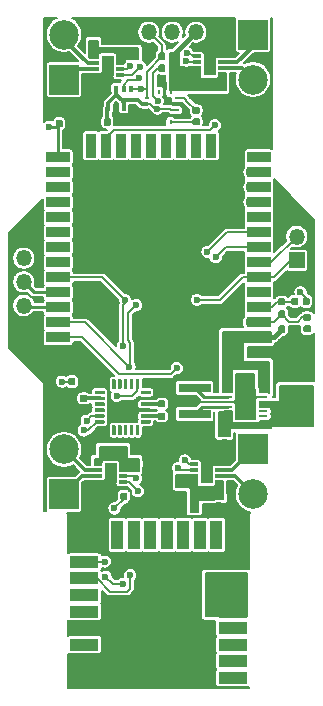
<source format=gtl>
G04 #@! TF.GenerationSoftware,KiCad,Pcbnew,(5.1.5)-3*
G04 #@! TF.CreationDate,2021-11-09T21:41:46-05:00*
G04 #@! TF.ProjectId,MotorDriver,4d6f746f-7244-4726-9976-65722e6b6963,rev?*
G04 #@! TF.SameCoordinates,Original*
G04 #@! TF.FileFunction,Copper,L1,Top*
G04 #@! TF.FilePolarity,Positive*
%FSLAX46Y46*%
G04 Gerber Fmt 4.6, Leading zero omitted, Abs format (unit mm)*
G04 Created by KiCad (PCBNEW (5.1.5)-3) date 2021-11-09 21:41:46*
%MOMM*%
%LPD*%
G04 APERTURE LIST*
%ADD10O,1.350000X1.350000*%
%ADD11R,1.350000X1.350000*%
%ADD12C,0.100000*%
%ADD13R,2.700000X0.800000*%
%ADD14R,0.350000X0.500000*%
%ADD15R,0.260000X0.450000*%
%ADD16R,0.450000X0.260000*%
%ADD17C,2.499360*%
%ADD18R,2.499360X2.499360*%
%ADD19R,1.800000X2.550000*%
%ADD20R,0.800000X0.200000*%
%ADD21R,1.000000X1.700000*%
%ADD22R,0.700000X0.300000*%
%ADD23R,2.450000X1.000000*%
%ADD24R,1.000000X2.450000*%
%ADD25R,2.000000X0.900000*%
%ADD26R,0.900000X2.000000*%
%ADD27R,5.000000X5.000000*%
%ADD28C,0.900000*%
%ADD29C,0.600000*%
%ADD30C,0.800000*%
%ADD31C,0.200000*%
%ADD32C,0.250000*%
%ADD33C,0.400000*%
%ADD34C,0.300000*%
G04 APERTURE END LIST*
D10*
X91694000Y-58452000D03*
D11*
X91694000Y-60452000D03*
D10*
X68580000Y-60294000D03*
X68580000Y-62294000D03*
X68580000Y-64294000D03*
D11*
X68580000Y-66294000D03*
G04 #@! TA.AperFunction,SMDPad,CuDef*
D12*
G36*
X80448958Y-42860710D02*
G01*
X80463276Y-42862834D01*
X80477317Y-42866351D01*
X80490946Y-42871228D01*
X80504031Y-42877417D01*
X80516447Y-42884858D01*
X80528073Y-42893481D01*
X80538798Y-42903202D01*
X80548519Y-42913927D01*
X80557142Y-42925553D01*
X80564583Y-42937969D01*
X80570772Y-42951054D01*
X80575649Y-42964683D01*
X80579166Y-42978724D01*
X80581290Y-42993042D01*
X80582000Y-43007500D01*
X80582000Y-43352500D01*
X80581290Y-43366958D01*
X80579166Y-43381276D01*
X80575649Y-43395317D01*
X80570772Y-43408946D01*
X80564583Y-43422031D01*
X80557142Y-43434447D01*
X80548519Y-43446073D01*
X80538798Y-43456798D01*
X80528073Y-43466519D01*
X80516447Y-43475142D01*
X80504031Y-43482583D01*
X80490946Y-43488772D01*
X80477317Y-43493649D01*
X80463276Y-43497166D01*
X80448958Y-43499290D01*
X80434500Y-43500000D01*
X80139500Y-43500000D01*
X80125042Y-43499290D01*
X80110724Y-43497166D01*
X80096683Y-43493649D01*
X80083054Y-43488772D01*
X80069969Y-43482583D01*
X80057553Y-43475142D01*
X80045927Y-43466519D01*
X80035202Y-43456798D01*
X80025481Y-43446073D01*
X80016858Y-43434447D01*
X80009417Y-43422031D01*
X80003228Y-43408946D01*
X79998351Y-43395317D01*
X79994834Y-43381276D01*
X79992710Y-43366958D01*
X79992000Y-43352500D01*
X79992000Y-43007500D01*
X79992710Y-42993042D01*
X79994834Y-42978724D01*
X79998351Y-42964683D01*
X80003228Y-42951054D01*
X80009417Y-42937969D01*
X80016858Y-42925553D01*
X80025481Y-42913927D01*
X80035202Y-42903202D01*
X80045927Y-42893481D01*
X80057553Y-42884858D01*
X80069969Y-42877417D01*
X80083054Y-42871228D01*
X80096683Y-42866351D01*
X80110724Y-42862834D01*
X80125042Y-42860710D01*
X80139500Y-42860000D01*
X80434500Y-42860000D01*
X80448958Y-42860710D01*
G37*
G04 #@! TD.AperFunction*
G04 #@! TA.AperFunction,SMDPad,CuDef*
G36*
X81418958Y-42860710D02*
G01*
X81433276Y-42862834D01*
X81447317Y-42866351D01*
X81460946Y-42871228D01*
X81474031Y-42877417D01*
X81486447Y-42884858D01*
X81498073Y-42893481D01*
X81508798Y-42903202D01*
X81518519Y-42913927D01*
X81527142Y-42925553D01*
X81534583Y-42937969D01*
X81540772Y-42951054D01*
X81545649Y-42964683D01*
X81549166Y-42978724D01*
X81551290Y-42993042D01*
X81552000Y-43007500D01*
X81552000Y-43352500D01*
X81551290Y-43366958D01*
X81549166Y-43381276D01*
X81545649Y-43395317D01*
X81540772Y-43408946D01*
X81534583Y-43422031D01*
X81527142Y-43434447D01*
X81518519Y-43446073D01*
X81508798Y-43456798D01*
X81498073Y-43466519D01*
X81486447Y-43475142D01*
X81474031Y-43482583D01*
X81460946Y-43488772D01*
X81447317Y-43493649D01*
X81433276Y-43497166D01*
X81418958Y-43499290D01*
X81404500Y-43500000D01*
X81109500Y-43500000D01*
X81095042Y-43499290D01*
X81080724Y-43497166D01*
X81066683Y-43493649D01*
X81053054Y-43488772D01*
X81039969Y-43482583D01*
X81027553Y-43475142D01*
X81015927Y-43466519D01*
X81005202Y-43456798D01*
X80995481Y-43446073D01*
X80986858Y-43434447D01*
X80979417Y-43422031D01*
X80973228Y-43408946D01*
X80968351Y-43395317D01*
X80964834Y-43381276D01*
X80962710Y-43366958D01*
X80962000Y-43352500D01*
X80962000Y-43007500D01*
X80962710Y-42993042D01*
X80964834Y-42978724D01*
X80968351Y-42964683D01*
X80973228Y-42951054D01*
X80979417Y-42937969D01*
X80986858Y-42925553D01*
X80995481Y-42913927D01*
X81005202Y-42903202D01*
X81015927Y-42893481D01*
X81027553Y-42884858D01*
X81039969Y-42877417D01*
X81053054Y-42871228D01*
X81066683Y-42866351D01*
X81080724Y-42862834D01*
X81095042Y-42860710D01*
X81109500Y-42860000D01*
X81404500Y-42860000D01*
X81418958Y-42860710D01*
G37*
G04 #@! TD.AperFunction*
G04 #@! TA.AperFunction,SMDPad,CuDef*
G36*
X80448958Y-43876710D02*
G01*
X80463276Y-43878834D01*
X80477317Y-43882351D01*
X80490946Y-43887228D01*
X80504031Y-43893417D01*
X80516447Y-43900858D01*
X80528073Y-43909481D01*
X80538798Y-43919202D01*
X80548519Y-43929927D01*
X80557142Y-43941553D01*
X80564583Y-43953969D01*
X80570772Y-43967054D01*
X80575649Y-43980683D01*
X80579166Y-43994724D01*
X80581290Y-44009042D01*
X80582000Y-44023500D01*
X80582000Y-44368500D01*
X80581290Y-44382958D01*
X80579166Y-44397276D01*
X80575649Y-44411317D01*
X80570772Y-44424946D01*
X80564583Y-44438031D01*
X80557142Y-44450447D01*
X80548519Y-44462073D01*
X80538798Y-44472798D01*
X80528073Y-44482519D01*
X80516447Y-44491142D01*
X80504031Y-44498583D01*
X80490946Y-44504772D01*
X80477317Y-44509649D01*
X80463276Y-44513166D01*
X80448958Y-44515290D01*
X80434500Y-44516000D01*
X80139500Y-44516000D01*
X80125042Y-44515290D01*
X80110724Y-44513166D01*
X80096683Y-44509649D01*
X80083054Y-44504772D01*
X80069969Y-44498583D01*
X80057553Y-44491142D01*
X80045927Y-44482519D01*
X80035202Y-44472798D01*
X80025481Y-44462073D01*
X80016858Y-44450447D01*
X80009417Y-44438031D01*
X80003228Y-44424946D01*
X79998351Y-44411317D01*
X79994834Y-44397276D01*
X79992710Y-44382958D01*
X79992000Y-44368500D01*
X79992000Y-44023500D01*
X79992710Y-44009042D01*
X79994834Y-43994724D01*
X79998351Y-43980683D01*
X80003228Y-43967054D01*
X80009417Y-43953969D01*
X80016858Y-43941553D01*
X80025481Y-43929927D01*
X80035202Y-43919202D01*
X80045927Y-43909481D01*
X80057553Y-43900858D01*
X80069969Y-43893417D01*
X80083054Y-43887228D01*
X80096683Y-43882351D01*
X80110724Y-43878834D01*
X80125042Y-43876710D01*
X80139500Y-43876000D01*
X80434500Y-43876000D01*
X80448958Y-43876710D01*
G37*
G04 #@! TD.AperFunction*
G04 #@! TA.AperFunction,SMDPad,CuDef*
G36*
X81418958Y-43876710D02*
G01*
X81433276Y-43878834D01*
X81447317Y-43882351D01*
X81460946Y-43887228D01*
X81474031Y-43893417D01*
X81486447Y-43900858D01*
X81498073Y-43909481D01*
X81508798Y-43919202D01*
X81518519Y-43929927D01*
X81527142Y-43941553D01*
X81534583Y-43953969D01*
X81540772Y-43967054D01*
X81545649Y-43980683D01*
X81549166Y-43994724D01*
X81551290Y-44009042D01*
X81552000Y-44023500D01*
X81552000Y-44368500D01*
X81551290Y-44382958D01*
X81549166Y-44397276D01*
X81545649Y-44411317D01*
X81540772Y-44424946D01*
X81534583Y-44438031D01*
X81527142Y-44450447D01*
X81518519Y-44462073D01*
X81508798Y-44472798D01*
X81498073Y-44482519D01*
X81486447Y-44491142D01*
X81474031Y-44498583D01*
X81460946Y-44504772D01*
X81447317Y-44509649D01*
X81433276Y-44513166D01*
X81418958Y-44515290D01*
X81404500Y-44516000D01*
X81109500Y-44516000D01*
X81095042Y-44515290D01*
X81080724Y-44513166D01*
X81066683Y-44509649D01*
X81053054Y-44504772D01*
X81039969Y-44498583D01*
X81027553Y-44491142D01*
X81015927Y-44482519D01*
X81005202Y-44472798D01*
X80995481Y-44462073D01*
X80986858Y-44450447D01*
X80979417Y-44438031D01*
X80973228Y-44424946D01*
X80968351Y-44411317D01*
X80964834Y-44397276D01*
X80962710Y-44382958D01*
X80962000Y-44368500D01*
X80962000Y-44023500D01*
X80962710Y-44009042D01*
X80964834Y-43994724D01*
X80968351Y-43980683D01*
X80973228Y-43967054D01*
X80979417Y-43953969D01*
X80986858Y-43941553D01*
X80995481Y-43929927D01*
X81005202Y-43919202D01*
X81015927Y-43909481D01*
X81027553Y-43900858D01*
X81039969Y-43893417D01*
X81053054Y-43887228D01*
X81066683Y-43882351D01*
X81080724Y-43878834D01*
X81095042Y-43876710D01*
X81109500Y-43876000D01*
X81404500Y-43876000D01*
X81418958Y-43876710D01*
G37*
G04 #@! TD.AperFunction*
D13*
X83058000Y-71290000D03*
X83058000Y-73490000D03*
G04 #@! TA.AperFunction,SMDPad,CuDef*
D12*
G36*
X75830958Y-48448710D02*
G01*
X75845276Y-48450834D01*
X75859317Y-48454351D01*
X75872946Y-48459228D01*
X75886031Y-48465417D01*
X75898447Y-48472858D01*
X75910073Y-48481481D01*
X75920798Y-48491202D01*
X75930519Y-48501927D01*
X75939142Y-48513553D01*
X75946583Y-48525969D01*
X75952772Y-48539054D01*
X75957649Y-48552683D01*
X75961166Y-48566724D01*
X75963290Y-48581042D01*
X75964000Y-48595500D01*
X75964000Y-48940500D01*
X75963290Y-48954958D01*
X75961166Y-48969276D01*
X75957649Y-48983317D01*
X75952772Y-48996946D01*
X75946583Y-49010031D01*
X75939142Y-49022447D01*
X75930519Y-49034073D01*
X75920798Y-49044798D01*
X75910073Y-49054519D01*
X75898447Y-49063142D01*
X75886031Y-49070583D01*
X75872946Y-49076772D01*
X75859317Y-49081649D01*
X75845276Y-49085166D01*
X75830958Y-49087290D01*
X75816500Y-49088000D01*
X75521500Y-49088000D01*
X75507042Y-49087290D01*
X75492724Y-49085166D01*
X75478683Y-49081649D01*
X75465054Y-49076772D01*
X75451969Y-49070583D01*
X75439553Y-49063142D01*
X75427927Y-49054519D01*
X75417202Y-49044798D01*
X75407481Y-49034073D01*
X75398858Y-49022447D01*
X75391417Y-49010031D01*
X75385228Y-48996946D01*
X75380351Y-48983317D01*
X75376834Y-48969276D01*
X75374710Y-48954958D01*
X75374000Y-48940500D01*
X75374000Y-48595500D01*
X75374710Y-48581042D01*
X75376834Y-48566724D01*
X75380351Y-48552683D01*
X75385228Y-48539054D01*
X75391417Y-48525969D01*
X75398858Y-48513553D01*
X75407481Y-48501927D01*
X75417202Y-48491202D01*
X75427927Y-48481481D01*
X75439553Y-48472858D01*
X75451969Y-48465417D01*
X75465054Y-48459228D01*
X75478683Y-48454351D01*
X75492724Y-48450834D01*
X75507042Y-48448710D01*
X75521500Y-48448000D01*
X75816500Y-48448000D01*
X75830958Y-48448710D01*
G37*
G04 #@! TD.AperFunction*
G04 #@! TA.AperFunction,SMDPad,CuDef*
G36*
X74860958Y-48448710D02*
G01*
X74875276Y-48450834D01*
X74889317Y-48454351D01*
X74902946Y-48459228D01*
X74916031Y-48465417D01*
X74928447Y-48472858D01*
X74940073Y-48481481D01*
X74950798Y-48491202D01*
X74960519Y-48501927D01*
X74969142Y-48513553D01*
X74976583Y-48525969D01*
X74982772Y-48539054D01*
X74987649Y-48552683D01*
X74991166Y-48566724D01*
X74993290Y-48581042D01*
X74994000Y-48595500D01*
X74994000Y-48940500D01*
X74993290Y-48954958D01*
X74991166Y-48969276D01*
X74987649Y-48983317D01*
X74982772Y-48996946D01*
X74976583Y-49010031D01*
X74969142Y-49022447D01*
X74960519Y-49034073D01*
X74950798Y-49044798D01*
X74940073Y-49054519D01*
X74928447Y-49063142D01*
X74916031Y-49070583D01*
X74902946Y-49076772D01*
X74889317Y-49081649D01*
X74875276Y-49085166D01*
X74860958Y-49087290D01*
X74846500Y-49088000D01*
X74551500Y-49088000D01*
X74537042Y-49087290D01*
X74522724Y-49085166D01*
X74508683Y-49081649D01*
X74495054Y-49076772D01*
X74481969Y-49070583D01*
X74469553Y-49063142D01*
X74457927Y-49054519D01*
X74447202Y-49044798D01*
X74437481Y-49034073D01*
X74428858Y-49022447D01*
X74421417Y-49010031D01*
X74415228Y-48996946D01*
X74410351Y-48983317D01*
X74406834Y-48969276D01*
X74404710Y-48954958D01*
X74404000Y-48940500D01*
X74404000Y-48595500D01*
X74404710Y-48581042D01*
X74406834Y-48566724D01*
X74410351Y-48552683D01*
X74415228Y-48539054D01*
X74421417Y-48525969D01*
X74428858Y-48513553D01*
X74437481Y-48501927D01*
X74447202Y-48491202D01*
X74457927Y-48481481D01*
X74469553Y-48472858D01*
X74481969Y-48465417D01*
X74495054Y-48459228D01*
X74508683Y-48454351D01*
X74522724Y-48450834D01*
X74537042Y-48448710D01*
X74551500Y-48448000D01*
X74846500Y-48448000D01*
X74860958Y-48448710D01*
G37*
G04 #@! TD.AperFunction*
G04 #@! TA.AperFunction,SMDPad,CuDef*
G36*
X85784958Y-75628710D02*
G01*
X85799276Y-75630834D01*
X85813317Y-75634351D01*
X85826946Y-75639228D01*
X85840031Y-75645417D01*
X85852447Y-75652858D01*
X85864073Y-75661481D01*
X85874798Y-75671202D01*
X85884519Y-75681927D01*
X85893142Y-75693553D01*
X85900583Y-75705969D01*
X85906772Y-75719054D01*
X85911649Y-75732683D01*
X85915166Y-75746724D01*
X85917290Y-75761042D01*
X85918000Y-75775500D01*
X85918000Y-76070500D01*
X85917290Y-76084958D01*
X85915166Y-76099276D01*
X85911649Y-76113317D01*
X85906772Y-76126946D01*
X85900583Y-76140031D01*
X85893142Y-76152447D01*
X85884519Y-76164073D01*
X85874798Y-76174798D01*
X85864073Y-76184519D01*
X85852447Y-76193142D01*
X85840031Y-76200583D01*
X85826946Y-76206772D01*
X85813317Y-76211649D01*
X85799276Y-76215166D01*
X85784958Y-76217290D01*
X85770500Y-76218000D01*
X85425500Y-76218000D01*
X85411042Y-76217290D01*
X85396724Y-76215166D01*
X85382683Y-76211649D01*
X85369054Y-76206772D01*
X85355969Y-76200583D01*
X85343553Y-76193142D01*
X85331927Y-76184519D01*
X85321202Y-76174798D01*
X85311481Y-76164073D01*
X85302858Y-76152447D01*
X85295417Y-76140031D01*
X85289228Y-76126946D01*
X85284351Y-76113317D01*
X85280834Y-76099276D01*
X85278710Y-76084958D01*
X85278000Y-76070500D01*
X85278000Y-75775500D01*
X85278710Y-75761042D01*
X85280834Y-75746724D01*
X85284351Y-75732683D01*
X85289228Y-75719054D01*
X85295417Y-75705969D01*
X85302858Y-75693553D01*
X85311481Y-75681927D01*
X85321202Y-75671202D01*
X85331927Y-75661481D01*
X85343553Y-75652858D01*
X85355969Y-75645417D01*
X85369054Y-75639228D01*
X85382683Y-75634351D01*
X85396724Y-75630834D01*
X85411042Y-75628710D01*
X85425500Y-75628000D01*
X85770500Y-75628000D01*
X85784958Y-75628710D01*
G37*
G04 #@! TD.AperFunction*
G04 #@! TA.AperFunction,SMDPad,CuDef*
G36*
X85784958Y-74658710D02*
G01*
X85799276Y-74660834D01*
X85813317Y-74664351D01*
X85826946Y-74669228D01*
X85840031Y-74675417D01*
X85852447Y-74682858D01*
X85864073Y-74691481D01*
X85874798Y-74701202D01*
X85884519Y-74711927D01*
X85893142Y-74723553D01*
X85900583Y-74735969D01*
X85906772Y-74749054D01*
X85911649Y-74762683D01*
X85915166Y-74776724D01*
X85917290Y-74791042D01*
X85918000Y-74805500D01*
X85918000Y-75100500D01*
X85917290Y-75114958D01*
X85915166Y-75129276D01*
X85911649Y-75143317D01*
X85906772Y-75156946D01*
X85900583Y-75170031D01*
X85893142Y-75182447D01*
X85884519Y-75194073D01*
X85874798Y-75204798D01*
X85864073Y-75214519D01*
X85852447Y-75223142D01*
X85840031Y-75230583D01*
X85826946Y-75236772D01*
X85813317Y-75241649D01*
X85799276Y-75245166D01*
X85784958Y-75247290D01*
X85770500Y-75248000D01*
X85425500Y-75248000D01*
X85411042Y-75247290D01*
X85396724Y-75245166D01*
X85382683Y-75241649D01*
X85369054Y-75236772D01*
X85355969Y-75230583D01*
X85343553Y-75223142D01*
X85331927Y-75214519D01*
X85321202Y-75204798D01*
X85311481Y-75194073D01*
X85302858Y-75182447D01*
X85295417Y-75170031D01*
X85289228Y-75156946D01*
X85284351Y-75143317D01*
X85280834Y-75129276D01*
X85278710Y-75114958D01*
X85278000Y-75100500D01*
X85278000Y-74805500D01*
X85278710Y-74791042D01*
X85280834Y-74776724D01*
X85284351Y-74762683D01*
X85289228Y-74749054D01*
X85295417Y-74735969D01*
X85302858Y-74723553D01*
X85311481Y-74711927D01*
X85321202Y-74701202D01*
X85331927Y-74691481D01*
X85343553Y-74682858D01*
X85355969Y-74675417D01*
X85369054Y-74669228D01*
X85382683Y-74664351D01*
X85396724Y-74660834D01*
X85411042Y-74658710D01*
X85425500Y-74658000D01*
X85770500Y-74658000D01*
X85784958Y-74658710D01*
G37*
G04 #@! TD.AperFunction*
G04 #@! TA.AperFunction,SMDPad,CuDef*
G36*
X86036958Y-70038710D02*
G01*
X86051276Y-70040834D01*
X86065317Y-70044351D01*
X86078946Y-70049228D01*
X86092031Y-70055417D01*
X86104447Y-70062858D01*
X86116073Y-70071481D01*
X86126798Y-70081202D01*
X86136519Y-70091927D01*
X86145142Y-70103553D01*
X86152583Y-70115969D01*
X86158772Y-70129054D01*
X86163649Y-70142683D01*
X86167166Y-70156724D01*
X86169290Y-70171042D01*
X86170000Y-70185500D01*
X86170000Y-70530500D01*
X86169290Y-70544958D01*
X86167166Y-70559276D01*
X86163649Y-70573317D01*
X86158772Y-70586946D01*
X86152583Y-70600031D01*
X86145142Y-70612447D01*
X86136519Y-70624073D01*
X86126798Y-70634798D01*
X86116073Y-70644519D01*
X86104447Y-70653142D01*
X86092031Y-70660583D01*
X86078946Y-70666772D01*
X86065317Y-70671649D01*
X86051276Y-70675166D01*
X86036958Y-70677290D01*
X86022500Y-70678000D01*
X85727500Y-70678000D01*
X85713042Y-70677290D01*
X85698724Y-70675166D01*
X85684683Y-70671649D01*
X85671054Y-70666772D01*
X85657969Y-70660583D01*
X85645553Y-70653142D01*
X85633927Y-70644519D01*
X85623202Y-70634798D01*
X85613481Y-70624073D01*
X85604858Y-70612447D01*
X85597417Y-70600031D01*
X85591228Y-70586946D01*
X85586351Y-70573317D01*
X85582834Y-70559276D01*
X85580710Y-70544958D01*
X85580000Y-70530500D01*
X85580000Y-70185500D01*
X85580710Y-70171042D01*
X85582834Y-70156724D01*
X85586351Y-70142683D01*
X85591228Y-70129054D01*
X85597417Y-70115969D01*
X85604858Y-70103553D01*
X85613481Y-70091927D01*
X85623202Y-70081202D01*
X85633927Y-70071481D01*
X85645553Y-70062858D01*
X85657969Y-70055417D01*
X85671054Y-70049228D01*
X85684683Y-70044351D01*
X85698724Y-70040834D01*
X85713042Y-70038710D01*
X85727500Y-70038000D01*
X86022500Y-70038000D01*
X86036958Y-70038710D01*
G37*
G04 #@! TD.AperFunction*
G04 #@! TA.AperFunction,SMDPad,CuDef*
G36*
X87006958Y-70038710D02*
G01*
X87021276Y-70040834D01*
X87035317Y-70044351D01*
X87048946Y-70049228D01*
X87062031Y-70055417D01*
X87074447Y-70062858D01*
X87086073Y-70071481D01*
X87096798Y-70081202D01*
X87106519Y-70091927D01*
X87115142Y-70103553D01*
X87122583Y-70115969D01*
X87128772Y-70129054D01*
X87133649Y-70142683D01*
X87137166Y-70156724D01*
X87139290Y-70171042D01*
X87140000Y-70185500D01*
X87140000Y-70530500D01*
X87139290Y-70544958D01*
X87137166Y-70559276D01*
X87133649Y-70573317D01*
X87128772Y-70586946D01*
X87122583Y-70600031D01*
X87115142Y-70612447D01*
X87106519Y-70624073D01*
X87096798Y-70634798D01*
X87086073Y-70644519D01*
X87074447Y-70653142D01*
X87062031Y-70660583D01*
X87048946Y-70666772D01*
X87035317Y-70671649D01*
X87021276Y-70675166D01*
X87006958Y-70677290D01*
X86992500Y-70678000D01*
X86697500Y-70678000D01*
X86683042Y-70677290D01*
X86668724Y-70675166D01*
X86654683Y-70671649D01*
X86641054Y-70666772D01*
X86627969Y-70660583D01*
X86615553Y-70653142D01*
X86603927Y-70644519D01*
X86593202Y-70634798D01*
X86583481Y-70624073D01*
X86574858Y-70612447D01*
X86567417Y-70600031D01*
X86561228Y-70586946D01*
X86556351Y-70573317D01*
X86552834Y-70559276D01*
X86550710Y-70544958D01*
X86550000Y-70530500D01*
X86550000Y-70185500D01*
X86550710Y-70171042D01*
X86552834Y-70156724D01*
X86556351Y-70142683D01*
X86561228Y-70129054D01*
X86567417Y-70115969D01*
X86574858Y-70103553D01*
X86583481Y-70091927D01*
X86593202Y-70081202D01*
X86603927Y-70071481D01*
X86615553Y-70062858D01*
X86627969Y-70055417D01*
X86641054Y-70049228D01*
X86654683Y-70044351D01*
X86668724Y-70040834D01*
X86683042Y-70038710D01*
X86697500Y-70038000D01*
X86992500Y-70038000D01*
X87006958Y-70038710D01*
G37*
G04 #@! TD.AperFunction*
G04 #@! TA.AperFunction,SMDPad,CuDef*
G36*
X75369351Y-73998361D02*
G01*
X75376632Y-73999441D01*
X75383771Y-74001229D01*
X75390701Y-74003709D01*
X75397355Y-74006856D01*
X75403668Y-74010640D01*
X75409579Y-74015024D01*
X75415033Y-74019967D01*
X75419976Y-74025421D01*
X75424360Y-74031332D01*
X75428144Y-74037645D01*
X75431291Y-74044299D01*
X75433771Y-74051229D01*
X75435559Y-74058368D01*
X75436639Y-74065649D01*
X75437000Y-74073000D01*
X75437000Y-74223000D01*
X75436639Y-74230351D01*
X75435559Y-74237632D01*
X75433771Y-74244771D01*
X75431291Y-74251701D01*
X75428144Y-74258355D01*
X75424360Y-74264668D01*
X75419976Y-74270579D01*
X75415033Y-74276033D01*
X75409579Y-74280976D01*
X75403668Y-74285360D01*
X75397355Y-74289144D01*
X75390701Y-74292291D01*
X75383771Y-74294771D01*
X75376632Y-74296559D01*
X75369351Y-74297639D01*
X75362000Y-74298000D01*
X74662000Y-74298000D01*
X74654649Y-74297639D01*
X74647368Y-74296559D01*
X74640229Y-74294771D01*
X74633299Y-74292291D01*
X74626645Y-74289144D01*
X74620332Y-74285360D01*
X74614421Y-74280976D01*
X74608967Y-74276033D01*
X74604024Y-74270579D01*
X74599640Y-74264668D01*
X74595856Y-74258355D01*
X74592709Y-74251701D01*
X74590229Y-74244771D01*
X74588441Y-74237632D01*
X74587361Y-74230351D01*
X74587000Y-74223000D01*
X74587000Y-74073000D01*
X74587361Y-74065649D01*
X74588441Y-74058368D01*
X74590229Y-74051229D01*
X74592709Y-74044299D01*
X74595856Y-74037645D01*
X74599640Y-74031332D01*
X74604024Y-74025421D01*
X74608967Y-74019967D01*
X74614421Y-74015024D01*
X74620332Y-74010640D01*
X74626645Y-74006856D01*
X74633299Y-74003709D01*
X74640229Y-74001229D01*
X74647368Y-73999441D01*
X74654649Y-73998361D01*
X74662000Y-73998000D01*
X75362000Y-73998000D01*
X75369351Y-73998361D01*
G37*
G04 #@! TD.AperFunction*
G04 #@! TA.AperFunction,SMDPad,CuDef*
G36*
X75369351Y-73498361D02*
G01*
X75376632Y-73499441D01*
X75383771Y-73501229D01*
X75390701Y-73503709D01*
X75397355Y-73506856D01*
X75403668Y-73510640D01*
X75409579Y-73515024D01*
X75415033Y-73519967D01*
X75419976Y-73525421D01*
X75424360Y-73531332D01*
X75428144Y-73537645D01*
X75431291Y-73544299D01*
X75433771Y-73551229D01*
X75435559Y-73558368D01*
X75436639Y-73565649D01*
X75437000Y-73573000D01*
X75437000Y-73723000D01*
X75436639Y-73730351D01*
X75435559Y-73737632D01*
X75433771Y-73744771D01*
X75431291Y-73751701D01*
X75428144Y-73758355D01*
X75424360Y-73764668D01*
X75419976Y-73770579D01*
X75415033Y-73776033D01*
X75409579Y-73780976D01*
X75403668Y-73785360D01*
X75397355Y-73789144D01*
X75390701Y-73792291D01*
X75383771Y-73794771D01*
X75376632Y-73796559D01*
X75369351Y-73797639D01*
X75362000Y-73798000D01*
X74662000Y-73798000D01*
X74654649Y-73797639D01*
X74647368Y-73796559D01*
X74640229Y-73794771D01*
X74633299Y-73792291D01*
X74626645Y-73789144D01*
X74620332Y-73785360D01*
X74614421Y-73780976D01*
X74608967Y-73776033D01*
X74604024Y-73770579D01*
X74599640Y-73764668D01*
X74595856Y-73758355D01*
X74592709Y-73751701D01*
X74590229Y-73744771D01*
X74588441Y-73737632D01*
X74587361Y-73730351D01*
X74587000Y-73723000D01*
X74587000Y-73573000D01*
X74587361Y-73565649D01*
X74588441Y-73558368D01*
X74590229Y-73551229D01*
X74592709Y-73544299D01*
X74595856Y-73537645D01*
X74599640Y-73531332D01*
X74604024Y-73525421D01*
X74608967Y-73519967D01*
X74614421Y-73515024D01*
X74620332Y-73510640D01*
X74626645Y-73506856D01*
X74633299Y-73503709D01*
X74640229Y-73501229D01*
X74647368Y-73499441D01*
X74654649Y-73498361D01*
X74662000Y-73498000D01*
X75362000Y-73498000D01*
X75369351Y-73498361D01*
G37*
G04 #@! TD.AperFunction*
G04 #@! TA.AperFunction,SMDPad,CuDef*
G36*
X75369351Y-72998361D02*
G01*
X75376632Y-72999441D01*
X75383771Y-73001229D01*
X75390701Y-73003709D01*
X75397355Y-73006856D01*
X75403668Y-73010640D01*
X75409579Y-73015024D01*
X75415033Y-73019967D01*
X75419976Y-73025421D01*
X75424360Y-73031332D01*
X75428144Y-73037645D01*
X75431291Y-73044299D01*
X75433771Y-73051229D01*
X75435559Y-73058368D01*
X75436639Y-73065649D01*
X75437000Y-73073000D01*
X75437000Y-73223000D01*
X75436639Y-73230351D01*
X75435559Y-73237632D01*
X75433771Y-73244771D01*
X75431291Y-73251701D01*
X75428144Y-73258355D01*
X75424360Y-73264668D01*
X75419976Y-73270579D01*
X75415033Y-73276033D01*
X75409579Y-73280976D01*
X75403668Y-73285360D01*
X75397355Y-73289144D01*
X75390701Y-73292291D01*
X75383771Y-73294771D01*
X75376632Y-73296559D01*
X75369351Y-73297639D01*
X75362000Y-73298000D01*
X74662000Y-73298000D01*
X74654649Y-73297639D01*
X74647368Y-73296559D01*
X74640229Y-73294771D01*
X74633299Y-73292291D01*
X74626645Y-73289144D01*
X74620332Y-73285360D01*
X74614421Y-73280976D01*
X74608967Y-73276033D01*
X74604024Y-73270579D01*
X74599640Y-73264668D01*
X74595856Y-73258355D01*
X74592709Y-73251701D01*
X74590229Y-73244771D01*
X74588441Y-73237632D01*
X74587361Y-73230351D01*
X74587000Y-73223000D01*
X74587000Y-73073000D01*
X74587361Y-73065649D01*
X74588441Y-73058368D01*
X74590229Y-73051229D01*
X74592709Y-73044299D01*
X74595856Y-73037645D01*
X74599640Y-73031332D01*
X74604024Y-73025421D01*
X74608967Y-73019967D01*
X74614421Y-73015024D01*
X74620332Y-73010640D01*
X74626645Y-73006856D01*
X74633299Y-73003709D01*
X74640229Y-73001229D01*
X74647368Y-72999441D01*
X74654649Y-72998361D01*
X74662000Y-72998000D01*
X75362000Y-72998000D01*
X75369351Y-72998361D01*
G37*
G04 #@! TD.AperFunction*
G04 #@! TA.AperFunction,SMDPad,CuDef*
G36*
X75369351Y-72498361D02*
G01*
X75376632Y-72499441D01*
X75383771Y-72501229D01*
X75390701Y-72503709D01*
X75397355Y-72506856D01*
X75403668Y-72510640D01*
X75409579Y-72515024D01*
X75415033Y-72519967D01*
X75419976Y-72525421D01*
X75424360Y-72531332D01*
X75428144Y-72537645D01*
X75431291Y-72544299D01*
X75433771Y-72551229D01*
X75435559Y-72558368D01*
X75436639Y-72565649D01*
X75437000Y-72573000D01*
X75437000Y-72723000D01*
X75436639Y-72730351D01*
X75435559Y-72737632D01*
X75433771Y-72744771D01*
X75431291Y-72751701D01*
X75428144Y-72758355D01*
X75424360Y-72764668D01*
X75419976Y-72770579D01*
X75415033Y-72776033D01*
X75409579Y-72780976D01*
X75403668Y-72785360D01*
X75397355Y-72789144D01*
X75390701Y-72792291D01*
X75383771Y-72794771D01*
X75376632Y-72796559D01*
X75369351Y-72797639D01*
X75362000Y-72798000D01*
X74662000Y-72798000D01*
X74654649Y-72797639D01*
X74647368Y-72796559D01*
X74640229Y-72794771D01*
X74633299Y-72792291D01*
X74626645Y-72789144D01*
X74620332Y-72785360D01*
X74614421Y-72780976D01*
X74608967Y-72776033D01*
X74604024Y-72770579D01*
X74599640Y-72764668D01*
X74595856Y-72758355D01*
X74592709Y-72751701D01*
X74590229Y-72744771D01*
X74588441Y-72737632D01*
X74587361Y-72730351D01*
X74587000Y-72723000D01*
X74587000Y-72573000D01*
X74587361Y-72565649D01*
X74588441Y-72558368D01*
X74590229Y-72551229D01*
X74592709Y-72544299D01*
X74595856Y-72537645D01*
X74599640Y-72531332D01*
X74604024Y-72525421D01*
X74608967Y-72519967D01*
X74614421Y-72515024D01*
X74620332Y-72510640D01*
X74626645Y-72506856D01*
X74633299Y-72503709D01*
X74640229Y-72501229D01*
X74647368Y-72499441D01*
X74654649Y-72498361D01*
X74662000Y-72498000D01*
X75362000Y-72498000D01*
X75369351Y-72498361D01*
G37*
G04 #@! TD.AperFunction*
G04 #@! TA.AperFunction,SMDPad,CuDef*
G36*
X75369351Y-71998361D02*
G01*
X75376632Y-71999441D01*
X75383771Y-72001229D01*
X75390701Y-72003709D01*
X75397355Y-72006856D01*
X75403668Y-72010640D01*
X75409579Y-72015024D01*
X75415033Y-72019967D01*
X75419976Y-72025421D01*
X75424360Y-72031332D01*
X75428144Y-72037645D01*
X75431291Y-72044299D01*
X75433771Y-72051229D01*
X75435559Y-72058368D01*
X75436639Y-72065649D01*
X75437000Y-72073000D01*
X75437000Y-72223000D01*
X75436639Y-72230351D01*
X75435559Y-72237632D01*
X75433771Y-72244771D01*
X75431291Y-72251701D01*
X75428144Y-72258355D01*
X75424360Y-72264668D01*
X75419976Y-72270579D01*
X75415033Y-72276033D01*
X75409579Y-72280976D01*
X75403668Y-72285360D01*
X75397355Y-72289144D01*
X75390701Y-72292291D01*
X75383771Y-72294771D01*
X75376632Y-72296559D01*
X75369351Y-72297639D01*
X75362000Y-72298000D01*
X74662000Y-72298000D01*
X74654649Y-72297639D01*
X74647368Y-72296559D01*
X74640229Y-72294771D01*
X74633299Y-72292291D01*
X74626645Y-72289144D01*
X74620332Y-72285360D01*
X74614421Y-72280976D01*
X74608967Y-72276033D01*
X74604024Y-72270579D01*
X74599640Y-72264668D01*
X74595856Y-72258355D01*
X74592709Y-72251701D01*
X74590229Y-72244771D01*
X74588441Y-72237632D01*
X74587361Y-72230351D01*
X74587000Y-72223000D01*
X74587000Y-72073000D01*
X74587361Y-72065649D01*
X74588441Y-72058368D01*
X74590229Y-72051229D01*
X74592709Y-72044299D01*
X74595856Y-72037645D01*
X74599640Y-72031332D01*
X74604024Y-72025421D01*
X74608967Y-72019967D01*
X74614421Y-72015024D01*
X74620332Y-72010640D01*
X74626645Y-72006856D01*
X74633299Y-72003709D01*
X74640229Y-72001229D01*
X74647368Y-71999441D01*
X74654649Y-71998361D01*
X74662000Y-71998000D01*
X75362000Y-71998000D01*
X75369351Y-71998361D01*
G37*
G04 #@! TD.AperFunction*
G04 #@! TA.AperFunction,SMDPad,CuDef*
G36*
X75369351Y-71498361D02*
G01*
X75376632Y-71499441D01*
X75383771Y-71501229D01*
X75390701Y-71503709D01*
X75397355Y-71506856D01*
X75403668Y-71510640D01*
X75409579Y-71515024D01*
X75415033Y-71519967D01*
X75419976Y-71525421D01*
X75424360Y-71531332D01*
X75428144Y-71537645D01*
X75431291Y-71544299D01*
X75433771Y-71551229D01*
X75435559Y-71558368D01*
X75436639Y-71565649D01*
X75437000Y-71573000D01*
X75437000Y-71723000D01*
X75436639Y-71730351D01*
X75435559Y-71737632D01*
X75433771Y-71744771D01*
X75431291Y-71751701D01*
X75428144Y-71758355D01*
X75424360Y-71764668D01*
X75419976Y-71770579D01*
X75415033Y-71776033D01*
X75409579Y-71780976D01*
X75403668Y-71785360D01*
X75397355Y-71789144D01*
X75390701Y-71792291D01*
X75383771Y-71794771D01*
X75376632Y-71796559D01*
X75369351Y-71797639D01*
X75362000Y-71798000D01*
X74662000Y-71798000D01*
X74654649Y-71797639D01*
X74647368Y-71796559D01*
X74640229Y-71794771D01*
X74633299Y-71792291D01*
X74626645Y-71789144D01*
X74620332Y-71785360D01*
X74614421Y-71780976D01*
X74608967Y-71776033D01*
X74604024Y-71770579D01*
X74599640Y-71764668D01*
X74595856Y-71758355D01*
X74592709Y-71751701D01*
X74590229Y-71744771D01*
X74588441Y-71737632D01*
X74587361Y-71730351D01*
X74587000Y-71723000D01*
X74587000Y-71573000D01*
X74587361Y-71565649D01*
X74588441Y-71558368D01*
X74590229Y-71551229D01*
X74592709Y-71544299D01*
X74595856Y-71537645D01*
X74599640Y-71531332D01*
X74604024Y-71525421D01*
X74608967Y-71519967D01*
X74614421Y-71515024D01*
X74620332Y-71510640D01*
X74626645Y-71506856D01*
X74633299Y-71503709D01*
X74640229Y-71501229D01*
X74647368Y-71499441D01*
X74654649Y-71498361D01*
X74662000Y-71498000D01*
X75362000Y-71498000D01*
X75369351Y-71498361D01*
G37*
G04 #@! TD.AperFunction*
G04 #@! TA.AperFunction,SMDPad,CuDef*
G36*
X75794351Y-70523361D02*
G01*
X75801632Y-70524441D01*
X75808771Y-70526229D01*
X75815701Y-70528709D01*
X75822355Y-70531856D01*
X75828668Y-70535640D01*
X75834579Y-70540024D01*
X75840033Y-70544967D01*
X75844976Y-70550421D01*
X75849360Y-70556332D01*
X75853144Y-70562645D01*
X75856291Y-70569299D01*
X75858771Y-70576229D01*
X75860559Y-70583368D01*
X75861639Y-70590649D01*
X75862000Y-70598000D01*
X75862000Y-71298000D01*
X75861639Y-71305351D01*
X75860559Y-71312632D01*
X75858771Y-71319771D01*
X75856291Y-71326701D01*
X75853144Y-71333355D01*
X75849360Y-71339668D01*
X75844976Y-71345579D01*
X75840033Y-71351033D01*
X75834579Y-71355976D01*
X75828668Y-71360360D01*
X75822355Y-71364144D01*
X75815701Y-71367291D01*
X75808771Y-71369771D01*
X75801632Y-71371559D01*
X75794351Y-71372639D01*
X75787000Y-71373000D01*
X75637000Y-71373000D01*
X75629649Y-71372639D01*
X75622368Y-71371559D01*
X75615229Y-71369771D01*
X75608299Y-71367291D01*
X75601645Y-71364144D01*
X75595332Y-71360360D01*
X75589421Y-71355976D01*
X75583967Y-71351033D01*
X75579024Y-71345579D01*
X75574640Y-71339668D01*
X75570856Y-71333355D01*
X75567709Y-71326701D01*
X75565229Y-71319771D01*
X75563441Y-71312632D01*
X75562361Y-71305351D01*
X75562000Y-71298000D01*
X75562000Y-70598000D01*
X75562361Y-70590649D01*
X75563441Y-70583368D01*
X75565229Y-70576229D01*
X75567709Y-70569299D01*
X75570856Y-70562645D01*
X75574640Y-70556332D01*
X75579024Y-70550421D01*
X75583967Y-70544967D01*
X75589421Y-70540024D01*
X75595332Y-70535640D01*
X75601645Y-70531856D01*
X75608299Y-70528709D01*
X75615229Y-70526229D01*
X75622368Y-70524441D01*
X75629649Y-70523361D01*
X75637000Y-70523000D01*
X75787000Y-70523000D01*
X75794351Y-70523361D01*
G37*
G04 #@! TD.AperFunction*
G04 #@! TA.AperFunction,SMDPad,CuDef*
G36*
X76294351Y-70523361D02*
G01*
X76301632Y-70524441D01*
X76308771Y-70526229D01*
X76315701Y-70528709D01*
X76322355Y-70531856D01*
X76328668Y-70535640D01*
X76334579Y-70540024D01*
X76340033Y-70544967D01*
X76344976Y-70550421D01*
X76349360Y-70556332D01*
X76353144Y-70562645D01*
X76356291Y-70569299D01*
X76358771Y-70576229D01*
X76360559Y-70583368D01*
X76361639Y-70590649D01*
X76362000Y-70598000D01*
X76362000Y-71298000D01*
X76361639Y-71305351D01*
X76360559Y-71312632D01*
X76358771Y-71319771D01*
X76356291Y-71326701D01*
X76353144Y-71333355D01*
X76349360Y-71339668D01*
X76344976Y-71345579D01*
X76340033Y-71351033D01*
X76334579Y-71355976D01*
X76328668Y-71360360D01*
X76322355Y-71364144D01*
X76315701Y-71367291D01*
X76308771Y-71369771D01*
X76301632Y-71371559D01*
X76294351Y-71372639D01*
X76287000Y-71373000D01*
X76137000Y-71373000D01*
X76129649Y-71372639D01*
X76122368Y-71371559D01*
X76115229Y-71369771D01*
X76108299Y-71367291D01*
X76101645Y-71364144D01*
X76095332Y-71360360D01*
X76089421Y-71355976D01*
X76083967Y-71351033D01*
X76079024Y-71345579D01*
X76074640Y-71339668D01*
X76070856Y-71333355D01*
X76067709Y-71326701D01*
X76065229Y-71319771D01*
X76063441Y-71312632D01*
X76062361Y-71305351D01*
X76062000Y-71298000D01*
X76062000Y-70598000D01*
X76062361Y-70590649D01*
X76063441Y-70583368D01*
X76065229Y-70576229D01*
X76067709Y-70569299D01*
X76070856Y-70562645D01*
X76074640Y-70556332D01*
X76079024Y-70550421D01*
X76083967Y-70544967D01*
X76089421Y-70540024D01*
X76095332Y-70535640D01*
X76101645Y-70531856D01*
X76108299Y-70528709D01*
X76115229Y-70526229D01*
X76122368Y-70524441D01*
X76129649Y-70523361D01*
X76137000Y-70523000D01*
X76287000Y-70523000D01*
X76294351Y-70523361D01*
G37*
G04 #@! TD.AperFunction*
G04 #@! TA.AperFunction,SMDPad,CuDef*
G36*
X76794351Y-70523361D02*
G01*
X76801632Y-70524441D01*
X76808771Y-70526229D01*
X76815701Y-70528709D01*
X76822355Y-70531856D01*
X76828668Y-70535640D01*
X76834579Y-70540024D01*
X76840033Y-70544967D01*
X76844976Y-70550421D01*
X76849360Y-70556332D01*
X76853144Y-70562645D01*
X76856291Y-70569299D01*
X76858771Y-70576229D01*
X76860559Y-70583368D01*
X76861639Y-70590649D01*
X76862000Y-70598000D01*
X76862000Y-71298000D01*
X76861639Y-71305351D01*
X76860559Y-71312632D01*
X76858771Y-71319771D01*
X76856291Y-71326701D01*
X76853144Y-71333355D01*
X76849360Y-71339668D01*
X76844976Y-71345579D01*
X76840033Y-71351033D01*
X76834579Y-71355976D01*
X76828668Y-71360360D01*
X76822355Y-71364144D01*
X76815701Y-71367291D01*
X76808771Y-71369771D01*
X76801632Y-71371559D01*
X76794351Y-71372639D01*
X76787000Y-71373000D01*
X76637000Y-71373000D01*
X76629649Y-71372639D01*
X76622368Y-71371559D01*
X76615229Y-71369771D01*
X76608299Y-71367291D01*
X76601645Y-71364144D01*
X76595332Y-71360360D01*
X76589421Y-71355976D01*
X76583967Y-71351033D01*
X76579024Y-71345579D01*
X76574640Y-71339668D01*
X76570856Y-71333355D01*
X76567709Y-71326701D01*
X76565229Y-71319771D01*
X76563441Y-71312632D01*
X76562361Y-71305351D01*
X76562000Y-71298000D01*
X76562000Y-70598000D01*
X76562361Y-70590649D01*
X76563441Y-70583368D01*
X76565229Y-70576229D01*
X76567709Y-70569299D01*
X76570856Y-70562645D01*
X76574640Y-70556332D01*
X76579024Y-70550421D01*
X76583967Y-70544967D01*
X76589421Y-70540024D01*
X76595332Y-70535640D01*
X76601645Y-70531856D01*
X76608299Y-70528709D01*
X76615229Y-70526229D01*
X76622368Y-70524441D01*
X76629649Y-70523361D01*
X76637000Y-70523000D01*
X76787000Y-70523000D01*
X76794351Y-70523361D01*
G37*
G04 #@! TD.AperFunction*
G04 #@! TA.AperFunction,SMDPad,CuDef*
G36*
X77294351Y-70523361D02*
G01*
X77301632Y-70524441D01*
X77308771Y-70526229D01*
X77315701Y-70528709D01*
X77322355Y-70531856D01*
X77328668Y-70535640D01*
X77334579Y-70540024D01*
X77340033Y-70544967D01*
X77344976Y-70550421D01*
X77349360Y-70556332D01*
X77353144Y-70562645D01*
X77356291Y-70569299D01*
X77358771Y-70576229D01*
X77360559Y-70583368D01*
X77361639Y-70590649D01*
X77362000Y-70598000D01*
X77362000Y-71298000D01*
X77361639Y-71305351D01*
X77360559Y-71312632D01*
X77358771Y-71319771D01*
X77356291Y-71326701D01*
X77353144Y-71333355D01*
X77349360Y-71339668D01*
X77344976Y-71345579D01*
X77340033Y-71351033D01*
X77334579Y-71355976D01*
X77328668Y-71360360D01*
X77322355Y-71364144D01*
X77315701Y-71367291D01*
X77308771Y-71369771D01*
X77301632Y-71371559D01*
X77294351Y-71372639D01*
X77287000Y-71373000D01*
X77137000Y-71373000D01*
X77129649Y-71372639D01*
X77122368Y-71371559D01*
X77115229Y-71369771D01*
X77108299Y-71367291D01*
X77101645Y-71364144D01*
X77095332Y-71360360D01*
X77089421Y-71355976D01*
X77083967Y-71351033D01*
X77079024Y-71345579D01*
X77074640Y-71339668D01*
X77070856Y-71333355D01*
X77067709Y-71326701D01*
X77065229Y-71319771D01*
X77063441Y-71312632D01*
X77062361Y-71305351D01*
X77062000Y-71298000D01*
X77062000Y-70598000D01*
X77062361Y-70590649D01*
X77063441Y-70583368D01*
X77065229Y-70576229D01*
X77067709Y-70569299D01*
X77070856Y-70562645D01*
X77074640Y-70556332D01*
X77079024Y-70550421D01*
X77083967Y-70544967D01*
X77089421Y-70540024D01*
X77095332Y-70535640D01*
X77101645Y-70531856D01*
X77108299Y-70528709D01*
X77115229Y-70526229D01*
X77122368Y-70524441D01*
X77129649Y-70523361D01*
X77137000Y-70523000D01*
X77287000Y-70523000D01*
X77294351Y-70523361D01*
G37*
G04 #@! TD.AperFunction*
G04 #@! TA.AperFunction,SMDPad,CuDef*
G36*
X77794351Y-70523361D02*
G01*
X77801632Y-70524441D01*
X77808771Y-70526229D01*
X77815701Y-70528709D01*
X77822355Y-70531856D01*
X77828668Y-70535640D01*
X77834579Y-70540024D01*
X77840033Y-70544967D01*
X77844976Y-70550421D01*
X77849360Y-70556332D01*
X77853144Y-70562645D01*
X77856291Y-70569299D01*
X77858771Y-70576229D01*
X77860559Y-70583368D01*
X77861639Y-70590649D01*
X77862000Y-70598000D01*
X77862000Y-71298000D01*
X77861639Y-71305351D01*
X77860559Y-71312632D01*
X77858771Y-71319771D01*
X77856291Y-71326701D01*
X77853144Y-71333355D01*
X77849360Y-71339668D01*
X77844976Y-71345579D01*
X77840033Y-71351033D01*
X77834579Y-71355976D01*
X77828668Y-71360360D01*
X77822355Y-71364144D01*
X77815701Y-71367291D01*
X77808771Y-71369771D01*
X77801632Y-71371559D01*
X77794351Y-71372639D01*
X77787000Y-71373000D01*
X77637000Y-71373000D01*
X77629649Y-71372639D01*
X77622368Y-71371559D01*
X77615229Y-71369771D01*
X77608299Y-71367291D01*
X77601645Y-71364144D01*
X77595332Y-71360360D01*
X77589421Y-71355976D01*
X77583967Y-71351033D01*
X77579024Y-71345579D01*
X77574640Y-71339668D01*
X77570856Y-71333355D01*
X77567709Y-71326701D01*
X77565229Y-71319771D01*
X77563441Y-71312632D01*
X77562361Y-71305351D01*
X77562000Y-71298000D01*
X77562000Y-70598000D01*
X77562361Y-70590649D01*
X77563441Y-70583368D01*
X77565229Y-70576229D01*
X77567709Y-70569299D01*
X77570856Y-70562645D01*
X77574640Y-70556332D01*
X77579024Y-70550421D01*
X77583967Y-70544967D01*
X77589421Y-70540024D01*
X77595332Y-70535640D01*
X77601645Y-70531856D01*
X77608299Y-70528709D01*
X77615229Y-70526229D01*
X77622368Y-70524441D01*
X77629649Y-70523361D01*
X77637000Y-70523000D01*
X77787000Y-70523000D01*
X77794351Y-70523361D01*
G37*
G04 #@! TD.AperFunction*
G04 #@! TA.AperFunction,SMDPad,CuDef*
G36*
X78294351Y-70523361D02*
G01*
X78301632Y-70524441D01*
X78308771Y-70526229D01*
X78315701Y-70528709D01*
X78322355Y-70531856D01*
X78328668Y-70535640D01*
X78334579Y-70540024D01*
X78340033Y-70544967D01*
X78344976Y-70550421D01*
X78349360Y-70556332D01*
X78353144Y-70562645D01*
X78356291Y-70569299D01*
X78358771Y-70576229D01*
X78360559Y-70583368D01*
X78361639Y-70590649D01*
X78362000Y-70598000D01*
X78362000Y-71298000D01*
X78361639Y-71305351D01*
X78360559Y-71312632D01*
X78358771Y-71319771D01*
X78356291Y-71326701D01*
X78353144Y-71333355D01*
X78349360Y-71339668D01*
X78344976Y-71345579D01*
X78340033Y-71351033D01*
X78334579Y-71355976D01*
X78328668Y-71360360D01*
X78322355Y-71364144D01*
X78315701Y-71367291D01*
X78308771Y-71369771D01*
X78301632Y-71371559D01*
X78294351Y-71372639D01*
X78287000Y-71373000D01*
X78137000Y-71373000D01*
X78129649Y-71372639D01*
X78122368Y-71371559D01*
X78115229Y-71369771D01*
X78108299Y-71367291D01*
X78101645Y-71364144D01*
X78095332Y-71360360D01*
X78089421Y-71355976D01*
X78083967Y-71351033D01*
X78079024Y-71345579D01*
X78074640Y-71339668D01*
X78070856Y-71333355D01*
X78067709Y-71326701D01*
X78065229Y-71319771D01*
X78063441Y-71312632D01*
X78062361Y-71305351D01*
X78062000Y-71298000D01*
X78062000Y-70598000D01*
X78062361Y-70590649D01*
X78063441Y-70583368D01*
X78065229Y-70576229D01*
X78067709Y-70569299D01*
X78070856Y-70562645D01*
X78074640Y-70556332D01*
X78079024Y-70550421D01*
X78083967Y-70544967D01*
X78089421Y-70540024D01*
X78095332Y-70535640D01*
X78101645Y-70531856D01*
X78108299Y-70528709D01*
X78115229Y-70526229D01*
X78122368Y-70524441D01*
X78129649Y-70523361D01*
X78137000Y-70523000D01*
X78287000Y-70523000D01*
X78294351Y-70523361D01*
G37*
G04 #@! TD.AperFunction*
G04 #@! TA.AperFunction,SMDPad,CuDef*
G36*
X79269351Y-71498361D02*
G01*
X79276632Y-71499441D01*
X79283771Y-71501229D01*
X79290701Y-71503709D01*
X79297355Y-71506856D01*
X79303668Y-71510640D01*
X79309579Y-71515024D01*
X79315033Y-71519967D01*
X79319976Y-71525421D01*
X79324360Y-71531332D01*
X79328144Y-71537645D01*
X79331291Y-71544299D01*
X79333771Y-71551229D01*
X79335559Y-71558368D01*
X79336639Y-71565649D01*
X79337000Y-71573000D01*
X79337000Y-71723000D01*
X79336639Y-71730351D01*
X79335559Y-71737632D01*
X79333771Y-71744771D01*
X79331291Y-71751701D01*
X79328144Y-71758355D01*
X79324360Y-71764668D01*
X79319976Y-71770579D01*
X79315033Y-71776033D01*
X79309579Y-71780976D01*
X79303668Y-71785360D01*
X79297355Y-71789144D01*
X79290701Y-71792291D01*
X79283771Y-71794771D01*
X79276632Y-71796559D01*
X79269351Y-71797639D01*
X79262000Y-71798000D01*
X78562000Y-71798000D01*
X78554649Y-71797639D01*
X78547368Y-71796559D01*
X78540229Y-71794771D01*
X78533299Y-71792291D01*
X78526645Y-71789144D01*
X78520332Y-71785360D01*
X78514421Y-71780976D01*
X78508967Y-71776033D01*
X78504024Y-71770579D01*
X78499640Y-71764668D01*
X78495856Y-71758355D01*
X78492709Y-71751701D01*
X78490229Y-71744771D01*
X78488441Y-71737632D01*
X78487361Y-71730351D01*
X78487000Y-71723000D01*
X78487000Y-71573000D01*
X78487361Y-71565649D01*
X78488441Y-71558368D01*
X78490229Y-71551229D01*
X78492709Y-71544299D01*
X78495856Y-71537645D01*
X78499640Y-71531332D01*
X78504024Y-71525421D01*
X78508967Y-71519967D01*
X78514421Y-71515024D01*
X78520332Y-71510640D01*
X78526645Y-71506856D01*
X78533299Y-71503709D01*
X78540229Y-71501229D01*
X78547368Y-71499441D01*
X78554649Y-71498361D01*
X78562000Y-71498000D01*
X79262000Y-71498000D01*
X79269351Y-71498361D01*
G37*
G04 #@! TD.AperFunction*
G04 #@! TA.AperFunction,SMDPad,CuDef*
G36*
X79269351Y-71998361D02*
G01*
X79276632Y-71999441D01*
X79283771Y-72001229D01*
X79290701Y-72003709D01*
X79297355Y-72006856D01*
X79303668Y-72010640D01*
X79309579Y-72015024D01*
X79315033Y-72019967D01*
X79319976Y-72025421D01*
X79324360Y-72031332D01*
X79328144Y-72037645D01*
X79331291Y-72044299D01*
X79333771Y-72051229D01*
X79335559Y-72058368D01*
X79336639Y-72065649D01*
X79337000Y-72073000D01*
X79337000Y-72223000D01*
X79336639Y-72230351D01*
X79335559Y-72237632D01*
X79333771Y-72244771D01*
X79331291Y-72251701D01*
X79328144Y-72258355D01*
X79324360Y-72264668D01*
X79319976Y-72270579D01*
X79315033Y-72276033D01*
X79309579Y-72280976D01*
X79303668Y-72285360D01*
X79297355Y-72289144D01*
X79290701Y-72292291D01*
X79283771Y-72294771D01*
X79276632Y-72296559D01*
X79269351Y-72297639D01*
X79262000Y-72298000D01*
X78562000Y-72298000D01*
X78554649Y-72297639D01*
X78547368Y-72296559D01*
X78540229Y-72294771D01*
X78533299Y-72292291D01*
X78526645Y-72289144D01*
X78520332Y-72285360D01*
X78514421Y-72280976D01*
X78508967Y-72276033D01*
X78504024Y-72270579D01*
X78499640Y-72264668D01*
X78495856Y-72258355D01*
X78492709Y-72251701D01*
X78490229Y-72244771D01*
X78488441Y-72237632D01*
X78487361Y-72230351D01*
X78487000Y-72223000D01*
X78487000Y-72073000D01*
X78487361Y-72065649D01*
X78488441Y-72058368D01*
X78490229Y-72051229D01*
X78492709Y-72044299D01*
X78495856Y-72037645D01*
X78499640Y-72031332D01*
X78504024Y-72025421D01*
X78508967Y-72019967D01*
X78514421Y-72015024D01*
X78520332Y-72010640D01*
X78526645Y-72006856D01*
X78533299Y-72003709D01*
X78540229Y-72001229D01*
X78547368Y-71999441D01*
X78554649Y-71998361D01*
X78562000Y-71998000D01*
X79262000Y-71998000D01*
X79269351Y-71998361D01*
G37*
G04 #@! TD.AperFunction*
G04 #@! TA.AperFunction,SMDPad,CuDef*
G36*
X79269351Y-72498361D02*
G01*
X79276632Y-72499441D01*
X79283771Y-72501229D01*
X79290701Y-72503709D01*
X79297355Y-72506856D01*
X79303668Y-72510640D01*
X79309579Y-72515024D01*
X79315033Y-72519967D01*
X79319976Y-72525421D01*
X79324360Y-72531332D01*
X79328144Y-72537645D01*
X79331291Y-72544299D01*
X79333771Y-72551229D01*
X79335559Y-72558368D01*
X79336639Y-72565649D01*
X79337000Y-72573000D01*
X79337000Y-72723000D01*
X79336639Y-72730351D01*
X79335559Y-72737632D01*
X79333771Y-72744771D01*
X79331291Y-72751701D01*
X79328144Y-72758355D01*
X79324360Y-72764668D01*
X79319976Y-72770579D01*
X79315033Y-72776033D01*
X79309579Y-72780976D01*
X79303668Y-72785360D01*
X79297355Y-72789144D01*
X79290701Y-72792291D01*
X79283771Y-72794771D01*
X79276632Y-72796559D01*
X79269351Y-72797639D01*
X79262000Y-72798000D01*
X78562000Y-72798000D01*
X78554649Y-72797639D01*
X78547368Y-72796559D01*
X78540229Y-72794771D01*
X78533299Y-72792291D01*
X78526645Y-72789144D01*
X78520332Y-72785360D01*
X78514421Y-72780976D01*
X78508967Y-72776033D01*
X78504024Y-72770579D01*
X78499640Y-72764668D01*
X78495856Y-72758355D01*
X78492709Y-72751701D01*
X78490229Y-72744771D01*
X78488441Y-72737632D01*
X78487361Y-72730351D01*
X78487000Y-72723000D01*
X78487000Y-72573000D01*
X78487361Y-72565649D01*
X78488441Y-72558368D01*
X78490229Y-72551229D01*
X78492709Y-72544299D01*
X78495856Y-72537645D01*
X78499640Y-72531332D01*
X78504024Y-72525421D01*
X78508967Y-72519967D01*
X78514421Y-72515024D01*
X78520332Y-72510640D01*
X78526645Y-72506856D01*
X78533299Y-72503709D01*
X78540229Y-72501229D01*
X78547368Y-72499441D01*
X78554649Y-72498361D01*
X78562000Y-72498000D01*
X79262000Y-72498000D01*
X79269351Y-72498361D01*
G37*
G04 #@! TD.AperFunction*
G04 #@! TA.AperFunction,SMDPad,CuDef*
G36*
X79269351Y-72998361D02*
G01*
X79276632Y-72999441D01*
X79283771Y-73001229D01*
X79290701Y-73003709D01*
X79297355Y-73006856D01*
X79303668Y-73010640D01*
X79309579Y-73015024D01*
X79315033Y-73019967D01*
X79319976Y-73025421D01*
X79324360Y-73031332D01*
X79328144Y-73037645D01*
X79331291Y-73044299D01*
X79333771Y-73051229D01*
X79335559Y-73058368D01*
X79336639Y-73065649D01*
X79337000Y-73073000D01*
X79337000Y-73223000D01*
X79336639Y-73230351D01*
X79335559Y-73237632D01*
X79333771Y-73244771D01*
X79331291Y-73251701D01*
X79328144Y-73258355D01*
X79324360Y-73264668D01*
X79319976Y-73270579D01*
X79315033Y-73276033D01*
X79309579Y-73280976D01*
X79303668Y-73285360D01*
X79297355Y-73289144D01*
X79290701Y-73292291D01*
X79283771Y-73294771D01*
X79276632Y-73296559D01*
X79269351Y-73297639D01*
X79262000Y-73298000D01*
X78562000Y-73298000D01*
X78554649Y-73297639D01*
X78547368Y-73296559D01*
X78540229Y-73294771D01*
X78533299Y-73292291D01*
X78526645Y-73289144D01*
X78520332Y-73285360D01*
X78514421Y-73280976D01*
X78508967Y-73276033D01*
X78504024Y-73270579D01*
X78499640Y-73264668D01*
X78495856Y-73258355D01*
X78492709Y-73251701D01*
X78490229Y-73244771D01*
X78488441Y-73237632D01*
X78487361Y-73230351D01*
X78487000Y-73223000D01*
X78487000Y-73073000D01*
X78487361Y-73065649D01*
X78488441Y-73058368D01*
X78490229Y-73051229D01*
X78492709Y-73044299D01*
X78495856Y-73037645D01*
X78499640Y-73031332D01*
X78504024Y-73025421D01*
X78508967Y-73019967D01*
X78514421Y-73015024D01*
X78520332Y-73010640D01*
X78526645Y-73006856D01*
X78533299Y-73003709D01*
X78540229Y-73001229D01*
X78547368Y-72999441D01*
X78554649Y-72998361D01*
X78562000Y-72998000D01*
X79262000Y-72998000D01*
X79269351Y-72998361D01*
G37*
G04 #@! TD.AperFunction*
G04 #@! TA.AperFunction,SMDPad,CuDef*
G36*
X79269351Y-73498361D02*
G01*
X79276632Y-73499441D01*
X79283771Y-73501229D01*
X79290701Y-73503709D01*
X79297355Y-73506856D01*
X79303668Y-73510640D01*
X79309579Y-73515024D01*
X79315033Y-73519967D01*
X79319976Y-73525421D01*
X79324360Y-73531332D01*
X79328144Y-73537645D01*
X79331291Y-73544299D01*
X79333771Y-73551229D01*
X79335559Y-73558368D01*
X79336639Y-73565649D01*
X79337000Y-73573000D01*
X79337000Y-73723000D01*
X79336639Y-73730351D01*
X79335559Y-73737632D01*
X79333771Y-73744771D01*
X79331291Y-73751701D01*
X79328144Y-73758355D01*
X79324360Y-73764668D01*
X79319976Y-73770579D01*
X79315033Y-73776033D01*
X79309579Y-73780976D01*
X79303668Y-73785360D01*
X79297355Y-73789144D01*
X79290701Y-73792291D01*
X79283771Y-73794771D01*
X79276632Y-73796559D01*
X79269351Y-73797639D01*
X79262000Y-73798000D01*
X78562000Y-73798000D01*
X78554649Y-73797639D01*
X78547368Y-73796559D01*
X78540229Y-73794771D01*
X78533299Y-73792291D01*
X78526645Y-73789144D01*
X78520332Y-73785360D01*
X78514421Y-73780976D01*
X78508967Y-73776033D01*
X78504024Y-73770579D01*
X78499640Y-73764668D01*
X78495856Y-73758355D01*
X78492709Y-73751701D01*
X78490229Y-73744771D01*
X78488441Y-73737632D01*
X78487361Y-73730351D01*
X78487000Y-73723000D01*
X78487000Y-73573000D01*
X78487361Y-73565649D01*
X78488441Y-73558368D01*
X78490229Y-73551229D01*
X78492709Y-73544299D01*
X78495856Y-73537645D01*
X78499640Y-73531332D01*
X78504024Y-73525421D01*
X78508967Y-73519967D01*
X78514421Y-73515024D01*
X78520332Y-73510640D01*
X78526645Y-73506856D01*
X78533299Y-73503709D01*
X78540229Y-73501229D01*
X78547368Y-73499441D01*
X78554649Y-73498361D01*
X78562000Y-73498000D01*
X79262000Y-73498000D01*
X79269351Y-73498361D01*
G37*
G04 #@! TD.AperFunction*
G04 #@! TA.AperFunction,SMDPad,CuDef*
G36*
X79269351Y-73998361D02*
G01*
X79276632Y-73999441D01*
X79283771Y-74001229D01*
X79290701Y-74003709D01*
X79297355Y-74006856D01*
X79303668Y-74010640D01*
X79309579Y-74015024D01*
X79315033Y-74019967D01*
X79319976Y-74025421D01*
X79324360Y-74031332D01*
X79328144Y-74037645D01*
X79331291Y-74044299D01*
X79333771Y-74051229D01*
X79335559Y-74058368D01*
X79336639Y-74065649D01*
X79337000Y-74073000D01*
X79337000Y-74223000D01*
X79336639Y-74230351D01*
X79335559Y-74237632D01*
X79333771Y-74244771D01*
X79331291Y-74251701D01*
X79328144Y-74258355D01*
X79324360Y-74264668D01*
X79319976Y-74270579D01*
X79315033Y-74276033D01*
X79309579Y-74280976D01*
X79303668Y-74285360D01*
X79297355Y-74289144D01*
X79290701Y-74292291D01*
X79283771Y-74294771D01*
X79276632Y-74296559D01*
X79269351Y-74297639D01*
X79262000Y-74298000D01*
X78562000Y-74298000D01*
X78554649Y-74297639D01*
X78547368Y-74296559D01*
X78540229Y-74294771D01*
X78533299Y-74292291D01*
X78526645Y-74289144D01*
X78520332Y-74285360D01*
X78514421Y-74280976D01*
X78508967Y-74276033D01*
X78504024Y-74270579D01*
X78499640Y-74264668D01*
X78495856Y-74258355D01*
X78492709Y-74251701D01*
X78490229Y-74244771D01*
X78488441Y-74237632D01*
X78487361Y-74230351D01*
X78487000Y-74223000D01*
X78487000Y-74073000D01*
X78487361Y-74065649D01*
X78488441Y-74058368D01*
X78490229Y-74051229D01*
X78492709Y-74044299D01*
X78495856Y-74037645D01*
X78499640Y-74031332D01*
X78504024Y-74025421D01*
X78508967Y-74019967D01*
X78514421Y-74015024D01*
X78520332Y-74010640D01*
X78526645Y-74006856D01*
X78533299Y-74003709D01*
X78540229Y-74001229D01*
X78547368Y-73999441D01*
X78554649Y-73998361D01*
X78562000Y-73998000D01*
X79262000Y-73998000D01*
X79269351Y-73998361D01*
G37*
G04 #@! TD.AperFunction*
G04 #@! TA.AperFunction,SMDPad,CuDef*
G36*
X78294351Y-74423361D02*
G01*
X78301632Y-74424441D01*
X78308771Y-74426229D01*
X78315701Y-74428709D01*
X78322355Y-74431856D01*
X78328668Y-74435640D01*
X78334579Y-74440024D01*
X78340033Y-74444967D01*
X78344976Y-74450421D01*
X78349360Y-74456332D01*
X78353144Y-74462645D01*
X78356291Y-74469299D01*
X78358771Y-74476229D01*
X78360559Y-74483368D01*
X78361639Y-74490649D01*
X78362000Y-74498000D01*
X78362000Y-75198000D01*
X78361639Y-75205351D01*
X78360559Y-75212632D01*
X78358771Y-75219771D01*
X78356291Y-75226701D01*
X78353144Y-75233355D01*
X78349360Y-75239668D01*
X78344976Y-75245579D01*
X78340033Y-75251033D01*
X78334579Y-75255976D01*
X78328668Y-75260360D01*
X78322355Y-75264144D01*
X78315701Y-75267291D01*
X78308771Y-75269771D01*
X78301632Y-75271559D01*
X78294351Y-75272639D01*
X78287000Y-75273000D01*
X78137000Y-75273000D01*
X78129649Y-75272639D01*
X78122368Y-75271559D01*
X78115229Y-75269771D01*
X78108299Y-75267291D01*
X78101645Y-75264144D01*
X78095332Y-75260360D01*
X78089421Y-75255976D01*
X78083967Y-75251033D01*
X78079024Y-75245579D01*
X78074640Y-75239668D01*
X78070856Y-75233355D01*
X78067709Y-75226701D01*
X78065229Y-75219771D01*
X78063441Y-75212632D01*
X78062361Y-75205351D01*
X78062000Y-75198000D01*
X78062000Y-74498000D01*
X78062361Y-74490649D01*
X78063441Y-74483368D01*
X78065229Y-74476229D01*
X78067709Y-74469299D01*
X78070856Y-74462645D01*
X78074640Y-74456332D01*
X78079024Y-74450421D01*
X78083967Y-74444967D01*
X78089421Y-74440024D01*
X78095332Y-74435640D01*
X78101645Y-74431856D01*
X78108299Y-74428709D01*
X78115229Y-74426229D01*
X78122368Y-74424441D01*
X78129649Y-74423361D01*
X78137000Y-74423000D01*
X78287000Y-74423000D01*
X78294351Y-74423361D01*
G37*
G04 #@! TD.AperFunction*
G04 #@! TA.AperFunction,SMDPad,CuDef*
G36*
X77794351Y-74423361D02*
G01*
X77801632Y-74424441D01*
X77808771Y-74426229D01*
X77815701Y-74428709D01*
X77822355Y-74431856D01*
X77828668Y-74435640D01*
X77834579Y-74440024D01*
X77840033Y-74444967D01*
X77844976Y-74450421D01*
X77849360Y-74456332D01*
X77853144Y-74462645D01*
X77856291Y-74469299D01*
X77858771Y-74476229D01*
X77860559Y-74483368D01*
X77861639Y-74490649D01*
X77862000Y-74498000D01*
X77862000Y-75198000D01*
X77861639Y-75205351D01*
X77860559Y-75212632D01*
X77858771Y-75219771D01*
X77856291Y-75226701D01*
X77853144Y-75233355D01*
X77849360Y-75239668D01*
X77844976Y-75245579D01*
X77840033Y-75251033D01*
X77834579Y-75255976D01*
X77828668Y-75260360D01*
X77822355Y-75264144D01*
X77815701Y-75267291D01*
X77808771Y-75269771D01*
X77801632Y-75271559D01*
X77794351Y-75272639D01*
X77787000Y-75273000D01*
X77637000Y-75273000D01*
X77629649Y-75272639D01*
X77622368Y-75271559D01*
X77615229Y-75269771D01*
X77608299Y-75267291D01*
X77601645Y-75264144D01*
X77595332Y-75260360D01*
X77589421Y-75255976D01*
X77583967Y-75251033D01*
X77579024Y-75245579D01*
X77574640Y-75239668D01*
X77570856Y-75233355D01*
X77567709Y-75226701D01*
X77565229Y-75219771D01*
X77563441Y-75212632D01*
X77562361Y-75205351D01*
X77562000Y-75198000D01*
X77562000Y-74498000D01*
X77562361Y-74490649D01*
X77563441Y-74483368D01*
X77565229Y-74476229D01*
X77567709Y-74469299D01*
X77570856Y-74462645D01*
X77574640Y-74456332D01*
X77579024Y-74450421D01*
X77583967Y-74444967D01*
X77589421Y-74440024D01*
X77595332Y-74435640D01*
X77601645Y-74431856D01*
X77608299Y-74428709D01*
X77615229Y-74426229D01*
X77622368Y-74424441D01*
X77629649Y-74423361D01*
X77637000Y-74423000D01*
X77787000Y-74423000D01*
X77794351Y-74423361D01*
G37*
G04 #@! TD.AperFunction*
G04 #@! TA.AperFunction,SMDPad,CuDef*
G36*
X77294351Y-74423361D02*
G01*
X77301632Y-74424441D01*
X77308771Y-74426229D01*
X77315701Y-74428709D01*
X77322355Y-74431856D01*
X77328668Y-74435640D01*
X77334579Y-74440024D01*
X77340033Y-74444967D01*
X77344976Y-74450421D01*
X77349360Y-74456332D01*
X77353144Y-74462645D01*
X77356291Y-74469299D01*
X77358771Y-74476229D01*
X77360559Y-74483368D01*
X77361639Y-74490649D01*
X77362000Y-74498000D01*
X77362000Y-75198000D01*
X77361639Y-75205351D01*
X77360559Y-75212632D01*
X77358771Y-75219771D01*
X77356291Y-75226701D01*
X77353144Y-75233355D01*
X77349360Y-75239668D01*
X77344976Y-75245579D01*
X77340033Y-75251033D01*
X77334579Y-75255976D01*
X77328668Y-75260360D01*
X77322355Y-75264144D01*
X77315701Y-75267291D01*
X77308771Y-75269771D01*
X77301632Y-75271559D01*
X77294351Y-75272639D01*
X77287000Y-75273000D01*
X77137000Y-75273000D01*
X77129649Y-75272639D01*
X77122368Y-75271559D01*
X77115229Y-75269771D01*
X77108299Y-75267291D01*
X77101645Y-75264144D01*
X77095332Y-75260360D01*
X77089421Y-75255976D01*
X77083967Y-75251033D01*
X77079024Y-75245579D01*
X77074640Y-75239668D01*
X77070856Y-75233355D01*
X77067709Y-75226701D01*
X77065229Y-75219771D01*
X77063441Y-75212632D01*
X77062361Y-75205351D01*
X77062000Y-75198000D01*
X77062000Y-74498000D01*
X77062361Y-74490649D01*
X77063441Y-74483368D01*
X77065229Y-74476229D01*
X77067709Y-74469299D01*
X77070856Y-74462645D01*
X77074640Y-74456332D01*
X77079024Y-74450421D01*
X77083967Y-74444967D01*
X77089421Y-74440024D01*
X77095332Y-74435640D01*
X77101645Y-74431856D01*
X77108299Y-74428709D01*
X77115229Y-74426229D01*
X77122368Y-74424441D01*
X77129649Y-74423361D01*
X77137000Y-74423000D01*
X77287000Y-74423000D01*
X77294351Y-74423361D01*
G37*
G04 #@! TD.AperFunction*
G04 #@! TA.AperFunction,SMDPad,CuDef*
G36*
X76794351Y-74423361D02*
G01*
X76801632Y-74424441D01*
X76808771Y-74426229D01*
X76815701Y-74428709D01*
X76822355Y-74431856D01*
X76828668Y-74435640D01*
X76834579Y-74440024D01*
X76840033Y-74444967D01*
X76844976Y-74450421D01*
X76849360Y-74456332D01*
X76853144Y-74462645D01*
X76856291Y-74469299D01*
X76858771Y-74476229D01*
X76860559Y-74483368D01*
X76861639Y-74490649D01*
X76862000Y-74498000D01*
X76862000Y-75198000D01*
X76861639Y-75205351D01*
X76860559Y-75212632D01*
X76858771Y-75219771D01*
X76856291Y-75226701D01*
X76853144Y-75233355D01*
X76849360Y-75239668D01*
X76844976Y-75245579D01*
X76840033Y-75251033D01*
X76834579Y-75255976D01*
X76828668Y-75260360D01*
X76822355Y-75264144D01*
X76815701Y-75267291D01*
X76808771Y-75269771D01*
X76801632Y-75271559D01*
X76794351Y-75272639D01*
X76787000Y-75273000D01*
X76637000Y-75273000D01*
X76629649Y-75272639D01*
X76622368Y-75271559D01*
X76615229Y-75269771D01*
X76608299Y-75267291D01*
X76601645Y-75264144D01*
X76595332Y-75260360D01*
X76589421Y-75255976D01*
X76583967Y-75251033D01*
X76579024Y-75245579D01*
X76574640Y-75239668D01*
X76570856Y-75233355D01*
X76567709Y-75226701D01*
X76565229Y-75219771D01*
X76563441Y-75212632D01*
X76562361Y-75205351D01*
X76562000Y-75198000D01*
X76562000Y-74498000D01*
X76562361Y-74490649D01*
X76563441Y-74483368D01*
X76565229Y-74476229D01*
X76567709Y-74469299D01*
X76570856Y-74462645D01*
X76574640Y-74456332D01*
X76579024Y-74450421D01*
X76583967Y-74444967D01*
X76589421Y-74440024D01*
X76595332Y-74435640D01*
X76601645Y-74431856D01*
X76608299Y-74428709D01*
X76615229Y-74426229D01*
X76622368Y-74424441D01*
X76629649Y-74423361D01*
X76637000Y-74423000D01*
X76787000Y-74423000D01*
X76794351Y-74423361D01*
G37*
G04 #@! TD.AperFunction*
G04 #@! TA.AperFunction,SMDPad,CuDef*
G36*
X76294351Y-74423361D02*
G01*
X76301632Y-74424441D01*
X76308771Y-74426229D01*
X76315701Y-74428709D01*
X76322355Y-74431856D01*
X76328668Y-74435640D01*
X76334579Y-74440024D01*
X76340033Y-74444967D01*
X76344976Y-74450421D01*
X76349360Y-74456332D01*
X76353144Y-74462645D01*
X76356291Y-74469299D01*
X76358771Y-74476229D01*
X76360559Y-74483368D01*
X76361639Y-74490649D01*
X76362000Y-74498000D01*
X76362000Y-75198000D01*
X76361639Y-75205351D01*
X76360559Y-75212632D01*
X76358771Y-75219771D01*
X76356291Y-75226701D01*
X76353144Y-75233355D01*
X76349360Y-75239668D01*
X76344976Y-75245579D01*
X76340033Y-75251033D01*
X76334579Y-75255976D01*
X76328668Y-75260360D01*
X76322355Y-75264144D01*
X76315701Y-75267291D01*
X76308771Y-75269771D01*
X76301632Y-75271559D01*
X76294351Y-75272639D01*
X76287000Y-75273000D01*
X76137000Y-75273000D01*
X76129649Y-75272639D01*
X76122368Y-75271559D01*
X76115229Y-75269771D01*
X76108299Y-75267291D01*
X76101645Y-75264144D01*
X76095332Y-75260360D01*
X76089421Y-75255976D01*
X76083967Y-75251033D01*
X76079024Y-75245579D01*
X76074640Y-75239668D01*
X76070856Y-75233355D01*
X76067709Y-75226701D01*
X76065229Y-75219771D01*
X76063441Y-75212632D01*
X76062361Y-75205351D01*
X76062000Y-75198000D01*
X76062000Y-74498000D01*
X76062361Y-74490649D01*
X76063441Y-74483368D01*
X76065229Y-74476229D01*
X76067709Y-74469299D01*
X76070856Y-74462645D01*
X76074640Y-74456332D01*
X76079024Y-74450421D01*
X76083967Y-74444967D01*
X76089421Y-74440024D01*
X76095332Y-74435640D01*
X76101645Y-74431856D01*
X76108299Y-74428709D01*
X76115229Y-74426229D01*
X76122368Y-74424441D01*
X76129649Y-74423361D01*
X76137000Y-74423000D01*
X76287000Y-74423000D01*
X76294351Y-74423361D01*
G37*
G04 #@! TD.AperFunction*
G04 #@! TA.AperFunction,SMDPad,CuDef*
G36*
X75794351Y-74423361D02*
G01*
X75801632Y-74424441D01*
X75808771Y-74426229D01*
X75815701Y-74428709D01*
X75822355Y-74431856D01*
X75828668Y-74435640D01*
X75834579Y-74440024D01*
X75840033Y-74444967D01*
X75844976Y-74450421D01*
X75849360Y-74456332D01*
X75853144Y-74462645D01*
X75856291Y-74469299D01*
X75858771Y-74476229D01*
X75860559Y-74483368D01*
X75861639Y-74490649D01*
X75862000Y-74498000D01*
X75862000Y-75198000D01*
X75861639Y-75205351D01*
X75860559Y-75212632D01*
X75858771Y-75219771D01*
X75856291Y-75226701D01*
X75853144Y-75233355D01*
X75849360Y-75239668D01*
X75844976Y-75245579D01*
X75840033Y-75251033D01*
X75834579Y-75255976D01*
X75828668Y-75260360D01*
X75822355Y-75264144D01*
X75815701Y-75267291D01*
X75808771Y-75269771D01*
X75801632Y-75271559D01*
X75794351Y-75272639D01*
X75787000Y-75273000D01*
X75637000Y-75273000D01*
X75629649Y-75272639D01*
X75622368Y-75271559D01*
X75615229Y-75269771D01*
X75608299Y-75267291D01*
X75601645Y-75264144D01*
X75595332Y-75260360D01*
X75589421Y-75255976D01*
X75583967Y-75251033D01*
X75579024Y-75245579D01*
X75574640Y-75239668D01*
X75570856Y-75233355D01*
X75567709Y-75226701D01*
X75565229Y-75219771D01*
X75563441Y-75212632D01*
X75562361Y-75205351D01*
X75562000Y-75198000D01*
X75562000Y-74498000D01*
X75562361Y-74490649D01*
X75563441Y-74483368D01*
X75565229Y-74476229D01*
X75567709Y-74469299D01*
X75570856Y-74462645D01*
X75574640Y-74456332D01*
X75579024Y-74450421D01*
X75583967Y-74444967D01*
X75589421Y-74440024D01*
X75595332Y-74435640D01*
X75601645Y-74431856D01*
X75608299Y-74428709D01*
X75615229Y-74426229D01*
X75622368Y-74424441D01*
X75629649Y-74423361D01*
X75637000Y-74423000D01*
X75787000Y-74423000D01*
X75794351Y-74423361D01*
G37*
G04 #@! TD.AperFunction*
D14*
X75733000Y-47536000D03*
X76383000Y-45936000D03*
X77033000Y-45936000D03*
X77683000Y-45936000D03*
X76383000Y-47536000D03*
X77033000Y-47536000D03*
X77683000Y-47536000D03*
X75733000Y-45936000D03*
D15*
X79514000Y-46223000D03*
X80014000Y-46223000D03*
X80514000Y-46223000D03*
X81014000Y-46223000D03*
D16*
X81539000Y-46748000D03*
X81539000Y-47248000D03*
X81539000Y-47748000D03*
X81539000Y-48248000D03*
D15*
X81014000Y-48773000D03*
X80514000Y-48773000D03*
X80014000Y-48773000D03*
X79514000Y-48773000D03*
D16*
X78989000Y-48248000D03*
X78989000Y-47748000D03*
X78989000Y-47248000D03*
X78989000Y-46748000D03*
G04 #@! TA.AperFunction,SMDPad,CuDef*
D12*
G36*
X77227958Y-80135210D02*
G01*
X77242276Y-80137334D01*
X77256317Y-80140851D01*
X77269946Y-80145728D01*
X77283031Y-80151917D01*
X77295447Y-80159358D01*
X77307073Y-80167981D01*
X77317798Y-80177702D01*
X77327519Y-80188427D01*
X77336142Y-80200053D01*
X77343583Y-80212469D01*
X77349772Y-80225554D01*
X77354649Y-80239183D01*
X77358166Y-80253224D01*
X77360290Y-80267542D01*
X77361000Y-80282000D01*
X77361000Y-80627000D01*
X77360290Y-80641458D01*
X77358166Y-80655776D01*
X77354649Y-80669817D01*
X77349772Y-80683446D01*
X77343583Y-80696531D01*
X77336142Y-80708947D01*
X77327519Y-80720573D01*
X77317798Y-80731298D01*
X77307073Y-80741019D01*
X77295447Y-80749642D01*
X77283031Y-80757083D01*
X77269946Y-80763272D01*
X77256317Y-80768149D01*
X77242276Y-80771666D01*
X77227958Y-80773790D01*
X77213500Y-80774500D01*
X76918500Y-80774500D01*
X76904042Y-80773790D01*
X76889724Y-80771666D01*
X76875683Y-80768149D01*
X76862054Y-80763272D01*
X76848969Y-80757083D01*
X76836553Y-80749642D01*
X76824927Y-80741019D01*
X76814202Y-80731298D01*
X76804481Y-80720573D01*
X76795858Y-80708947D01*
X76788417Y-80696531D01*
X76782228Y-80683446D01*
X76777351Y-80669817D01*
X76773834Y-80655776D01*
X76771710Y-80641458D01*
X76771000Y-80627000D01*
X76771000Y-80282000D01*
X76771710Y-80267542D01*
X76773834Y-80253224D01*
X76777351Y-80239183D01*
X76782228Y-80225554D01*
X76788417Y-80212469D01*
X76795858Y-80200053D01*
X76804481Y-80188427D01*
X76814202Y-80177702D01*
X76824927Y-80167981D01*
X76836553Y-80159358D01*
X76848969Y-80151917D01*
X76862054Y-80145728D01*
X76875683Y-80140851D01*
X76889724Y-80137334D01*
X76904042Y-80135210D01*
X76918500Y-80134500D01*
X77213500Y-80134500D01*
X77227958Y-80135210D01*
G37*
G04 #@! TD.AperFunction*
G04 #@! TA.AperFunction,SMDPad,CuDef*
G36*
X76257958Y-80135210D02*
G01*
X76272276Y-80137334D01*
X76286317Y-80140851D01*
X76299946Y-80145728D01*
X76313031Y-80151917D01*
X76325447Y-80159358D01*
X76337073Y-80167981D01*
X76347798Y-80177702D01*
X76357519Y-80188427D01*
X76366142Y-80200053D01*
X76373583Y-80212469D01*
X76379772Y-80225554D01*
X76384649Y-80239183D01*
X76388166Y-80253224D01*
X76390290Y-80267542D01*
X76391000Y-80282000D01*
X76391000Y-80627000D01*
X76390290Y-80641458D01*
X76388166Y-80655776D01*
X76384649Y-80669817D01*
X76379772Y-80683446D01*
X76373583Y-80696531D01*
X76366142Y-80708947D01*
X76357519Y-80720573D01*
X76347798Y-80731298D01*
X76337073Y-80741019D01*
X76325447Y-80749642D01*
X76313031Y-80757083D01*
X76299946Y-80763272D01*
X76286317Y-80768149D01*
X76272276Y-80771666D01*
X76257958Y-80773790D01*
X76243500Y-80774500D01*
X75948500Y-80774500D01*
X75934042Y-80773790D01*
X75919724Y-80771666D01*
X75905683Y-80768149D01*
X75892054Y-80763272D01*
X75878969Y-80757083D01*
X75866553Y-80749642D01*
X75854927Y-80741019D01*
X75844202Y-80731298D01*
X75834481Y-80720573D01*
X75825858Y-80708947D01*
X75818417Y-80696531D01*
X75812228Y-80683446D01*
X75807351Y-80669817D01*
X75803834Y-80655776D01*
X75801710Y-80641458D01*
X75801000Y-80627000D01*
X75801000Y-80282000D01*
X75801710Y-80267542D01*
X75803834Y-80253224D01*
X75807351Y-80239183D01*
X75812228Y-80225554D01*
X75818417Y-80212469D01*
X75825858Y-80200053D01*
X75834481Y-80188427D01*
X75844202Y-80177702D01*
X75854927Y-80167981D01*
X75866553Y-80159358D01*
X75878969Y-80151917D01*
X75892054Y-80145728D01*
X75905683Y-80140851D01*
X75919724Y-80137334D01*
X75934042Y-80135210D01*
X75948500Y-80134500D01*
X76243500Y-80134500D01*
X76257958Y-80135210D01*
G37*
G04 #@! TD.AperFunction*
G04 #@! TA.AperFunction,SMDPad,CuDef*
G36*
X92769958Y-65006710D02*
G01*
X92784276Y-65008834D01*
X92798317Y-65012351D01*
X92811946Y-65017228D01*
X92825031Y-65023417D01*
X92837447Y-65030858D01*
X92849073Y-65039481D01*
X92859798Y-65049202D01*
X92869519Y-65059927D01*
X92878142Y-65071553D01*
X92885583Y-65083969D01*
X92891772Y-65097054D01*
X92896649Y-65110683D01*
X92900166Y-65124724D01*
X92902290Y-65139042D01*
X92903000Y-65153500D01*
X92903000Y-65448500D01*
X92902290Y-65462958D01*
X92900166Y-65477276D01*
X92896649Y-65491317D01*
X92891772Y-65504946D01*
X92885583Y-65518031D01*
X92878142Y-65530447D01*
X92869519Y-65542073D01*
X92859798Y-65552798D01*
X92849073Y-65562519D01*
X92837447Y-65571142D01*
X92825031Y-65578583D01*
X92811946Y-65584772D01*
X92798317Y-65589649D01*
X92784276Y-65593166D01*
X92769958Y-65595290D01*
X92755500Y-65596000D01*
X92410500Y-65596000D01*
X92396042Y-65595290D01*
X92381724Y-65593166D01*
X92367683Y-65589649D01*
X92354054Y-65584772D01*
X92340969Y-65578583D01*
X92328553Y-65571142D01*
X92316927Y-65562519D01*
X92306202Y-65552798D01*
X92296481Y-65542073D01*
X92287858Y-65530447D01*
X92280417Y-65518031D01*
X92274228Y-65504946D01*
X92269351Y-65491317D01*
X92265834Y-65477276D01*
X92263710Y-65462958D01*
X92263000Y-65448500D01*
X92263000Y-65153500D01*
X92263710Y-65139042D01*
X92265834Y-65124724D01*
X92269351Y-65110683D01*
X92274228Y-65097054D01*
X92280417Y-65083969D01*
X92287858Y-65071553D01*
X92296481Y-65059927D01*
X92306202Y-65049202D01*
X92316927Y-65039481D01*
X92328553Y-65030858D01*
X92340969Y-65023417D01*
X92354054Y-65017228D01*
X92367683Y-65012351D01*
X92381724Y-65008834D01*
X92396042Y-65006710D01*
X92410500Y-65006000D01*
X92755500Y-65006000D01*
X92769958Y-65006710D01*
G37*
G04 #@! TD.AperFunction*
G04 #@! TA.AperFunction,SMDPad,CuDef*
G36*
X92769958Y-65976710D02*
G01*
X92784276Y-65978834D01*
X92798317Y-65982351D01*
X92811946Y-65987228D01*
X92825031Y-65993417D01*
X92837447Y-66000858D01*
X92849073Y-66009481D01*
X92859798Y-66019202D01*
X92869519Y-66029927D01*
X92878142Y-66041553D01*
X92885583Y-66053969D01*
X92891772Y-66067054D01*
X92896649Y-66080683D01*
X92900166Y-66094724D01*
X92902290Y-66109042D01*
X92903000Y-66123500D01*
X92903000Y-66418500D01*
X92902290Y-66432958D01*
X92900166Y-66447276D01*
X92896649Y-66461317D01*
X92891772Y-66474946D01*
X92885583Y-66488031D01*
X92878142Y-66500447D01*
X92869519Y-66512073D01*
X92859798Y-66522798D01*
X92849073Y-66532519D01*
X92837447Y-66541142D01*
X92825031Y-66548583D01*
X92811946Y-66554772D01*
X92798317Y-66559649D01*
X92784276Y-66563166D01*
X92769958Y-66565290D01*
X92755500Y-66566000D01*
X92410500Y-66566000D01*
X92396042Y-66565290D01*
X92381724Y-66563166D01*
X92367683Y-66559649D01*
X92354054Y-66554772D01*
X92340969Y-66548583D01*
X92328553Y-66541142D01*
X92316927Y-66532519D01*
X92306202Y-66522798D01*
X92296481Y-66512073D01*
X92287858Y-66500447D01*
X92280417Y-66488031D01*
X92274228Y-66474946D01*
X92269351Y-66461317D01*
X92265834Y-66447276D01*
X92263710Y-66432958D01*
X92263000Y-66418500D01*
X92263000Y-66123500D01*
X92263710Y-66109042D01*
X92265834Y-66094724D01*
X92269351Y-66080683D01*
X92274228Y-66067054D01*
X92280417Y-66053969D01*
X92287858Y-66041553D01*
X92296481Y-66029927D01*
X92306202Y-66019202D01*
X92316927Y-66009481D01*
X92328553Y-66000858D01*
X92340969Y-65993417D01*
X92354054Y-65987228D01*
X92367683Y-65982351D01*
X92381724Y-65978834D01*
X92396042Y-65976710D01*
X92410500Y-65976000D01*
X92755500Y-65976000D01*
X92769958Y-65976710D01*
G37*
G04 #@! TD.AperFunction*
G04 #@! TA.AperFunction,SMDPad,CuDef*
G36*
X90610958Y-63690710D02*
G01*
X90625276Y-63692834D01*
X90639317Y-63696351D01*
X90652946Y-63701228D01*
X90666031Y-63707417D01*
X90678447Y-63714858D01*
X90690073Y-63723481D01*
X90700798Y-63733202D01*
X90710519Y-63743927D01*
X90719142Y-63755553D01*
X90726583Y-63767969D01*
X90732772Y-63781054D01*
X90737649Y-63794683D01*
X90741166Y-63808724D01*
X90743290Y-63823042D01*
X90744000Y-63837500D01*
X90744000Y-64132500D01*
X90743290Y-64146958D01*
X90741166Y-64161276D01*
X90737649Y-64175317D01*
X90732772Y-64188946D01*
X90726583Y-64202031D01*
X90719142Y-64214447D01*
X90710519Y-64226073D01*
X90700798Y-64236798D01*
X90690073Y-64246519D01*
X90678447Y-64255142D01*
X90666031Y-64262583D01*
X90652946Y-64268772D01*
X90639317Y-64273649D01*
X90625276Y-64277166D01*
X90610958Y-64279290D01*
X90596500Y-64280000D01*
X90251500Y-64280000D01*
X90237042Y-64279290D01*
X90222724Y-64277166D01*
X90208683Y-64273649D01*
X90195054Y-64268772D01*
X90181969Y-64262583D01*
X90169553Y-64255142D01*
X90157927Y-64246519D01*
X90147202Y-64236798D01*
X90137481Y-64226073D01*
X90128858Y-64214447D01*
X90121417Y-64202031D01*
X90115228Y-64188946D01*
X90110351Y-64175317D01*
X90106834Y-64161276D01*
X90104710Y-64146958D01*
X90104000Y-64132500D01*
X90104000Y-63837500D01*
X90104710Y-63823042D01*
X90106834Y-63808724D01*
X90110351Y-63794683D01*
X90115228Y-63781054D01*
X90121417Y-63767969D01*
X90128858Y-63755553D01*
X90137481Y-63743927D01*
X90147202Y-63733202D01*
X90157927Y-63723481D01*
X90169553Y-63714858D01*
X90181969Y-63707417D01*
X90195054Y-63701228D01*
X90208683Y-63696351D01*
X90222724Y-63692834D01*
X90237042Y-63690710D01*
X90251500Y-63690000D01*
X90596500Y-63690000D01*
X90610958Y-63690710D01*
G37*
G04 #@! TD.AperFunction*
G04 #@! TA.AperFunction,SMDPad,CuDef*
G36*
X90610958Y-62720710D02*
G01*
X90625276Y-62722834D01*
X90639317Y-62726351D01*
X90652946Y-62731228D01*
X90666031Y-62737417D01*
X90678447Y-62744858D01*
X90690073Y-62753481D01*
X90700798Y-62763202D01*
X90710519Y-62773927D01*
X90719142Y-62785553D01*
X90726583Y-62797969D01*
X90732772Y-62811054D01*
X90737649Y-62824683D01*
X90741166Y-62838724D01*
X90743290Y-62853042D01*
X90744000Y-62867500D01*
X90744000Y-63162500D01*
X90743290Y-63176958D01*
X90741166Y-63191276D01*
X90737649Y-63205317D01*
X90732772Y-63218946D01*
X90726583Y-63232031D01*
X90719142Y-63244447D01*
X90710519Y-63256073D01*
X90700798Y-63266798D01*
X90690073Y-63276519D01*
X90678447Y-63285142D01*
X90666031Y-63292583D01*
X90652946Y-63298772D01*
X90639317Y-63303649D01*
X90625276Y-63307166D01*
X90610958Y-63309290D01*
X90596500Y-63310000D01*
X90251500Y-63310000D01*
X90237042Y-63309290D01*
X90222724Y-63307166D01*
X90208683Y-63303649D01*
X90195054Y-63298772D01*
X90181969Y-63292583D01*
X90169553Y-63285142D01*
X90157927Y-63276519D01*
X90147202Y-63266798D01*
X90137481Y-63256073D01*
X90128858Y-63244447D01*
X90121417Y-63232031D01*
X90115228Y-63218946D01*
X90110351Y-63205317D01*
X90106834Y-63191276D01*
X90104710Y-63176958D01*
X90104000Y-63162500D01*
X90104000Y-62867500D01*
X90104710Y-62853042D01*
X90106834Y-62838724D01*
X90110351Y-62824683D01*
X90115228Y-62811054D01*
X90121417Y-62797969D01*
X90128858Y-62785553D01*
X90137481Y-62773927D01*
X90147202Y-62763202D01*
X90157927Y-62753481D01*
X90169553Y-62744858D01*
X90181969Y-62737417D01*
X90195054Y-62731228D01*
X90208683Y-62726351D01*
X90222724Y-62722834D01*
X90237042Y-62720710D01*
X90251500Y-62720000D01*
X90596500Y-62720000D01*
X90610958Y-62720710D01*
G37*
G04 #@! TD.AperFunction*
G04 #@! TA.AperFunction,SMDPad,CuDef*
G36*
X91688458Y-63625210D02*
G01*
X91702776Y-63627334D01*
X91716817Y-63630851D01*
X91730446Y-63635728D01*
X91743531Y-63641917D01*
X91755947Y-63649358D01*
X91767573Y-63657981D01*
X91778298Y-63667702D01*
X91788019Y-63678427D01*
X91796642Y-63690053D01*
X91804083Y-63702469D01*
X91810272Y-63715554D01*
X91815149Y-63729183D01*
X91818666Y-63743224D01*
X91820790Y-63757542D01*
X91821500Y-63772000D01*
X91821500Y-64117000D01*
X91820790Y-64131458D01*
X91818666Y-64145776D01*
X91815149Y-64159817D01*
X91810272Y-64173446D01*
X91804083Y-64186531D01*
X91796642Y-64198947D01*
X91788019Y-64210573D01*
X91778298Y-64221298D01*
X91767573Y-64231019D01*
X91755947Y-64239642D01*
X91743531Y-64247083D01*
X91730446Y-64253272D01*
X91716817Y-64258149D01*
X91702776Y-64261666D01*
X91688458Y-64263790D01*
X91674000Y-64264500D01*
X91379000Y-64264500D01*
X91364542Y-64263790D01*
X91350224Y-64261666D01*
X91336183Y-64258149D01*
X91322554Y-64253272D01*
X91309469Y-64247083D01*
X91297053Y-64239642D01*
X91285427Y-64231019D01*
X91274702Y-64221298D01*
X91264981Y-64210573D01*
X91256358Y-64198947D01*
X91248917Y-64186531D01*
X91242728Y-64173446D01*
X91237851Y-64159817D01*
X91234334Y-64145776D01*
X91232210Y-64131458D01*
X91231500Y-64117000D01*
X91231500Y-63772000D01*
X91232210Y-63757542D01*
X91234334Y-63743224D01*
X91237851Y-63729183D01*
X91242728Y-63715554D01*
X91248917Y-63702469D01*
X91256358Y-63690053D01*
X91264981Y-63678427D01*
X91274702Y-63667702D01*
X91285427Y-63657981D01*
X91297053Y-63649358D01*
X91309469Y-63641917D01*
X91322554Y-63635728D01*
X91336183Y-63630851D01*
X91350224Y-63627334D01*
X91364542Y-63625210D01*
X91379000Y-63624500D01*
X91674000Y-63624500D01*
X91688458Y-63625210D01*
G37*
G04 #@! TD.AperFunction*
G04 #@! TA.AperFunction,SMDPad,CuDef*
G36*
X92658458Y-63625210D02*
G01*
X92672776Y-63627334D01*
X92686817Y-63630851D01*
X92700446Y-63635728D01*
X92713531Y-63641917D01*
X92725947Y-63649358D01*
X92737573Y-63657981D01*
X92748298Y-63667702D01*
X92758019Y-63678427D01*
X92766642Y-63690053D01*
X92774083Y-63702469D01*
X92780272Y-63715554D01*
X92785149Y-63729183D01*
X92788666Y-63743224D01*
X92790790Y-63757542D01*
X92791500Y-63772000D01*
X92791500Y-64117000D01*
X92790790Y-64131458D01*
X92788666Y-64145776D01*
X92785149Y-64159817D01*
X92780272Y-64173446D01*
X92774083Y-64186531D01*
X92766642Y-64198947D01*
X92758019Y-64210573D01*
X92748298Y-64221298D01*
X92737573Y-64231019D01*
X92725947Y-64239642D01*
X92713531Y-64247083D01*
X92700446Y-64253272D01*
X92686817Y-64258149D01*
X92672776Y-64261666D01*
X92658458Y-64263790D01*
X92644000Y-64264500D01*
X92349000Y-64264500D01*
X92334542Y-64263790D01*
X92320224Y-64261666D01*
X92306183Y-64258149D01*
X92292554Y-64253272D01*
X92279469Y-64247083D01*
X92267053Y-64239642D01*
X92255427Y-64231019D01*
X92244702Y-64221298D01*
X92234981Y-64210573D01*
X92226358Y-64198947D01*
X92218917Y-64186531D01*
X92212728Y-64173446D01*
X92207851Y-64159817D01*
X92204334Y-64145776D01*
X92202210Y-64131458D01*
X92201500Y-64117000D01*
X92201500Y-63772000D01*
X92202210Y-63757542D01*
X92204334Y-63743224D01*
X92207851Y-63729183D01*
X92212728Y-63715554D01*
X92218917Y-63702469D01*
X92226358Y-63690053D01*
X92234981Y-63678427D01*
X92244702Y-63667702D01*
X92255427Y-63657981D01*
X92267053Y-63649358D01*
X92279469Y-63641917D01*
X92292554Y-63635728D01*
X92306183Y-63630851D01*
X92320224Y-63627334D01*
X92334542Y-63625210D01*
X92349000Y-63624500D01*
X92644000Y-63624500D01*
X92658458Y-63625210D01*
G37*
G04 #@! TD.AperFunction*
D17*
X91694000Y-72390000D03*
D18*
X91694000Y-68580000D03*
D10*
X83165200Y-41148000D03*
X81165200Y-41148000D03*
X79165200Y-41148000D03*
D11*
X77165200Y-41148000D03*
D17*
X72000000Y-76464000D03*
D18*
X72000000Y-80274000D03*
D17*
X88000000Y-80264000D03*
D18*
X88000000Y-76454000D03*
D17*
X88000000Y-45161200D03*
D18*
X88000000Y-41351200D03*
D17*
X72000000Y-41361200D03*
D18*
X72000000Y-45171200D03*
D19*
X87376000Y-72644000D03*
D20*
X88876000Y-71644000D03*
X88876000Y-72044000D03*
X88876000Y-72444000D03*
X88876000Y-72844000D03*
X88876000Y-73244000D03*
X88876000Y-73644000D03*
X85876000Y-73644000D03*
X85876000Y-73244000D03*
X85876000Y-72844000D03*
X85876000Y-72444000D03*
X85876000Y-72044000D03*
X85876000Y-71644000D03*
D21*
X75946000Y-78486000D03*
D22*
X76996000Y-77736000D03*
X76996000Y-78236000D03*
X76996000Y-78736000D03*
X76996000Y-79236000D03*
X74896000Y-79236000D03*
X74896000Y-78736000D03*
X74896000Y-78236000D03*
X74896000Y-77736000D03*
D21*
X84074000Y-78486000D03*
D22*
X83024000Y-79236000D03*
X83024000Y-78736000D03*
X83024000Y-78236000D03*
X83024000Y-77736000D03*
X85124000Y-77736000D03*
X85124000Y-78236000D03*
X85124000Y-78736000D03*
X85124000Y-79236000D03*
D21*
X84328000Y-43942000D03*
D22*
X83278000Y-44692000D03*
X83278000Y-44192000D03*
X83278000Y-43692000D03*
X83278000Y-43192000D03*
X85378000Y-43192000D03*
X85378000Y-43692000D03*
X85378000Y-44192000D03*
X85378000Y-44692000D03*
D21*
X75692000Y-44013000D03*
D22*
X76742000Y-43263000D03*
X76742000Y-43763000D03*
X76742000Y-44263000D03*
X76742000Y-44763000D03*
X74642000Y-44763000D03*
X74642000Y-44263000D03*
X74642000Y-43763000D03*
X74642000Y-43263000D03*
D23*
X73700000Y-95798800D03*
X73700000Y-94398800D03*
X73700000Y-92998800D03*
X73700000Y-91598800D03*
X73700000Y-90198800D03*
X73700000Y-88798800D03*
X73700000Y-87400000D03*
X73700000Y-86000000D03*
D24*
X75100000Y-83703800D03*
X76500000Y-83703800D03*
X77900000Y-83703800D03*
X79300000Y-83703800D03*
X80700000Y-83703800D03*
X82100000Y-83703800D03*
X83500000Y-83703800D03*
X84900000Y-83703800D03*
D23*
X86300000Y-85998800D03*
X86300000Y-87398800D03*
X86300000Y-88798800D03*
X86300000Y-90198800D03*
X86300000Y-91598800D03*
X86300000Y-92998800D03*
X86300000Y-94398800D03*
X86300000Y-95798800D03*
G04 #@! TA.AperFunction,SMDPad,CuDef*
D12*
G36*
X83196958Y-81087710D02*
G01*
X83211276Y-81089834D01*
X83225317Y-81093351D01*
X83238946Y-81098228D01*
X83252031Y-81104417D01*
X83264447Y-81111858D01*
X83276073Y-81120481D01*
X83286798Y-81130202D01*
X83296519Y-81140927D01*
X83305142Y-81152553D01*
X83312583Y-81164969D01*
X83318772Y-81178054D01*
X83323649Y-81191683D01*
X83327166Y-81205724D01*
X83329290Y-81220042D01*
X83330000Y-81234500D01*
X83330000Y-81579500D01*
X83329290Y-81593958D01*
X83327166Y-81608276D01*
X83323649Y-81622317D01*
X83318772Y-81635946D01*
X83312583Y-81649031D01*
X83305142Y-81661447D01*
X83296519Y-81673073D01*
X83286798Y-81683798D01*
X83276073Y-81693519D01*
X83264447Y-81702142D01*
X83252031Y-81709583D01*
X83238946Y-81715772D01*
X83225317Y-81720649D01*
X83211276Y-81724166D01*
X83196958Y-81726290D01*
X83182500Y-81727000D01*
X82887500Y-81727000D01*
X82873042Y-81726290D01*
X82858724Y-81724166D01*
X82844683Y-81720649D01*
X82831054Y-81715772D01*
X82817969Y-81709583D01*
X82805553Y-81702142D01*
X82793927Y-81693519D01*
X82783202Y-81683798D01*
X82773481Y-81673073D01*
X82764858Y-81661447D01*
X82757417Y-81649031D01*
X82751228Y-81635946D01*
X82746351Y-81622317D01*
X82742834Y-81608276D01*
X82740710Y-81593958D01*
X82740000Y-81579500D01*
X82740000Y-81234500D01*
X82740710Y-81220042D01*
X82742834Y-81205724D01*
X82746351Y-81191683D01*
X82751228Y-81178054D01*
X82757417Y-81164969D01*
X82764858Y-81152553D01*
X82773481Y-81140927D01*
X82783202Y-81130202D01*
X82793927Y-81120481D01*
X82805553Y-81111858D01*
X82817969Y-81104417D01*
X82831054Y-81098228D01*
X82844683Y-81093351D01*
X82858724Y-81089834D01*
X82873042Y-81087710D01*
X82887500Y-81087000D01*
X83182500Y-81087000D01*
X83196958Y-81087710D01*
G37*
G04 #@! TD.AperFunction*
G04 #@! TA.AperFunction,SMDPad,CuDef*
G36*
X82226958Y-81087710D02*
G01*
X82241276Y-81089834D01*
X82255317Y-81093351D01*
X82268946Y-81098228D01*
X82282031Y-81104417D01*
X82294447Y-81111858D01*
X82306073Y-81120481D01*
X82316798Y-81130202D01*
X82326519Y-81140927D01*
X82335142Y-81152553D01*
X82342583Y-81164969D01*
X82348772Y-81178054D01*
X82353649Y-81191683D01*
X82357166Y-81205724D01*
X82359290Y-81220042D01*
X82360000Y-81234500D01*
X82360000Y-81579500D01*
X82359290Y-81593958D01*
X82357166Y-81608276D01*
X82353649Y-81622317D01*
X82348772Y-81635946D01*
X82342583Y-81649031D01*
X82335142Y-81661447D01*
X82326519Y-81673073D01*
X82316798Y-81683798D01*
X82306073Y-81693519D01*
X82294447Y-81702142D01*
X82282031Y-81709583D01*
X82268946Y-81715772D01*
X82255317Y-81720649D01*
X82241276Y-81724166D01*
X82226958Y-81726290D01*
X82212500Y-81727000D01*
X81917500Y-81727000D01*
X81903042Y-81726290D01*
X81888724Y-81724166D01*
X81874683Y-81720649D01*
X81861054Y-81715772D01*
X81847969Y-81709583D01*
X81835553Y-81702142D01*
X81823927Y-81693519D01*
X81813202Y-81683798D01*
X81803481Y-81673073D01*
X81794858Y-81661447D01*
X81787417Y-81649031D01*
X81781228Y-81635946D01*
X81776351Y-81622317D01*
X81772834Y-81608276D01*
X81770710Y-81593958D01*
X81770000Y-81579500D01*
X81770000Y-81234500D01*
X81770710Y-81220042D01*
X81772834Y-81205724D01*
X81776351Y-81191683D01*
X81781228Y-81178054D01*
X81787417Y-81164969D01*
X81794858Y-81152553D01*
X81803481Y-81140927D01*
X81813202Y-81130202D01*
X81823927Y-81120481D01*
X81835553Y-81111858D01*
X81847969Y-81104417D01*
X81861054Y-81098228D01*
X81874683Y-81093351D01*
X81888724Y-81089834D01*
X81903042Y-81087710D01*
X81917500Y-81087000D01*
X82212500Y-81087000D01*
X82226958Y-81087710D01*
G37*
G04 #@! TD.AperFunction*
G04 #@! TA.AperFunction,SMDPad,CuDef*
G36*
X73846958Y-71864710D02*
G01*
X73861276Y-71866834D01*
X73875317Y-71870351D01*
X73888946Y-71875228D01*
X73902031Y-71881417D01*
X73914447Y-71888858D01*
X73926073Y-71897481D01*
X73936798Y-71907202D01*
X73946519Y-71917927D01*
X73955142Y-71929553D01*
X73962583Y-71941969D01*
X73968772Y-71955054D01*
X73973649Y-71968683D01*
X73977166Y-71982724D01*
X73979290Y-71997042D01*
X73980000Y-72011500D01*
X73980000Y-72306500D01*
X73979290Y-72320958D01*
X73977166Y-72335276D01*
X73973649Y-72349317D01*
X73968772Y-72362946D01*
X73962583Y-72376031D01*
X73955142Y-72388447D01*
X73946519Y-72400073D01*
X73936798Y-72410798D01*
X73926073Y-72420519D01*
X73914447Y-72429142D01*
X73902031Y-72436583D01*
X73888946Y-72442772D01*
X73875317Y-72447649D01*
X73861276Y-72451166D01*
X73846958Y-72453290D01*
X73832500Y-72454000D01*
X73487500Y-72454000D01*
X73473042Y-72453290D01*
X73458724Y-72451166D01*
X73444683Y-72447649D01*
X73431054Y-72442772D01*
X73417969Y-72436583D01*
X73405553Y-72429142D01*
X73393927Y-72420519D01*
X73383202Y-72410798D01*
X73373481Y-72400073D01*
X73364858Y-72388447D01*
X73357417Y-72376031D01*
X73351228Y-72362946D01*
X73346351Y-72349317D01*
X73342834Y-72335276D01*
X73340710Y-72320958D01*
X73340000Y-72306500D01*
X73340000Y-72011500D01*
X73340710Y-71997042D01*
X73342834Y-71982724D01*
X73346351Y-71968683D01*
X73351228Y-71955054D01*
X73357417Y-71941969D01*
X73364858Y-71929553D01*
X73373481Y-71917927D01*
X73383202Y-71907202D01*
X73393927Y-71897481D01*
X73405553Y-71888858D01*
X73417969Y-71881417D01*
X73431054Y-71875228D01*
X73444683Y-71870351D01*
X73458724Y-71866834D01*
X73473042Y-71864710D01*
X73487500Y-71864000D01*
X73832500Y-71864000D01*
X73846958Y-71864710D01*
G37*
G04 #@! TD.AperFunction*
G04 #@! TA.AperFunction,SMDPad,CuDef*
G36*
X73846958Y-72834710D02*
G01*
X73861276Y-72836834D01*
X73875317Y-72840351D01*
X73888946Y-72845228D01*
X73902031Y-72851417D01*
X73914447Y-72858858D01*
X73926073Y-72867481D01*
X73936798Y-72877202D01*
X73946519Y-72887927D01*
X73955142Y-72899553D01*
X73962583Y-72911969D01*
X73968772Y-72925054D01*
X73973649Y-72938683D01*
X73977166Y-72952724D01*
X73979290Y-72967042D01*
X73980000Y-72981500D01*
X73980000Y-73276500D01*
X73979290Y-73290958D01*
X73977166Y-73305276D01*
X73973649Y-73319317D01*
X73968772Y-73332946D01*
X73962583Y-73346031D01*
X73955142Y-73358447D01*
X73946519Y-73370073D01*
X73936798Y-73380798D01*
X73926073Y-73390519D01*
X73914447Y-73399142D01*
X73902031Y-73406583D01*
X73888946Y-73412772D01*
X73875317Y-73417649D01*
X73861276Y-73421166D01*
X73846958Y-73423290D01*
X73832500Y-73424000D01*
X73487500Y-73424000D01*
X73473042Y-73423290D01*
X73458724Y-73421166D01*
X73444683Y-73417649D01*
X73431054Y-73412772D01*
X73417969Y-73406583D01*
X73405553Y-73399142D01*
X73393927Y-73390519D01*
X73383202Y-73380798D01*
X73373481Y-73370073D01*
X73364858Y-73358447D01*
X73357417Y-73346031D01*
X73351228Y-73332946D01*
X73346351Y-73319317D01*
X73342834Y-73305276D01*
X73340710Y-73290958D01*
X73340000Y-73276500D01*
X73340000Y-72981500D01*
X73340710Y-72967042D01*
X73342834Y-72952724D01*
X73346351Y-72938683D01*
X73351228Y-72925054D01*
X73357417Y-72911969D01*
X73364858Y-72899553D01*
X73373481Y-72887927D01*
X73383202Y-72877202D01*
X73393927Y-72867481D01*
X73405553Y-72858858D01*
X73417969Y-72851417D01*
X73431054Y-72845228D01*
X73444683Y-72840351D01*
X73458724Y-72836834D01*
X73473042Y-72834710D01*
X73487500Y-72834000D01*
X73832500Y-72834000D01*
X73846958Y-72834710D01*
G37*
G04 #@! TD.AperFunction*
G04 #@! TA.AperFunction,SMDPad,CuDef*
G36*
X80450958Y-71356710D02*
G01*
X80465276Y-71358834D01*
X80479317Y-71362351D01*
X80492946Y-71367228D01*
X80506031Y-71373417D01*
X80518447Y-71380858D01*
X80530073Y-71389481D01*
X80540798Y-71399202D01*
X80550519Y-71409927D01*
X80559142Y-71421553D01*
X80566583Y-71433969D01*
X80572772Y-71447054D01*
X80577649Y-71460683D01*
X80581166Y-71474724D01*
X80583290Y-71489042D01*
X80584000Y-71503500D01*
X80584000Y-71798500D01*
X80583290Y-71812958D01*
X80581166Y-71827276D01*
X80577649Y-71841317D01*
X80572772Y-71854946D01*
X80566583Y-71868031D01*
X80559142Y-71880447D01*
X80550519Y-71892073D01*
X80540798Y-71902798D01*
X80530073Y-71912519D01*
X80518447Y-71921142D01*
X80506031Y-71928583D01*
X80492946Y-71934772D01*
X80479317Y-71939649D01*
X80465276Y-71943166D01*
X80450958Y-71945290D01*
X80436500Y-71946000D01*
X80091500Y-71946000D01*
X80077042Y-71945290D01*
X80062724Y-71943166D01*
X80048683Y-71939649D01*
X80035054Y-71934772D01*
X80021969Y-71928583D01*
X80009553Y-71921142D01*
X79997927Y-71912519D01*
X79987202Y-71902798D01*
X79977481Y-71892073D01*
X79968858Y-71880447D01*
X79961417Y-71868031D01*
X79955228Y-71854946D01*
X79950351Y-71841317D01*
X79946834Y-71827276D01*
X79944710Y-71812958D01*
X79944000Y-71798500D01*
X79944000Y-71503500D01*
X79944710Y-71489042D01*
X79946834Y-71474724D01*
X79950351Y-71460683D01*
X79955228Y-71447054D01*
X79961417Y-71433969D01*
X79968858Y-71421553D01*
X79977481Y-71409927D01*
X79987202Y-71399202D01*
X79997927Y-71389481D01*
X80009553Y-71380858D01*
X80021969Y-71373417D01*
X80035054Y-71367228D01*
X80048683Y-71362351D01*
X80062724Y-71358834D01*
X80077042Y-71356710D01*
X80091500Y-71356000D01*
X80436500Y-71356000D01*
X80450958Y-71356710D01*
G37*
G04 #@! TD.AperFunction*
G04 #@! TA.AperFunction,SMDPad,CuDef*
G36*
X80450958Y-72326710D02*
G01*
X80465276Y-72328834D01*
X80479317Y-72332351D01*
X80492946Y-72337228D01*
X80506031Y-72343417D01*
X80518447Y-72350858D01*
X80530073Y-72359481D01*
X80540798Y-72369202D01*
X80550519Y-72379927D01*
X80559142Y-72391553D01*
X80566583Y-72403969D01*
X80572772Y-72417054D01*
X80577649Y-72430683D01*
X80581166Y-72444724D01*
X80583290Y-72459042D01*
X80584000Y-72473500D01*
X80584000Y-72768500D01*
X80583290Y-72782958D01*
X80581166Y-72797276D01*
X80577649Y-72811317D01*
X80572772Y-72824946D01*
X80566583Y-72838031D01*
X80559142Y-72850447D01*
X80550519Y-72862073D01*
X80540798Y-72872798D01*
X80530073Y-72882519D01*
X80518447Y-72891142D01*
X80506031Y-72898583D01*
X80492946Y-72904772D01*
X80479317Y-72909649D01*
X80465276Y-72913166D01*
X80450958Y-72915290D01*
X80436500Y-72916000D01*
X80091500Y-72916000D01*
X80077042Y-72915290D01*
X80062724Y-72913166D01*
X80048683Y-72909649D01*
X80035054Y-72904772D01*
X80021969Y-72898583D01*
X80009553Y-72891142D01*
X79997927Y-72882519D01*
X79987202Y-72872798D01*
X79977481Y-72862073D01*
X79968858Y-72850447D01*
X79961417Y-72838031D01*
X79955228Y-72824946D01*
X79950351Y-72811317D01*
X79946834Y-72797276D01*
X79944710Y-72782958D01*
X79944000Y-72768500D01*
X79944000Y-72473500D01*
X79944710Y-72459042D01*
X79946834Y-72444724D01*
X79950351Y-72430683D01*
X79955228Y-72417054D01*
X79961417Y-72403969D01*
X79968858Y-72391553D01*
X79977481Y-72379927D01*
X79987202Y-72369202D01*
X79997927Y-72359481D01*
X80009553Y-72350858D01*
X80021969Y-72343417D01*
X80035054Y-72337228D01*
X80048683Y-72332351D01*
X80062724Y-72328834D01*
X80077042Y-72326710D01*
X80091500Y-72326000D01*
X80436500Y-72326000D01*
X80450958Y-72326710D01*
G37*
G04 #@! TD.AperFunction*
G04 #@! TA.AperFunction,SMDPad,CuDef*
G36*
X83371958Y-45512210D02*
G01*
X83386276Y-45514334D01*
X83400317Y-45517851D01*
X83413946Y-45522728D01*
X83427031Y-45528917D01*
X83439447Y-45536358D01*
X83451073Y-45544981D01*
X83461798Y-45554702D01*
X83471519Y-45565427D01*
X83480142Y-45577053D01*
X83487583Y-45589469D01*
X83493772Y-45602554D01*
X83498649Y-45616183D01*
X83502166Y-45630224D01*
X83504290Y-45644542D01*
X83505000Y-45659000D01*
X83505000Y-45954000D01*
X83504290Y-45968458D01*
X83502166Y-45982776D01*
X83498649Y-45996817D01*
X83493772Y-46010446D01*
X83487583Y-46023531D01*
X83480142Y-46035947D01*
X83471519Y-46047573D01*
X83461798Y-46058298D01*
X83451073Y-46068019D01*
X83439447Y-46076642D01*
X83427031Y-46084083D01*
X83413946Y-46090272D01*
X83400317Y-46095149D01*
X83386276Y-46098666D01*
X83371958Y-46100790D01*
X83357500Y-46101500D01*
X83012500Y-46101500D01*
X82998042Y-46100790D01*
X82983724Y-46098666D01*
X82969683Y-46095149D01*
X82956054Y-46090272D01*
X82942969Y-46084083D01*
X82930553Y-46076642D01*
X82918927Y-46068019D01*
X82908202Y-46058298D01*
X82898481Y-46047573D01*
X82889858Y-46035947D01*
X82882417Y-46023531D01*
X82876228Y-46010446D01*
X82871351Y-45996817D01*
X82867834Y-45982776D01*
X82865710Y-45968458D01*
X82865000Y-45954000D01*
X82865000Y-45659000D01*
X82865710Y-45644542D01*
X82867834Y-45630224D01*
X82871351Y-45616183D01*
X82876228Y-45602554D01*
X82882417Y-45589469D01*
X82889858Y-45577053D01*
X82898481Y-45565427D01*
X82908202Y-45554702D01*
X82918927Y-45544981D01*
X82930553Y-45536358D01*
X82942969Y-45528917D01*
X82956054Y-45522728D01*
X82969683Y-45517851D01*
X82983724Y-45514334D01*
X82998042Y-45512210D01*
X83012500Y-45511500D01*
X83357500Y-45511500D01*
X83371958Y-45512210D01*
G37*
G04 #@! TD.AperFunction*
G04 #@! TA.AperFunction,SMDPad,CuDef*
G36*
X83371958Y-46482210D02*
G01*
X83386276Y-46484334D01*
X83400317Y-46487851D01*
X83413946Y-46492728D01*
X83427031Y-46498917D01*
X83439447Y-46506358D01*
X83451073Y-46514981D01*
X83461798Y-46524702D01*
X83471519Y-46535427D01*
X83480142Y-46547053D01*
X83487583Y-46559469D01*
X83493772Y-46572554D01*
X83498649Y-46586183D01*
X83502166Y-46600224D01*
X83504290Y-46614542D01*
X83505000Y-46629000D01*
X83505000Y-46924000D01*
X83504290Y-46938458D01*
X83502166Y-46952776D01*
X83498649Y-46966817D01*
X83493772Y-46980446D01*
X83487583Y-46993531D01*
X83480142Y-47005947D01*
X83471519Y-47017573D01*
X83461798Y-47028298D01*
X83451073Y-47038019D01*
X83439447Y-47046642D01*
X83427031Y-47054083D01*
X83413946Y-47060272D01*
X83400317Y-47065149D01*
X83386276Y-47068666D01*
X83371958Y-47070790D01*
X83357500Y-47071500D01*
X83012500Y-47071500D01*
X82998042Y-47070790D01*
X82983724Y-47068666D01*
X82969683Y-47065149D01*
X82956054Y-47060272D01*
X82942969Y-47054083D01*
X82930553Y-47046642D01*
X82918927Y-47038019D01*
X82908202Y-47028298D01*
X82898481Y-47017573D01*
X82889858Y-47005947D01*
X82882417Y-46993531D01*
X82876228Y-46980446D01*
X82871351Y-46966817D01*
X82867834Y-46952776D01*
X82865710Y-46938458D01*
X82865000Y-46924000D01*
X82865000Y-46629000D01*
X82865710Y-46614542D01*
X82867834Y-46600224D01*
X82871351Y-46586183D01*
X82876228Y-46572554D01*
X82882417Y-46559469D01*
X82889858Y-46547053D01*
X82898481Y-46535427D01*
X82908202Y-46524702D01*
X82918927Y-46514981D01*
X82930553Y-46506358D01*
X82942969Y-46498917D01*
X82956054Y-46492728D01*
X82969683Y-46487851D01*
X82983724Y-46484334D01*
X82998042Y-46482210D01*
X83012500Y-46481500D01*
X83357500Y-46481500D01*
X83371958Y-46482210D01*
G37*
G04 #@! TD.AperFunction*
G04 #@! TA.AperFunction,SMDPad,CuDef*
G36*
X83196958Y-80071710D02*
G01*
X83211276Y-80073834D01*
X83225317Y-80077351D01*
X83238946Y-80082228D01*
X83252031Y-80088417D01*
X83264447Y-80095858D01*
X83276073Y-80104481D01*
X83286798Y-80114202D01*
X83296519Y-80124927D01*
X83305142Y-80136553D01*
X83312583Y-80148969D01*
X83318772Y-80162054D01*
X83323649Y-80175683D01*
X83327166Y-80189724D01*
X83329290Y-80204042D01*
X83330000Y-80218500D01*
X83330000Y-80563500D01*
X83329290Y-80577958D01*
X83327166Y-80592276D01*
X83323649Y-80606317D01*
X83318772Y-80619946D01*
X83312583Y-80633031D01*
X83305142Y-80645447D01*
X83296519Y-80657073D01*
X83286798Y-80667798D01*
X83276073Y-80677519D01*
X83264447Y-80686142D01*
X83252031Y-80693583D01*
X83238946Y-80699772D01*
X83225317Y-80704649D01*
X83211276Y-80708166D01*
X83196958Y-80710290D01*
X83182500Y-80711000D01*
X82887500Y-80711000D01*
X82873042Y-80710290D01*
X82858724Y-80708166D01*
X82844683Y-80704649D01*
X82831054Y-80699772D01*
X82817969Y-80693583D01*
X82805553Y-80686142D01*
X82793927Y-80677519D01*
X82783202Y-80667798D01*
X82773481Y-80657073D01*
X82764858Y-80645447D01*
X82757417Y-80633031D01*
X82751228Y-80619946D01*
X82746351Y-80606317D01*
X82742834Y-80592276D01*
X82740710Y-80577958D01*
X82740000Y-80563500D01*
X82740000Y-80218500D01*
X82740710Y-80204042D01*
X82742834Y-80189724D01*
X82746351Y-80175683D01*
X82751228Y-80162054D01*
X82757417Y-80148969D01*
X82764858Y-80136553D01*
X82773481Y-80124927D01*
X82783202Y-80114202D01*
X82793927Y-80104481D01*
X82805553Y-80095858D01*
X82817969Y-80088417D01*
X82831054Y-80082228D01*
X82844683Y-80077351D01*
X82858724Y-80073834D01*
X82873042Y-80071710D01*
X82887500Y-80071000D01*
X83182500Y-80071000D01*
X83196958Y-80071710D01*
G37*
G04 #@! TD.AperFunction*
G04 #@! TA.AperFunction,SMDPad,CuDef*
G36*
X82226958Y-80071710D02*
G01*
X82241276Y-80073834D01*
X82255317Y-80077351D01*
X82268946Y-80082228D01*
X82282031Y-80088417D01*
X82294447Y-80095858D01*
X82306073Y-80104481D01*
X82316798Y-80114202D01*
X82326519Y-80124927D01*
X82335142Y-80136553D01*
X82342583Y-80148969D01*
X82348772Y-80162054D01*
X82353649Y-80175683D01*
X82357166Y-80189724D01*
X82359290Y-80204042D01*
X82360000Y-80218500D01*
X82360000Y-80563500D01*
X82359290Y-80577958D01*
X82357166Y-80592276D01*
X82353649Y-80606317D01*
X82348772Y-80619946D01*
X82342583Y-80633031D01*
X82335142Y-80645447D01*
X82326519Y-80657073D01*
X82316798Y-80667798D01*
X82306073Y-80677519D01*
X82294447Y-80686142D01*
X82282031Y-80693583D01*
X82268946Y-80699772D01*
X82255317Y-80704649D01*
X82241276Y-80708166D01*
X82226958Y-80710290D01*
X82212500Y-80711000D01*
X81917500Y-80711000D01*
X81903042Y-80710290D01*
X81888724Y-80708166D01*
X81874683Y-80704649D01*
X81861054Y-80699772D01*
X81847969Y-80693583D01*
X81835553Y-80686142D01*
X81823927Y-80677519D01*
X81813202Y-80667798D01*
X81803481Y-80657073D01*
X81794858Y-80645447D01*
X81787417Y-80633031D01*
X81781228Y-80619946D01*
X81776351Y-80606317D01*
X81772834Y-80592276D01*
X81770710Y-80577958D01*
X81770000Y-80563500D01*
X81770000Y-80218500D01*
X81770710Y-80204042D01*
X81772834Y-80189724D01*
X81776351Y-80175683D01*
X81781228Y-80162054D01*
X81787417Y-80148969D01*
X81794858Y-80136553D01*
X81803481Y-80124927D01*
X81813202Y-80114202D01*
X81823927Y-80104481D01*
X81835553Y-80095858D01*
X81847969Y-80088417D01*
X81861054Y-80082228D01*
X81874683Y-80077351D01*
X81888724Y-80073834D01*
X81903042Y-80071710D01*
X81917500Y-80071000D01*
X82212500Y-80071000D01*
X82226958Y-80071710D01*
G37*
G04 #@! TD.AperFunction*
G04 #@! TA.AperFunction,SMDPad,CuDef*
G36*
X77146958Y-76261710D02*
G01*
X77161276Y-76263834D01*
X77175317Y-76267351D01*
X77188946Y-76272228D01*
X77202031Y-76278417D01*
X77214447Y-76285858D01*
X77226073Y-76294481D01*
X77236798Y-76304202D01*
X77246519Y-76314927D01*
X77255142Y-76326553D01*
X77262583Y-76338969D01*
X77268772Y-76352054D01*
X77273649Y-76365683D01*
X77277166Y-76379724D01*
X77279290Y-76394042D01*
X77280000Y-76408500D01*
X77280000Y-76753500D01*
X77279290Y-76767958D01*
X77277166Y-76782276D01*
X77273649Y-76796317D01*
X77268772Y-76809946D01*
X77262583Y-76823031D01*
X77255142Y-76835447D01*
X77246519Y-76847073D01*
X77236798Y-76857798D01*
X77226073Y-76867519D01*
X77214447Y-76876142D01*
X77202031Y-76883583D01*
X77188946Y-76889772D01*
X77175317Y-76894649D01*
X77161276Y-76898166D01*
X77146958Y-76900290D01*
X77132500Y-76901000D01*
X76837500Y-76901000D01*
X76823042Y-76900290D01*
X76808724Y-76898166D01*
X76794683Y-76894649D01*
X76781054Y-76889772D01*
X76767969Y-76883583D01*
X76755553Y-76876142D01*
X76743927Y-76867519D01*
X76733202Y-76857798D01*
X76723481Y-76847073D01*
X76714858Y-76835447D01*
X76707417Y-76823031D01*
X76701228Y-76809946D01*
X76696351Y-76796317D01*
X76692834Y-76782276D01*
X76690710Y-76767958D01*
X76690000Y-76753500D01*
X76690000Y-76408500D01*
X76690710Y-76394042D01*
X76692834Y-76379724D01*
X76696351Y-76365683D01*
X76701228Y-76352054D01*
X76707417Y-76338969D01*
X76714858Y-76326553D01*
X76723481Y-76314927D01*
X76733202Y-76304202D01*
X76743927Y-76294481D01*
X76755553Y-76285858D01*
X76767969Y-76278417D01*
X76781054Y-76272228D01*
X76794683Y-76267351D01*
X76808724Y-76263834D01*
X76823042Y-76261710D01*
X76837500Y-76261000D01*
X77132500Y-76261000D01*
X77146958Y-76261710D01*
G37*
G04 #@! TD.AperFunction*
G04 #@! TA.AperFunction,SMDPad,CuDef*
G36*
X78116958Y-76261710D02*
G01*
X78131276Y-76263834D01*
X78145317Y-76267351D01*
X78158946Y-76272228D01*
X78172031Y-76278417D01*
X78184447Y-76285858D01*
X78196073Y-76294481D01*
X78206798Y-76304202D01*
X78216519Y-76314927D01*
X78225142Y-76326553D01*
X78232583Y-76338969D01*
X78238772Y-76352054D01*
X78243649Y-76365683D01*
X78247166Y-76379724D01*
X78249290Y-76394042D01*
X78250000Y-76408500D01*
X78250000Y-76753500D01*
X78249290Y-76767958D01*
X78247166Y-76782276D01*
X78243649Y-76796317D01*
X78238772Y-76809946D01*
X78232583Y-76823031D01*
X78225142Y-76835447D01*
X78216519Y-76847073D01*
X78206798Y-76857798D01*
X78196073Y-76867519D01*
X78184447Y-76876142D01*
X78172031Y-76883583D01*
X78158946Y-76889772D01*
X78145317Y-76894649D01*
X78131276Y-76898166D01*
X78116958Y-76900290D01*
X78102500Y-76901000D01*
X77807500Y-76901000D01*
X77793042Y-76900290D01*
X77778724Y-76898166D01*
X77764683Y-76894649D01*
X77751054Y-76889772D01*
X77737969Y-76883583D01*
X77725553Y-76876142D01*
X77713927Y-76867519D01*
X77703202Y-76857798D01*
X77693481Y-76847073D01*
X77684858Y-76835447D01*
X77677417Y-76823031D01*
X77671228Y-76809946D01*
X77666351Y-76796317D01*
X77662834Y-76782276D01*
X77660710Y-76767958D01*
X77660000Y-76753500D01*
X77660000Y-76408500D01*
X77660710Y-76394042D01*
X77662834Y-76379724D01*
X77666351Y-76365683D01*
X77671228Y-76352054D01*
X77677417Y-76338969D01*
X77684858Y-76326553D01*
X77693481Y-76314927D01*
X77703202Y-76304202D01*
X77713927Y-76294481D01*
X77725553Y-76285858D01*
X77737969Y-76278417D01*
X77751054Y-76272228D01*
X77764683Y-76267351D01*
X77778724Y-76263834D01*
X77793042Y-76261710D01*
X77807500Y-76261000D01*
X78102500Y-76261000D01*
X78116958Y-76261710D01*
G37*
G04 #@! TD.AperFunction*
G04 #@! TA.AperFunction,SMDPad,CuDef*
G36*
X72828958Y-70419710D02*
G01*
X72843276Y-70421834D01*
X72857317Y-70425351D01*
X72870946Y-70430228D01*
X72884031Y-70436417D01*
X72896447Y-70443858D01*
X72908073Y-70452481D01*
X72918798Y-70462202D01*
X72928519Y-70472927D01*
X72937142Y-70484553D01*
X72944583Y-70496969D01*
X72950772Y-70510054D01*
X72955649Y-70523683D01*
X72959166Y-70537724D01*
X72961290Y-70552042D01*
X72962000Y-70566500D01*
X72962000Y-70911500D01*
X72961290Y-70925958D01*
X72959166Y-70940276D01*
X72955649Y-70954317D01*
X72950772Y-70967946D01*
X72944583Y-70981031D01*
X72937142Y-70993447D01*
X72928519Y-71005073D01*
X72918798Y-71015798D01*
X72908073Y-71025519D01*
X72896447Y-71034142D01*
X72884031Y-71041583D01*
X72870946Y-71047772D01*
X72857317Y-71052649D01*
X72843276Y-71056166D01*
X72828958Y-71058290D01*
X72814500Y-71059000D01*
X72519500Y-71059000D01*
X72505042Y-71058290D01*
X72490724Y-71056166D01*
X72476683Y-71052649D01*
X72463054Y-71047772D01*
X72449969Y-71041583D01*
X72437553Y-71034142D01*
X72425927Y-71025519D01*
X72415202Y-71015798D01*
X72405481Y-71005073D01*
X72396858Y-70993447D01*
X72389417Y-70981031D01*
X72383228Y-70967946D01*
X72378351Y-70954317D01*
X72374834Y-70940276D01*
X72372710Y-70925958D01*
X72372000Y-70911500D01*
X72372000Y-70566500D01*
X72372710Y-70552042D01*
X72374834Y-70537724D01*
X72378351Y-70523683D01*
X72383228Y-70510054D01*
X72389417Y-70496969D01*
X72396858Y-70484553D01*
X72405481Y-70472927D01*
X72415202Y-70462202D01*
X72425927Y-70452481D01*
X72437553Y-70443858D01*
X72449969Y-70436417D01*
X72463054Y-70430228D01*
X72476683Y-70425351D01*
X72490724Y-70421834D01*
X72505042Y-70419710D01*
X72519500Y-70419000D01*
X72814500Y-70419000D01*
X72828958Y-70419710D01*
G37*
G04 #@! TD.AperFunction*
G04 #@! TA.AperFunction,SMDPad,CuDef*
G36*
X73798958Y-70419710D02*
G01*
X73813276Y-70421834D01*
X73827317Y-70425351D01*
X73840946Y-70430228D01*
X73854031Y-70436417D01*
X73866447Y-70443858D01*
X73878073Y-70452481D01*
X73888798Y-70462202D01*
X73898519Y-70472927D01*
X73907142Y-70484553D01*
X73914583Y-70496969D01*
X73920772Y-70510054D01*
X73925649Y-70523683D01*
X73929166Y-70537724D01*
X73931290Y-70552042D01*
X73932000Y-70566500D01*
X73932000Y-70911500D01*
X73931290Y-70925958D01*
X73929166Y-70940276D01*
X73925649Y-70954317D01*
X73920772Y-70967946D01*
X73914583Y-70981031D01*
X73907142Y-70993447D01*
X73898519Y-71005073D01*
X73888798Y-71015798D01*
X73878073Y-71025519D01*
X73866447Y-71034142D01*
X73854031Y-71041583D01*
X73840946Y-71047772D01*
X73827317Y-71052649D01*
X73813276Y-71056166D01*
X73798958Y-71058290D01*
X73784500Y-71059000D01*
X73489500Y-71059000D01*
X73475042Y-71058290D01*
X73460724Y-71056166D01*
X73446683Y-71052649D01*
X73433054Y-71047772D01*
X73419969Y-71041583D01*
X73407553Y-71034142D01*
X73395927Y-71025519D01*
X73385202Y-71015798D01*
X73375481Y-71005073D01*
X73366858Y-70993447D01*
X73359417Y-70981031D01*
X73353228Y-70967946D01*
X73348351Y-70954317D01*
X73344834Y-70940276D01*
X73342710Y-70925958D01*
X73342000Y-70911500D01*
X73342000Y-70566500D01*
X73342710Y-70552042D01*
X73344834Y-70537724D01*
X73348351Y-70523683D01*
X73353228Y-70510054D01*
X73359417Y-70496969D01*
X73366858Y-70484553D01*
X73375481Y-70472927D01*
X73385202Y-70462202D01*
X73395927Y-70452481D01*
X73407553Y-70443858D01*
X73419969Y-70436417D01*
X73433054Y-70430228D01*
X73446683Y-70425351D01*
X73460724Y-70421834D01*
X73475042Y-70419710D01*
X73489500Y-70419000D01*
X73784500Y-70419000D01*
X73798958Y-70419710D01*
G37*
G04 #@! TD.AperFunction*
G04 #@! TA.AperFunction,SMDPad,CuDef*
G36*
X80450958Y-73388710D02*
G01*
X80465276Y-73390834D01*
X80479317Y-73394351D01*
X80492946Y-73399228D01*
X80506031Y-73405417D01*
X80518447Y-73412858D01*
X80530073Y-73421481D01*
X80540798Y-73431202D01*
X80550519Y-73441927D01*
X80559142Y-73453553D01*
X80566583Y-73465969D01*
X80572772Y-73479054D01*
X80577649Y-73492683D01*
X80581166Y-73506724D01*
X80583290Y-73521042D01*
X80584000Y-73535500D01*
X80584000Y-73830500D01*
X80583290Y-73844958D01*
X80581166Y-73859276D01*
X80577649Y-73873317D01*
X80572772Y-73886946D01*
X80566583Y-73900031D01*
X80559142Y-73912447D01*
X80550519Y-73924073D01*
X80540798Y-73934798D01*
X80530073Y-73944519D01*
X80518447Y-73953142D01*
X80506031Y-73960583D01*
X80492946Y-73966772D01*
X80479317Y-73971649D01*
X80465276Y-73975166D01*
X80450958Y-73977290D01*
X80436500Y-73978000D01*
X80091500Y-73978000D01*
X80077042Y-73977290D01*
X80062724Y-73975166D01*
X80048683Y-73971649D01*
X80035054Y-73966772D01*
X80021969Y-73960583D01*
X80009553Y-73953142D01*
X79997927Y-73944519D01*
X79987202Y-73934798D01*
X79977481Y-73924073D01*
X79968858Y-73912447D01*
X79961417Y-73900031D01*
X79955228Y-73886946D01*
X79950351Y-73873317D01*
X79946834Y-73859276D01*
X79944710Y-73844958D01*
X79944000Y-73830500D01*
X79944000Y-73535500D01*
X79944710Y-73521042D01*
X79946834Y-73506724D01*
X79950351Y-73492683D01*
X79955228Y-73479054D01*
X79961417Y-73465969D01*
X79968858Y-73453553D01*
X79977481Y-73441927D01*
X79987202Y-73431202D01*
X79997927Y-73421481D01*
X80009553Y-73412858D01*
X80021969Y-73405417D01*
X80035054Y-73399228D01*
X80048683Y-73394351D01*
X80062724Y-73390834D01*
X80077042Y-73388710D01*
X80091500Y-73388000D01*
X80436500Y-73388000D01*
X80450958Y-73388710D01*
G37*
G04 #@! TD.AperFunction*
G04 #@! TA.AperFunction,SMDPad,CuDef*
G36*
X80450958Y-74358710D02*
G01*
X80465276Y-74360834D01*
X80479317Y-74364351D01*
X80492946Y-74369228D01*
X80506031Y-74375417D01*
X80518447Y-74382858D01*
X80530073Y-74391481D01*
X80540798Y-74401202D01*
X80550519Y-74411927D01*
X80559142Y-74423553D01*
X80566583Y-74435969D01*
X80572772Y-74449054D01*
X80577649Y-74462683D01*
X80581166Y-74476724D01*
X80583290Y-74491042D01*
X80584000Y-74505500D01*
X80584000Y-74800500D01*
X80583290Y-74814958D01*
X80581166Y-74829276D01*
X80577649Y-74843317D01*
X80572772Y-74856946D01*
X80566583Y-74870031D01*
X80559142Y-74882447D01*
X80550519Y-74894073D01*
X80540798Y-74904798D01*
X80530073Y-74914519D01*
X80518447Y-74923142D01*
X80506031Y-74930583D01*
X80492946Y-74936772D01*
X80479317Y-74941649D01*
X80465276Y-74945166D01*
X80450958Y-74947290D01*
X80436500Y-74948000D01*
X80091500Y-74948000D01*
X80077042Y-74947290D01*
X80062724Y-74945166D01*
X80048683Y-74941649D01*
X80035054Y-74936772D01*
X80021969Y-74930583D01*
X80009553Y-74923142D01*
X79997927Y-74914519D01*
X79987202Y-74904798D01*
X79977481Y-74894073D01*
X79968858Y-74882447D01*
X79961417Y-74870031D01*
X79955228Y-74856946D01*
X79950351Y-74843317D01*
X79946834Y-74829276D01*
X79944710Y-74814958D01*
X79944000Y-74800500D01*
X79944000Y-74505500D01*
X79944710Y-74491042D01*
X79946834Y-74476724D01*
X79950351Y-74462683D01*
X79955228Y-74449054D01*
X79961417Y-74435969D01*
X79968858Y-74423553D01*
X79977481Y-74411927D01*
X79987202Y-74401202D01*
X79997927Y-74391481D01*
X80009553Y-74382858D01*
X80021969Y-74375417D01*
X80035054Y-74369228D01*
X80048683Y-74364351D01*
X80062724Y-74360834D01*
X80077042Y-74358710D01*
X80091500Y-74358000D01*
X80436500Y-74358000D01*
X80450958Y-74358710D01*
G37*
G04 #@! TD.AperFunction*
G04 #@! TA.AperFunction,SMDPad,CuDef*
G36*
X78162958Y-42860710D02*
G01*
X78177276Y-42862834D01*
X78191317Y-42866351D01*
X78204946Y-42871228D01*
X78218031Y-42877417D01*
X78230447Y-42884858D01*
X78242073Y-42893481D01*
X78252798Y-42903202D01*
X78262519Y-42913927D01*
X78271142Y-42925553D01*
X78278583Y-42937969D01*
X78284772Y-42951054D01*
X78289649Y-42964683D01*
X78293166Y-42978724D01*
X78295290Y-42993042D01*
X78296000Y-43007500D01*
X78296000Y-43352500D01*
X78295290Y-43366958D01*
X78293166Y-43381276D01*
X78289649Y-43395317D01*
X78284772Y-43408946D01*
X78278583Y-43422031D01*
X78271142Y-43434447D01*
X78262519Y-43446073D01*
X78252798Y-43456798D01*
X78242073Y-43466519D01*
X78230447Y-43475142D01*
X78218031Y-43482583D01*
X78204946Y-43488772D01*
X78191317Y-43493649D01*
X78177276Y-43497166D01*
X78162958Y-43499290D01*
X78148500Y-43500000D01*
X77853500Y-43500000D01*
X77839042Y-43499290D01*
X77824724Y-43497166D01*
X77810683Y-43493649D01*
X77797054Y-43488772D01*
X77783969Y-43482583D01*
X77771553Y-43475142D01*
X77759927Y-43466519D01*
X77749202Y-43456798D01*
X77739481Y-43446073D01*
X77730858Y-43434447D01*
X77723417Y-43422031D01*
X77717228Y-43408946D01*
X77712351Y-43395317D01*
X77708834Y-43381276D01*
X77706710Y-43366958D01*
X77706000Y-43352500D01*
X77706000Y-43007500D01*
X77706710Y-42993042D01*
X77708834Y-42978724D01*
X77712351Y-42964683D01*
X77717228Y-42951054D01*
X77723417Y-42937969D01*
X77730858Y-42925553D01*
X77739481Y-42913927D01*
X77749202Y-42903202D01*
X77759927Y-42893481D01*
X77771553Y-42884858D01*
X77783969Y-42877417D01*
X77797054Y-42871228D01*
X77810683Y-42866351D01*
X77824724Y-42862834D01*
X77839042Y-42860710D01*
X77853500Y-42860000D01*
X78148500Y-42860000D01*
X78162958Y-42860710D01*
G37*
G04 #@! TD.AperFunction*
G04 #@! TA.AperFunction,SMDPad,CuDef*
G36*
X79132958Y-42860710D02*
G01*
X79147276Y-42862834D01*
X79161317Y-42866351D01*
X79174946Y-42871228D01*
X79188031Y-42877417D01*
X79200447Y-42884858D01*
X79212073Y-42893481D01*
X79222798Y-42903202D01*
X79232519Y-42913927D01*
X79241142Y-42925553D01*
X79248583Y-42937969D01*
X79254772Y-42951054D01*
X79259649Y-42964683D01*
X79263166Y-42978724D01*
X79265290Y-42993042D01*
X79266000Y-43007500D01*
X79266000Y-43352500D01*
X79265290Y-43366958D01*
X79263166Y-43381276D01*
X79259649Y-43395317D01*
X79254772Y-43408946D01*
X79248583Y-43422031D01*
X79241142Y-43434447D01*
X79232519Y-43446073D01*
X79222798Y-43456798D01*
X79212073Y-43466519D01*
X79200447Y-43475142D01*
X79188031Y-43482583D01*
X79174946Y-43488772D01*
X79161317Y-43493649D01*
X79147276Y-43497166D01*
X79132958Y-43499290D01*
X79118500Y-43500000D01*
X78823500Y-43500000D01*
X78809042Y-43499290D01*
X78794724Y-43497166D01*
X78780683Y-43493649D01*
X78767054Y-43488772D01*
X78753969Y-43482583D01*
X78741553Y-43475142D01*
X78729927Y-43466519D01*
X78719202Y-43456798D01*
X78709481Y-43446073D01*
X78700858Y-43434447D01*
X78693417Y-43422031D01*
X78687228Y-43408946D01*
X78682351Y-43395317D01*
X78678834Y-43381276D01*
X78676710Y-43366958D01*
X78676000Y-43352500D01*
X78676000Y-43007500D01*
X78676710Y-42993042D01*
X78678834Y-42978724D01*
X78682351Y-42964683D01*
X78687228Y-42951054D01*
X78693417Y-42937969D01*
X78700858Y-42925553D01*
X78709481Y-42913927D01*
X78719202Y-42903202D01*
X78729927Y-42893481D01*
X78741553Y-42884858D01*
X78753969Y-42877417D01*
X78767054Y-42871228D01*
X78780683Y-42866351D01*
X78794724Y-42862834D01*
X78809042Y-42860710D01*
X78823500Y-42860000D01*
X79118500Y-42860000D01*
X79132958Y-42860710D01*
G37*
G04 #@! TD.AperFunction*
G04 #@! TA.AperFunction,SMDPad,CuDef*
G36*
X84451458Y-45512210D02*
G01*
X84465776Y-45514334D01*
X84479817Y-45517851D01*
X84493446Y-45522728D01*
X84506531Y-45528917D01*
X84518947Y-45536358D01*
X84530573Y-45544981D01*
X84541298Y-45554702D01*
X84551019Y-45565427D01*
X84559642Y-45577053D01*
X84567083Y-45589469D01*
X84573272Y-45602554D01*
X84578149Y-45616183D01*
X84581666Y-45630224D01*
X84583790Y-45644542D01*
X84584500Y-45659000D01*
X84584500Y-45954000D01*
X84583790Y-45968458D01*
X84581666Y-45982776D01*
X84578149Y-45996817D01*
X84573272Y-46010446D01*
X84567083Y-46023531D01*
X84559642Y-46035947D01*
X84551019Y-46047573D01*
X84541298Y-46058298D01*
X84530573Y-46068019D01*
X84518947Y-46076642D01*
X84506531Y-46084083D01*
X84493446Y-46090272D01*
X84479817Y-46095149D01*
X84465776Y-46098666D01*
X84451458Y-46100790D01*
X84437000Y-46101500D01*
X84092000Y-46101500D01*
X84077542Y-46100790D01*
X84063224Y-46098666D01*
X84049183Y-46095149D01*
X84035554Y-46090272D01*
X84022469Y-46084083D01*
X84010053Y-46076642D01*
X83998427Y-46068019D01*
X83987702Y-46058298D01*
X83977981Y-46047573D01*
X83969358Y-46035947D01*
X83961917Y-46023531D01*
X83955728Y-46010446D01*
X83950851Y-45996817D01*
X83947334Y-45982776D01*
X83945210Y-45968458D01*
X83944500Y-45954000D01*
X83944500Y-45659000D01*
X83945210Y-45644542D01*
X83947334Y-45630224D01*
X83950851Y-45616183D01*
X83955728Y-45602554D01*
X83961917Y-45589469D01*
X83969358Y-45577053D01*
X83977981Y-45565427D01*
X83987702Y-45554702D01*
X83998427Y-45544981D01*
X84010053Y-45536358D01*
X84022469Y-45528917D01*
X84035554Y-45522728D01*
X84049183Y-45517851D01*
X84063224Y-45514334D01*
X84077542Y-45512210D01*
X84092000Y-45511500D01*
X84437000Y-45511500D01*
X84451458Y-45512210D01*
G37*
G04 #@! TD.AperFunction*
G04 #@! TA.AperFunction,SMDPad,CuDef*
G36*
X84451458Y-46482210D02*
G01*
X84465776Y-46484334D01*
X84479817Y-46487851D01*
X84493446Y-46492728D01*
X84506531Y-46498917D01*
X84518947Y-46506358D01*
X84530573Y-46514981D01*
X84541298Y-46524702D01*
X84551019Y-46535427D01*
X84559642Y-46547053D01*
X84567083Y-46559469D01*
X84573272Y-46572554D01*
X84578149Y-46586183D01*
X84581666Y-46600224D01*
X84583790Y-46614542D01*
X84584500Y-46629000D01*
X84584500Y-46924000D01*
X84583790Y-46938458D01*
X84581666Y-46952776D01*
X84578149Y-46966817D01*
X84573272Y-46980446D01*
X84567083Y-46993531D01*
X84559642Y-47005947D01*
X84551019Y-47017573D01*
X84541298Y-47028298D01*
X84530573Y-47038019D01*
X84518947Y-47046642D01*
X84506531Y-47054083D01*
X84493446Y-47060272D01*
X84479817Y-47065149D01*
X84465776Y-47068666D01*
X84451458Y-47070790D01*
X84437000Y-47071500D01*
X84092000Y-47071500D01*
X84077542Y-47070790D01*
X84063224Y-47068666D01*
X84049183Y-47065149D01*
X84035554Y-47060272D01*
X84022469Y-47054083D01*
X84010053Y-47046642D01*
X83998427Y-47038019D01*
X83987702Y-47028298D01*
X83977981Y-47017573D01*
X83969358Y-47005947D01*
X83961917Y-46993531D01*
X83955728Y-46980446D01*
X83950851Y-46966817D01*
X83947334Y-46952776D01*
X83945210Y-46938458D01*
X83944500Y-46924000D01*
X83944500Y-46629000D01*
X83945210Y-46614542D01*
X83947334Y-46600224D01*
X83950851Y-46586183D01*
X83955728Y-46572554D01*
X83961917Y-46559469D01*
X83969358Y-46547053D01*
X83977981Y-46535427D01*
X83987702Y-46524702D01*
X83998427Y-46514981D01*
X84010053Y-46506358D01*
X84022469Y-46498917D01*
X84035554Y-46492728D01*
X84049183Y-46487851D01*
X84063224Y-46484334D01*
X84077542Y-46482210D01*
X84092000Y-46481500D01*
X84437000Y-46481500D01*
X84451458Y-46482210D01*
G37*
G04 #@! TD.AperFunction*
G04 #@! TA.AperFunction,SMDPad,CuDef*
G36*
X85276958Y-79992710D02*
G01*
X85291276Y-79994834D01*
X85305317Y-79998351D01*
X85318946Y-80003228D01*
X85332031Y-80009417D01*
X85344447Y-80016858D01*
X85356073Y-80025481D01*
X85366798Y-80035202D01*
X85376519Y-80045927D01*
X85385142Y-80057553D01*
X85392583Y-80069969D01*
X85398772Y-80083054D01*
X85403649Y-80096683D01*
X85407166Y-80110724D01*
X85409290Y-80125042D01*
X85410000Y-80139500D01*
X85410000Y-80434500D01*
X85409290Y-80448958D01*
X85407166Y-80463276D01*
X85403649Y-80477317D01*
X85398772Y-80490946D01*
X85392583Y-80504031D01*
X85385142Y-80516447D01*
X85376519Y-80528073D01*
X85366798Y-80538798D01*
X85356073Y-80548519D01*
X85344447Y-80557142D01*
X85332031Y-80564583D01*
X85318946Y-80570772D01*
X85305317Y-80575649D01*
X85291276Y-80579166D01*
X85276958Y-80581290D01*
X85262500Y-80582000D01*
X84917500Y-80582000D01*
X84903042Y-80581290D01*
X84888724Y-80579166D01*
X84874683Y-80575649D01*
X84861054Y-80570772D01*
X84847969Y-80564583D01*
X84835553Y-80557142D01*
X84823927Y-80548519D01*
X84813202Y-80538798D01*
X84803481Y-80528073D01*
X84794858Y-80516447D01*
X84787417Y-80504031D01*
X84781228Y-80490946D01*
X84776351Y-80477317D01*
X84772834Y-80463276D01*
X84770710Y-80448958D01*
X84770000Y-80434500D01*
X84770000Y-80139500D01*
X84770710Y-80125042D01*
X84772834Y-80110724D01*
X84776351Y-80096683D01*
X84781228Y-80083054D01*
X84787417Y-80069969D01*
X84794858Y-80057553D01*
X84803481Y-80045927D01*
X84813202Y-80035202D01*
X84823927Y-80025481D01*
X84835553Y-80016858D01*
X84847969Y-80009417D01*
X84861054Y-80003228D01*
X84874683Y-79998351D01*
X84888724Y-79994834D01*
X84903042Y-79992710D01*
X84917500Y-79992000D01*
X85262500Y-79992000D01*
X85276958Y-79992710D01*
G37*
G04 #@! TD.AperFunction*
G04 #@! TA.AperFunction,SMDPad,CuDef*
G36*
X85276958Y-80962710D02*
G01*
X85291276Y-80964834D01*
X85305317Y-80968351D01*
X85318946Y-80973228D01*
X85332031Y-80979417D01*
X85344447Y-80986858D01*
X85356073Y-80995481D01*
X85366798Y-81005202D01*
X85376519Y-81015927D01*
X85385142Y-81027553D01*
X85392583Y-81039969D01*
X85398772Y-81053054D01*
X85403649Y-81066683D01*
X85407166Y-81080724D01*
X85409290Y-81095042D01*
X85410000Y-81109500D01*
X85410000Y-81404500D01*
X85409290Y-81418958D01*
X85407166Y-81433276D01*
X85403649Y-81447317D01*
X85398772Y-81460946D01*
X85392583Y-81474031D01*
X85385142Y-81486447D01*
X85376519Y-81498073D01*
X85366798Y-81508798D01*
X85356073Y-81518519D01*
X85344447Y-81527142D01*
X85332031Y-81534583D01*
X85318946Y-81540772D01*
X85305317Y-81545649D01*
X85291276Y-81549166D01*
X85276958Y-81551290D01*
X85262500Y-81552000D01*
X84917500Y-81552000D01*
X84903042Y-81551290D01*
X84888724Y-81549166D01*
X84874683Y-81545649D01*
X84861054Y-81540772D01*
X84847969Y-81534583D01*
X84835553Y-81527142D01*
X84823927Y-81518519D01*
X84813202Y-81508798D01*
X84803481Y-81498073D01*
X84794858Y-81486447D01*
X84787417Y-81474031D01*
X84781228Y-81460946D01*
X84776351Y-81447317D01*
X84772834Y-81433276D01*
X84770710Y-81418958D01*
X84770000Y-81404500D01*
X84770000Y-81109500D01*
X84770710Y-81095042D01*
X84772834Y-81080724D01*
X84776351Y-81066683D01*
X84781228Y-81053054D01*
X84787417Y-81039969D01*
X84794858Y-81027553D01*
X84803481Y-81015927D01*
X84813202Y-81005202D01*
X84823927Y-80995481D01*
X84835553Y-80986858D01*
X84847969Y-80979417D01*
X84861054Y-80973228D01*
X84874683Y-80968351D01*
X84888724Y-80964834D01*
X84903042Y-80962710D01*
X84917500Y-80962000D01*
X85262500Y-80962000D01*
X85276958Y-80962710D01*
G37*
G04 #@! TD.AperFunction*
G04 #@! TA.AperFunction,SMDPad,CuDef*
G36*
X75449958Y-76261710D02*
G01*
X75464276Y-76263834D01*
X75478317Y-76267351D01*
X75491946Y-76272228D01*
X75505031Y-76278417D01*
X75517447Y-76285858D01*
X75529073Y-76294481D01*
X75539798Y-76304202D01*
X75549519Y-76314927D01*
X75558142Y-76326553D01*
X75565583Y-76338969D01*
X75571772Y-76352054D01*
X75576649Y-76365683D01*
X75580166Y-76379724D01*
X75582290Y-76394042D01*
X75583000Y-76408500D01*
X75583000Y-76753500D01*
X75582290Y-76767958D01*
X75580166Y-76782276D01*
X75576649Y-76796317D01*
X75571772Y-76809946D01*
X75565583Y-76823031D01*
X75558142Y-76835447D01*
X75549519Y-76847073D01*
X75539798Y-76857798D01*
X75529073Y-76867519D01*
X75517447Y-76876142D01*
X75505031Y-76883583D01*
X75491946Y-76889772D01*
X75478317Y-76894649D01*
X75464276Y-76898166D01*
X75449958Y-76900290D01*
X75435500Y-76901000D01*
X75140500Y-76901000D01*
X75126042Y-76900290D01*
X75111724Y-76898166D01*
X75097683Y-76894649D01*
X75084054Y-76889772D01*
X75070969Y-76883583D01*
X75058553Y-76876142D01*
X75046927Y-76867519D01*
X75036202Y-76857798D01*
X75026481Y-76847073D01*
X75017858Y-76835447D01*
X75010417Y-76823031D01*
X75004228Y-76809946D01*
X74999351Y-76796317D01*
X74995834Y-76782276D01*
X74993710Y-76767958D01*
X74993000Y-76753500D01*
X74993000Y-76408500D01*
X74993710Y-76394042D01*
X74995834Y-76379724D01*
X74999351Y-76365683D01*
X75004228Y-76352054D01*
X75010417Y-76338969D01*
X75017858Y-76326553D01*
X75026481Y-76314927D01*
X75036202Y-76304202D01*
X75046927Y-76294481D01*
X75058553Y-76285858D01*
X75070969Y-76278417D01*
X75084054Y-76272228D01*
X75097683Y-76267351D01*
X75111724Y-76263834D01*
X75126042Y-76261710D01*
X75140500Y-76261000D01*
X75435500Y-76261000D01*
X75449958Y-76261710D01*
G37*
G04 #@! TD.AperFunction*
G04 #@! TA.AperFunction,SMDPad,CuDef*
G36*
X74479958Y-76261710D02*
G01*
X74494276Y-76263834D01*
X74508317Y-76267351D01*
X74521946Y-76272228D01*
X74535031Y-76278417D01*
X74547447Y-76285858D01*
X74559073Y-76294481D01*
X74569798Y-76304202D01*
X74579519Y-76314927D01*
X74588142Y-76326553D01*
X74595583Y-76338969D01*
X74601772Y-76352054D01*
X74606649Y-76365683D01*
X74610166Y-76379724D01*
X74612290Y-76394042D01*
X74613000Y-76408500D01*
X74613000Y-76753500D01*
X74612290Y-76767958D01*
X74610166Y-76782276D01*
X74606649Y-76796317D01*
X74601772Y-76809946D01*
X74595583Y-76823031D01*
X74588142Y-76835447D01*
X74579519Y-76847073D01*
X74569798Y-76857798D01*
X74559073Y-76867519D01*
X74547447Y-76876142D01*
X74535031Y-76883583D01*
X74521946Y-76889772D01*
X74508317Y-76894649D01*
X74494276Y-76898166D01*
X74479958Y-76900290D01*
X74465500Y-76901000D01*
X74170500Y-76901000D01*
X74156042Y-76900290D01*
X74141724Y-76898166D01*
X74127683Y-76894649D01*
X74114054Y-76889772D01*
X74100969Y-76883583D01*
X74088553Y-76876142D01*
X74076927Y-76867519D01*
X74066202Y-76857798D01*
X74056481Y-76847073D01*
X74047858Y-76835447D01*
X74040417Y-76823031D01*
X74034228Y-76809946D01*
X74029351Y-76796317D01*
X74025834Y-76782276D01*
X74023710Y-76767958D01*
X74023000Y-76753500D01*
X74023000Y-76408500D01*
X74023710Y-76394042D01*
X74025834Y-76379724D01*
X74029351Y-76365683D01*
X74034228Y-76352054D01*
X74040417Y-76338969D01*
X74047858Y-76326553D01*
X74056481Y-76314927D01*
X74066202Y-76304202D01*
X74076927Y-76294481D01*
X74088553Y-76285858D01*
X74100969Y-76278417D01*
X74114054Y-76272228D01*
X74127683Y-76267351D01*
X74141724Y-76263834D01*
X74156042Y-76261710D01*
X74170500Y-76261000D01*
X74465500Y-76261000D01*
X74479958Y-76261710D01*
G37*
G04 #@! TD.AperFunction*
G04 #@! TA.AperFunction,SMDPad,CuDef*
G36*
X74608958Y-41846710D02*
G01*
X74623276Y-41848834D01*
X74637317Y-41852351D01*
X74650946Y-41857228D01*
X74664031Y-41863417D01*
X74676447Y-41870858D01*
X74688073Y-41879481D01*
X74698798Y-41889202D01*
X74708519Y-41899927D01*
X74717142Y-41911553D01*
X74724583Y-41923969D01*
X74730772Y-41937054D01*
X74735649Y-41950683D01*
X74739166Y-41964724D01*
X74741290Y-41979042D01*
X74742000Y-41993500D01*
X74742000Y-42288500D01*
X74741290Y-42302958D01*
X74739166Y-42317276D01*
X74735649Y-42331317D01*
X74730772Y-42344946D01*
X74724583Y-42358031D01*
X74717142Y-42370447D01*
X74708519Y-42382073D01*
X74698798Y-42392798D01*
X74688073Y-42402519D01*
X74676447Y-42411142D01*
X74664031Y-42418583D01*
X74650946Y-42424772D01*
X74637317Y-42429649D01*
X74623276Y-42433166D01*
X74608958Y-42435290D01*
X74594500Y-42436000D01*
X74249500Y-42436000D01*
X74235042Y-42435290D01*
X74220724Y-42433166D01*
X74206683Y-42429649D01*
X74193054Y-42424772D01*
X74179969Y-42418583D01*
X74167553Y-42411142D01*
X74155927Y-42402519D01*
X74145202Y-42392798D01*
X74135481Y-42382073D01*
X74126858Y-42370447D01*
X74119417Y-42358031D01*
X74113228Y-42344946D01*
X74108351Y-42331317D01*
X74104834Y-42317276D01*
X74102710Y-42302958D01*
X74102000Y-42288500D01*
X74102000Y-41993500D01*
X74102710Y-41979042D01*
X74104834Y-41964724D01*
X74108351Y-41950683D01*
X74113228Y-41937054D01*
X74119417Y-41923969D01*
X74126858Y-41911553D01*
X74135481Y-41899927D01*
X74145202Y-41889202D01*
X74155927Y-41879481D01*
X74167553Y-41870858D01*
X74179969Y-41863417D01*
X74193054Y-41857228D01*
X74206683Y-41852351D01*
X74220724Y-41848834D01*
X74235042Y-41846710D01*
X74249500Y-41846000D01*
X74594500Y-41846000D01*
X74608958Y-41846710D01*
G37*
G04 #@! TD.AperFunction*
G04 #@! TA.AperFunction,SMDPad,CuDef*
G36*
X74608958Y-40876710D02*
G01*
X74623276Y-40878834D01*
X74637317Y-40882351D01*
X74650946Y-40887228D01*
X74664031Y-40893417D01*
X74676447Y-40900858D01*
X74688073Y-40909481D01*
X74698798Y-40919202D01*
X74708519Y-40929927D01*
X74717142Y-40941553D01*
X74724583Y-40953969D01*
X74730772Y-40967054D01*
X74735649Y-40980683D01*
X74739166Y-40994724D01*
X74741290Y-41009042D01*
X74742000Y-41023500D01*
X74742000Y-41318500D01*
X74741290Y-41332958D01*
X74739166Y-41347276D01*
X74735649Y-41361317D01*
X74730772Y-41374946D01*
X74724583Y-41388031D01*
X74717142Y-41400447D01*
X74708519Y-41412073D01*
X74698798Y-41422798D01*
X74688073Y-41432519D01*
X74676447Y-41441142D01*
X74664031Y-41448583D01*
X74650946Y-41454772D01*
X74637317Y-41459649D01*
X74623276Y-41463166D01*
X74608958Y-41465290D01*
X74594500Y-41466000D01*
X74249500Y-41466000D01*
X74235042Y-41465290D01*
X74220724Y-41463166D01*
X74206683Y-41459649D01*
X74193054Y-41454772D01*
X74179969Y-41448583D01*
X74167553Y-41441142D01*
X74155927Y-41432519D01*
X74145202Y-41422798D01*
X74135481Y-41412073D01*
X74126858Y-41400447D01*
X74119417Y-41388031D01*
X74113228Y-41374946D01*
X74108351Y-41361317D01*
X74104834Y-41347276D01*
X74102710Y-41332958D01*
X74102000Y-41318500D01*
X74102000Y-41023500D01*
X74102710Y-41009042D01*
X74104834Y-40994724D01*
X74108351Y-40980683D01*
X74113228Y-40967054D01*
X74119417Y-40953969D01*
X74126858Y-40941553D01*
X74135481Y-40929927D01*
X74145202Y-40919202D01*
X74155927Y-40909481D01*
X74167553Y-40900858D01*
X74179969Y-40893417D01*
X74193054Y-40887228D01*
X74206683Y-40882351D01*
X74220724Y-40878834D01*
X74235042Y-40876710D01*
X74249500Y-40876000D01*
X74594500Y-40876000D01*
X74608958Y-40876710D01*
G37*
G04 #@! TD.AperFunction*
G04 #@! TA.AperFunction,SMDPad,CuDef*
G36*
X89038958Y-70038710D02*
G01*
X89053276Y-70040834D01*
X89067317Y-70044351D01*
X89080946Y-70049228D01*
X89094031Y-70055417D01*
X89106447Y-70062858D01*
X89118073Y-70071481D01*
X89128798Y-70081202D01*
X89138519Y-70091927D01*
X89147142Y-70103553D01*
X89154583Y-70115969D01*
X89160772Y-70129054D01*
X89165649Y-70142683D01*
X89169166Y-70156724D01*
X89171290Y-70171042D01*
X89172000Y-70185500D01*
X89172000Y-70530500D01*
X89171290Y-70544958D01*
X89169166Y-70559276D01*
X89165649Y-70573317D01*
X89160772Y-70586946D01*
X89154583Y-70600031D01*
X89147142Y-70612447D01*
X89138519Y-70624073D01*
X89128798Y-70634798D01*
X89118073Y-70644519D01*
X89106447Y-70653142D01*
X89094031Y-70660583D01*
X89080946Y-70666772D01*
X89067317Y-70671649D01*
X89053276Y-70675166D01*
X89038958Y-70677290D01*
X89024500Y-70678000D01*
X88729500Y-70678000D01*
X88715042Y-70677290D01*
X88700724Y-70675166D01*
X88686683Y-70671649D01*
X88673054Y-70666772D01*
X88659969Y-70660583D01*
X88647553Y-70653142D01*
X88635927Y-70644519D01*
X88625202Y-70634798D01*
X88615481Y-70624073D01*
X88606858Y-70612447D01*
X88599417Y-70600031D01*
X88593228Y-70586946D01*
X88588351Y-70573317D01*
X88584834Y-70559276D01*
X88582710Y-70544958D01*
X88582000Y-70530500D01*
X88582000Y-70185500D01*
X88582710Y-70171042D01*
X88584834Y-70156724D01*
X88588351Y-70142683D01*
X88593228Y-70129054D01*
X88599417Y-70115969D01*
X88606858Y-70103553D01*
X88615481Y-70091927D01*
X88625202Y-70081202D01*
X88635927Y-70071481D01*
X88647553Y-70062858D01*
X88659969Y-70055417D01*
X88673054Y-70049228D01*
X88686683Y-70044351D01*
X88700724Y-70040834D01*
X88715042Y-70038710D01*
X88729500Y-70038000D01*
X89024500Y-70038000D01*
X89038958Y-70038710D01*
G37*
G04 #@! TD.AperFunction*
G04 #@! TA.AperFunction,SMDPad,CuDef*
G36*
X88068958Y-70038710D02*
G01*
X88083276Y-70040834D01*
X88097317Y-70044351D01*
X88110946Y-70049228D01*
X88124031Y-70055417D01*
X88136447Y-70062858D01*
X88148073Y-70071481D01*
X88158798Y-70081202D01*
X88168519Y-70091927D01*
X88177142Y-70103553D01*
X88184583Y-70115969D01*
X88190772Y-70129054D01*
X88195649Y-70142683D01*
X88199166Y-70156724D01*
X88201290Y-70171042D01*
X88202000Y-70185500D01*
X88202000Y-70530500D01*
X88201290Y-70544958D01*
X88199166Y-70559276D01*
X88195649Y-70573317D01*
X88190772Y-70586946D01*
X88184583Y-70600031D01*
X88177142Y-70612447D01*
X88168519Y-70624073D01*
X88158798Y-70634798D01*
X88148073Y-70644519D01*
X88136447Y-70653142D01*
X88124031Y-70660583D01*
X88110946Y-70666772D01*
X88097317Y-70671649D01*
X88083276Y-70675166D01*
X88068958Y-70677290D01*
X88054500Y-70678000D01*
X87759500Y-70678000D01*
X87745042Y-70677290D01*
X87730724Y-70675166D01*
X87716683Y-70671649D01*
X87703054Y-70666772D01*
X87689969Y-70660583D01*
X87677553Y-70653142D01*
X87665927Y-70644519D01*
X87655202Y-70634798D01*
X87645481Y-70624073D01*
X87636858Y-70612447D01*
X87629417Y-70600031D01*
X87623228Y-70586946D01*
X87618351Y-70573317D01*
X87614834Y-70559276D01*
X87612710Y-70544958D01*
X87612000Y-70530500D01*
X87612000Y-70185500D01*
X87612710Y-70171042D01*
X87614834Y-70156724D01*
X87618351Y-70142683D01*
X87623228Y-70129054D01*
X87629417Y-70115969D01*
X87636858Y-70103553D01*
X87645481Y-70091927D01*
X87655202Y-70081202D01*
X87665927Y-70071481D01*
X87677553Y-70062858D01*
X87689969Y-70055417D01*
X87703054Y-70049228D01*
X87716683Y-70044351D01*
X87730724Y-70040834D01*
X87745042Y-70038710D01*
X87759500Y-70038000D01*
X88054500Y-70038000D01*
X88068958Y-70038710D01*
G37*
G04 #@! TD.AperFunction*
G04 #@! TA.AperFunction,SMDPad,CuDef*
G36*
X90608958Y-65974710D02*
G01*
X90623276Y-65976834D01*
X90637317Y-65980351D01*
X90650946Y-65985228D01*
X90664031Y-65991417D01*
X90676447Y-65998858D01*
X90688073Y-66007481D01*
X90698798Y-66017202D01*
X90708519Y-66027927D01*
X90717142Y-66039553D01*
X90724583Y-66051969D01*
X90730772Y-66065054D01*
X90735649Y-66078683D01*
X90739166Y-66092724D01*
X90741290Y-66107042D01*
X90742000Y-66121500D01*
X90742000Y-66466500D01*
X90741290Y-66480958D01*
X90739166Y-66495276D01*
X90735649Y-66509317D01*
X90730772Y-66522946D01*
X90724583Y-66536031D01*
X90717142Y-66548447D01*
X90708519Y-66560073D01*
X90698798Y-66570798D01*
X90688073Y-66580519D01*
X90676447Y-66589142D01*
X90664031Y-66596583D01*
X90650946Y-66602772D01*
X90637317Y-66607649D01*
X90623276Y-66611166D01*
X90608958Y-66613290D01*
X90594500Y-66614000D01*
X90299500Y-66614000D01*
X90285042Y-66613290D01*
X90270724Y-66611166D01*
X90256683Y-66607649D01*
X90243054Y-66602772D01*
X90229969Y-66596583D01*
X90217553Y-66589142D01*
X90205927Y-66580519D01*
X90195202Y-66570798D01*
X90185481Y-66560073D01*
X90176858Y-66548447D01*
X90169417Y-66536031D01*
X90163228Y-66522946D01*
X90158351Y-66509317D01*
X90154834Y-66495276D01*
X90152710Y-66480958D01*
X90152000Y-66466500D01*
X90152000Y-66121500D01*
X90152710Y-66107042D01*
X90154834Y-66092724D01*
X90158351Y-66078683D01*
X90163228Y-66065054D01*
X90169417Y-66051969D01*
X90176858Y-66039553D01*
X90185481Y-66027927D01*
X90195202Y-66017202D01*
X90205927Y-66007481D01*
X90217553Y-65998858D01*
X90229969Y-65991417D01*
X90243054Y-65985228D01*
X90256683Y-65980351D01*
X90270724Y-65976834D01*
X90285042Y-65974710D01*
X90299500Y-65974000D01*
X90594500Y-65974000D01*
X90608958Y-65974710D01*
G37*
G04 #@! TD.AperFunction*
G04 #@! TA.AperFunction,SMDPad,CuDef*
G36*
X91578958Y-65974710D02*
G01*
X91593276Y-65976834D01*
X91607317Y-65980351D01*
X91620946Y-65985228D01*
X91634031Y-65991417D01*
X91646447Y-65998858D01*
X91658073Y-66007481D01*
X91668798Y-66017202D01*
X91678519Y-66027927D01*
X91687142Y-66039553D01*
X91694583Y-66051969D01*
X91700772Y-66065054D01*
X91705649Y-66078683D01*
X91709166Y-66092724D01*
X91711290Y-66107042D01*
X91712000Y-66121500D01*
X91712000Y-66466500D01*
X91711290Y-66480958D01*
X91709166Y-66495276D01*
X91705649Y-66509317D01*
X91700772Y-66522946D01*
X91694583Y-66536031D01*
X91687142Y-66548447D01*
X91678519Y-66560073D01*
X91668798Y-66570798D01*
X91658073Y-66580519D01*
X91646447Y-66589142D01*
X91634031Y-66596583D01*
X91620946Y-66602772D01*
X91607317Y-66607649D01*
X91593276Y-66611166D01*
X91578958Y-66613290D01*
X91564500Y-66614000D01*
X91269500Y-66614000D01*
X91255042Y-66613290D01*
X91240724Y-66611166D01*
X91226683Y-66607649D01*
X91213054Y-66602772D01*
X91199969Y-66596583D01*
X91187553Y-66589142D01*
X91175927Y-66580519D01*
X91165202Y-66570798D01*
X91155481Y-66560073D01*
X91146858Y-66548447D01*
X91139417Y-66536031D01*
X91133228Y-66522946D01*
X91128351Y-66509317D01*
X91124834Y-66495276D01*
X91122710Y-66480958D01*
X91122000Y-66466500D01*
X91122000Y-66121500D01*
X91122710Y-66107042D01*
X91124834Y-66092724D01*
X91128351Y-66078683D01*
X91133228Y-66065054D01*
X91139417Y-66051969D01*
X91146858Y-66039553D01*
X91155481Y-66027927D01*
X91165202Y-66017202D01*
X91175927Y-66007481D01*
X91187553Y-65998858D01*
X91199969Y-65991417D01*
X91213054Y-65985228D01*
X91226683Y-65980351D01*
X91240724Y-65976834D01*
X91255042Y-65974710D01*
X91269500Y-65974000D01*
X91564500Y-65974000D01*
X91578958Y-65974710D01*
G37*
G04 #@! TD.AperFunction*
G04 #@! TA.AperFunction,SMDPad,CuDef*
G36*
X81418958Y-44892710D02*
G01*
X81433276Y-44894834D01*
X81447317Y-44898351D01*
X81460946Y-44903228D01*
X81474031Y-44909417D01*
X81486447Y-44916858D01*
X81498073Y-44925481D01*
X81508798Y-44935202D01*
X81518519Y-44945927D01*
X81527142Y-44957553D01*
X81534583Y-44969969D01*
X81540772Y-44983054D01*
X81545649Y-44996683D01*
X81549166Y-45010724D01*
X81551290Y-45025042D01*
X81552000Y-45039500D01*
X81552000Y-45384500D01*
X81551290Y-45398958D01*
X81549166Y-45413276D01*
X81545649Y-45427317D01*
X81540772Y-45440946D01*
X81534583Y-45454031D01*
X81527142Y-45466447D01*
X81518519Y-45478073D01*
X81508798Y-45488798D01*
X81498073Y-45498519D01*
X81486447Y-45507142D01*
X81474031Y-45514583D01*
X81460946Y-45520772D01*
X81447317Y-45525649D01*
X81433276Y-45529166D01*
X81418958Y-45531290D01*
X81404500Y-45532000D01*
X81109500Y-45532000D01*
X81095042Y-45531290D01*
X81080724Y-45529166D01*
X81066683Y-45525649D01*
X81053054Y-45520772D01*
X81039969Y-45514583D01*
X81027553Y-45507142D01*
X81015927Y-45498519D01*
X81005202Y-45488798D01*
X80995481Y-45478073D01*
X80986858Y-45466447D01*
X80979417Y-45454031D01*
X80973228Y-45440946D01*
X80968351Y-45427317D01*
X80964834Y-45413276D01*
X80962710Y-45398958D01*
X80962000Y-45384500D01*
X80962000Y-45039500D01*
X80962710Y-45025042D01*
X80964834Y-45010724D01*
X80968351Y-44996683D01*
X80973228Y-44983054D01*
X80979417Y-44969969D01*
X80986858Y-44957553D01*
X80995481Y-44945927D01*
X81005202Y-44935202D01*
X81015927Y-44925481D01*
X81027553Y-44916858D01*
X81039969Y-44909417D01*
X81053054Y-44903228D01*
X81066683Y-44898351D01*
X81080724Y-44894834D01*
X81095042Y-44892710D01*
X81109500Y-44892000D01*
X81404500Y-44892000D01*
X81418958Y-44892710D01*
G37*
G04 #@! TD.AperFunction*
G04 #@! TA.AperFunction,SMDPad,CuDef*
G36*
X80448958Y-44892710D02*
G01*
X80463276Y-44894834D01*
X80477317Y-44898351D01*
X80490946Y-44903228D01*
X80504031Y-44909417D01*
X80516447Y-44916858D01*
X80528073Y-44925481D01*
X80538798Y-44935202D01*
X80548519Y-44945927D01*
X80557142Y-44957553D01*
X80564583Y-44969969D01*
X80570772Y-44983054D01*
X80575649Y-44996683D01*
X80579166Y-45010724D01*
X80581290Y-45025042D01*
X80582000Y-45039500D01*
X80582000Y-45384500D01*
X80581290Y-45398958D01*
X80579166Y-45413276D01*
X80575649Y-45427317D01*
X80570772Y-45440946D01*
X80564583Y-45454031D01*
X80557142Y-45466447D01*
X80548519Y-45478073D01*
X80538798Y-45488798D01*
X80528073Y-45498519D01*
X80516447Y-45507142D01*
X80504031Y-45514583D01*
X80490946Y-45520772D01*
X80477317Y-45525649D01*
X80463276Y-45529166D01*
X80448958Y-45531290D01*
X80434500Y-45532000D01*
X80139500Y-45532000D01*
X80125042Y-45531290D01*
X80110724Y-45529166D01*
X80096683Y-45525649D01*
X80083054Y-45520772D01*
X80069969Y-45514583D01*
X80057553Y-45507142D01*
X80045927Y-45498519D01*
X80035202Y-45488798D01*
X80025481Y-45478073D01*
X80016858Y-45466447D01*
X80009417Y-45454031D01*
X80003228Y-45440946D01*
X79998351Y-45427317D01*
X79994834Y-45413276D01*
X79992710Y-45398958D01*
X79992000Y-45384500D01*
X79992000Y-45039500D01*
X79992710Y-45025042D01*
X79994834Y-45010724D01*
X79998351Y-44996683D01*
X80003228Y-44983054D01*
X80009417Y-44969969D01*
X80016858Y-44957553D01*
X80025481Y-44945927D01*
X80035202Y-44935202D01*
X80045927Y-44925481D01*
X80057553Y-44916858D01*
X80069969Y-44909417D01*
X80083054Y-44903228D01*
X80096683Y-44898351D01*
X80110724Y-44894834D01*
X80125042Y-44892710D01*
X80139500Y-44892000D01*
X80434500Y-44892000D01*
X80448958Y-44892710D01*
G37*
G04 #@! TD.AperFunction*
G04 #@! TA.AperFunction,SMDPad,CuDef*
G36*
X72719458Y-48575710D02*
G01*
X72733776Y-48577834D01*
X72747817Y-48581351D01*
X72761446Y-48586228D01*
X72774531Y-48592417D01*
X72786947Y-48599858D01*
X72798573Y-48608481D01*
X72809298Y-48618202D01*
X72819019Y-48628927D01*
X72827642Y-48640553D01*
X72835083Y-48652969D01*
X72841272Y-48666054D01*
X72846149Y-48679683D01*
X72849666Y-48693724D01*
X72851790Y-48708042D01*
X72852500Y-48722500D01*
X72852500Y-49067500D01*
X72851790Y-49081958D01*
X72849666Y-49096276D01*
X72846149Y-49110317D01*
X72841272Y-49123946D01*
X72835083Y-49137031D01*
X72827642Y-49149447D01*
X72819019Y-49161073D01*
X72809298Y-49171798D01*
X72798573Y-49181519D01*
X72786947Y-49190142D01*
X72774531Y-49197583D01*
X72761446Y-49203772D01*
X72747817Y-49208649D01*
X72733776Y-49212166D01*
X72719458Y-49214290D01*
X72705000Y-49215000D01*
X72410000Y-49215000D01*
X72395542Y-49214290D01*
X72381224Y-49212166D01*
X72367183Y-49208649D01*
X72353554Y-49203772D01*
X72340469Y-49197583D01*
X72328053Y-49190142D01*
X72316427Y-49181519D01*
X72305702Y-49171798D01*
X72295981Y-49161073D01*
X72287358Y-49149447D01*
X72279917Y-49137031D01*
X72273728Y-49123946D01*
X72268851Y-49110317D01*
X72265334Y-49096276D01*
X72263210Y-49081958D01*
X72262500Y-49067500D01*
X72262500Y-48722500D01*
X72263210Y-48708042D01*
X72265334Y-48693724D01*
X72268851Y-48679683D01*
X72273728Y-48666054D01*
X72279917Y-48652969D01*
X72287358Y-48640553D01*
X72295981Y-48628927D01*
X72305702Y-48618202D01*
X72316427Y-48608481D01*
X72328053Y-48599858D01*
X72340469Y-48592417D01*
X72353554Y-48586228D01*
X72367183Y-48581351D01*
X72381224Y-48577834D01*
X72395542Y-48575710D01*
X72410000Y-48575000D01*
X72705000Y-48575000D01*
X72719458Y-48575710D01*
G37*
G04 #@! TD.AperFunction*
G04 #@! TA.AperFunction,SMDPad,CuDef*
G36*
X71749458Y-48575710D02*
G01*
X71763776Y-48577834D01*
X71777817Y-48581351D01*
X71791446Y-48586228D01*
X71804531Y-48592417D01*
X71816947Y-48599858D01*
X71828573Y-48608481D01*
X71839298Y-48618202D01*
X71849019Y-48628927D01*
X71857642Y-48640553D01*
X71865083Y-48652969D01*
X71871272Y-48666054D01*
X71876149Y-48679683D01*
X71879666Y-48693724D01*
X71881790Y-48708042D01*
X71882500Y-48722500D01*
X71882500Y-49067500D01*
X71881790Y-49081958D01*
X71879666Y-49096276D01*
X71876149Y-49110317D01*
X71871272Y-49123946D01*
X71865083Y-49137031D01*
X71857642Y-49149447D01*
X71849019Y-49161073D01*
X71839298Y-49171798D01*
X71828573Y-49181519D01*
X71816947Y-49190142D01*
X71804531Y-49197583D01*
X71791446Y-49203772D01*
X71777817Y-49208649D01*
X71763776Y-49212166D01*
X71749458Y-49214290D01*
X71735000Y-49215000D01*
X71440000Y-49215000D01*
X71425542Y-49214290D01*
X71411224Y-49212166D01*
X71397183Y-49208649D01*
X71383554Y-49203772D01*
X71370469Y-49197583D01*
X71358053Y-49190142D01*
X71346427Y-49181519D01*
X71335702Y-49171798D01*
X71325981Y-49161073D01*
X71317358Y-49149447D01*
X71309917Y-49137031D01*
X71303728Y-49123946D01*
X71298851Y-49110317D01*
X71295334Y-49096276D01*
X71293210Y-49081958D01*
X71292500Y-49067500D01*
X71292500Y-48722500D01*
X71293210Y-48708042D01*
X71295334Y-48693724D01*
X71298851Y-48679683D01*
X71303728Y-48666054D01*
X71309917Y-48652969D01*
X71317358Y-48640553D01*
X71325981Y-48628927D01*
X71335702Y-48618202D01*
X71346427Y-48608481D01*
X71358053Y-48599858D01*
X71370469Y-48592417D01*
X71383554Y-48586228D01*
X71397183Y-48581351D01*
X71411224Y-48577834D01*
X71425542Y-48575710D01*
X71440000Y-48575000D01*
X71735000Y-48575000D01*
X71749458Y-48575710D01*
G37*
G04 #@! TD.AperFunction*
G04 #@! TA.AperFunction,SMDPad,CuDef*
G36*
X91578958Y-64704710D02*
G01*
X91593276Y-64706834D01*
X91607317Y-64710351D01*
X91620946Y-64715228D01*
X91634031Y-64721417D01*
X91646447Y-64728858D01*
X91658073Y-64737481D01*
X91668798Y-64747202D01*
X91678519Y-64757927D01*
X91687142Y-64769553D01*
X91694583Y-64781969D01*
X91700772Y-64795054D01*
X91705649Y-64808683D01*
X91709166Y-64822724D01*
X91711290Y-64837042D01*
X91712000Y-64851500D01*
X91712000Y-65196500D01*
X91711290Y-65210958D01*
X91709166Y-65225276D01*
X91705649Y-65239317D01*
X91700772Y-65252946D01*
X91694583Y-65266031D01*
X91687142Y-65278447D01*
X91678519Y-65290073D01*
X91668798Y-65300798D01*
X91658073Y-65310519D01*
X91646447Y-65319142D01*
X91634031Y-65326583D01*
X91620946Y-65332772D01*
X91607317Y-65337649D01*
X91593276Y-65341166D01*
X91578958Y-65343290D01*
X91564500Y-65344000D01*
X91269500Y-65344000D01*
X91255042Y-65343290D01*
X91240724Y-65341166D01*
X91226683Y-65337649D01*
X91213054Y-65332772D01*
X91199969Y-65326583D01*
X91187553Y-65319142D01*
X91175927Y-65310519D01*
X91165202Y-65300798D01*
X91155481Y-65290073D01*
X91146858Y-65278447D01*
X91139417Y-65266031D01*
X91133228Y-65252946D01*
X91128351Y-65239317D01*
X91124834Y-65225276D01*
X91122710Y-65210958D01*
X91122000Y-65196500D01*
X91122000Y-64851500D01*
X91122710Y-64837042D01*
X91124834Y-64822724D01*
X91128351Y-64808683D01*
X91133228Y-64795054D01*
X91139417Y-64781969D01*
X91146858Y-64769553D01*
X91155481Y-64757927D01*
X91165202Y-64747202D01*
X91175927Y-64737481D01*
X91187553Y-64728858D01*
X91199969Y-64721417D01*
X91213054Y-64715228D01*
X91226683Y-64710351D01*
X91240724Y-64706834D01*
X91255042Y-64704710D01*
X91269500Y-64704000D01*
X91564500Y-64704000D01*
X91578958Y-64704710D01*
G37*
G04 #@! TD.AperFunction*
G04 #@! TA.AperFunction,SMDPad,CuDef*
G36*
X90608958Y-64704710D02*
G01*
X90623276Y-64706834D01*
X90637317Y-64710351D01*
X90650946Y-64715228D01*
X90664031Y-64721417D01*
X90676447Y-64728858D01*
X90688073Y-64737481D01*
X90698798Y-64747202D01*
X90708519Y-64757927D01*
X90717142Y-64769553D01*
X90724583Y-64781969D01*
X90730772Y-64795054D01*
X90735649Y-64808683D01*
X90739166Y-64822724D01*
X90741290Y-64837042D01*
X90742000Y-64851500D01*
X90742000Y-65196500D01*
X90741290Y-65210958D01*
X90739166Y-65225276D01*
X90735649Y-65239317D01*
X90730772Y-65252946D01*
X90724583Y-65266031D01*
X90717142Y-65278447D01*
X90708519Y-65290073D01*
X90698798Y-65300798D01*
X90688073Y-65310519D01*
X90676447Y-65319142D01*
X90664031Y-65326583D01*
X90650946Y-65332772D01*
X90637317Y-65337649D01*
X90623276Y-65341166D01*
X90608958Y-65343290D01*
X90594500Y-65344000D01*
X90299500Y-65344000D01*
X90285042Y-65343290D01*
X90270724Y-65341166D01*
X90256683Y-65337649D01*
X90243054Y-65332772D01*
X90229969Y-65326583D01*
X90217553Y-65319142D01*
X90205927Y-65310519D01*
X90195202Y-65300798D01*
X90185481Y-65290073D01*
X90176858Y-65278447D01*
X90169417Y-65266031D01*
X90163228Y-65252946D01*
X90158351Y-65239317D01*
X90154834Y-65225276D01*
X90152710Y-65210958D01*
X90152000Y-65196500D01*
X90152000Y-64851500D01*
X90152710Y-64837042D01*
X90154834Y-64822724D01*
X90158351Y-64808683D01*
X90163228Y-64795054D01*
X90169417Y-64781969D01*
X90176858Y-64769553D01*
X90185481Y-64757927D01*
X90195202Y-64747202D01*
X90205927Y-64737481D01*
X90217553Y-64728858D01*
X90229969Y-64721417D01*
X90243054Y-64715228D01*
X90256683Y-64710351D01*
X90270724Y-64706834D01*
X90285042Y-64704710D01*
X90299500Y-64704000D01*
X90594500Y-64704000D01*
X90608958Y-64704710D01*
G37*
G04 #@! TD.AperFunction*
G04 #@! TA.AperFunction,SMDPad,CuDef*
G36*
X83371958Y-48450710D02*
G01*
X83386276Y-48452834D01*
X83400317Y-48456351D01*
X83413946Y-48461228D01*
X83427031Y-48467417D01*
X83439447Y-48474858D01*
X83451073Y-48483481D01*
X83461798Y-48493202D01*
X83471519Y-48503927D01*
X83480142Y-48515553D01*
X83487583Y-48527969D01*
X83493772Y-48541054D01*
X83498649Y-48554683D01*
X83502166Y-48568724D01*
X83504290Y-48583042D01*
X83505000Y-48597500D01*
X83505000Y-48892500D01*
X83504290Y-48906958D01*
X83502166Y-48921276D01*
X83498649Y-48935317D01*
X83493772Y-48948946D01*
X83487583Y-48962031D01*
X83480142Y-48974447D01*
X83471519Y-48986073D01*
X83461798Y-48996798D01*
X83451073Y-49006519D01*
X83439447Y-49015142D01*
X83427031Y-49022583D01*
X83413946Y-49028772D01*
X83400317Y-49033649D01*
X83386276Y-49037166D01*
X83371958Y-49039290D01*
X83357500Y-49040000D01*
X83012500Y-49040000D01*
X82998042Y-49039290D01*
X82983724Y-49037166D01*
X82969683Y-49033649D01*
X82956054Y-49028772D01*
X82942969Y-49022583D01*
X82930553Y-49015142D01*
X82918927Y-49006519D01*
X82908202Y-48996798D01*
X82898481Y-48986073D01*
X82889858Y-48974447D01*
X82882417Y-48962031D01*
X82876228Y-48948946D01*
X82871351Y-48935317D01*
X82867834Y-48921276D01*
X82865710Y-48906958D01*
X82865000Y-48892500D01*
X82865000Y-48597500D01*
X82865710Y-48583042D01*
X82867834Y-48568724D01*
X82871351Y-48554683D01*
X82876228Y-48541054D01*
X82882417Y-48527969D01*
X82889858Y-48515553D01*
X82898481Y-48503927D01*
X82908202Y-48493202D01*
X82918927Y-48483481D01*
X82930553Y-48474858D01*
X82942969Y-48467417D01*
X82956054Y-48461228D01*
X82969683Y-48456351D01*
X82983724Y-48452834D01*
X82998042Y-48450710D01*
X83012500Y-48450000D01*
X83357500Y-48450000D01*
X83371958Y-48450710D01*
G37*
G04 #@! TD.AperFunction*
G04 #@! TA.AperFunction,SMDPad,CuDef*
G36*
X83371958Y-47480710D02*
G01*
X83386276Y-47482834D01*
X83400317Y-47486351D01*
X83413946Y-47491228D01*
X83427031Y-47497417D01*
X83439447Y-47504858D01*
X83451073Y-47513481D01*
X83461798Y-47523202D01*
X83471519Y-47533927D01*
X83480142Y-47545553D01*
X83487583Y-47557969D01*
X83493772Y-47571054D01*
X83498649Y-47584683D01*
X83502166Y-47598724D01*
X83504290Y-47613042D01*
X83505000Y-47627500D01*
X83505000Y-47922500D01*
X83504290Y-47936958D01*
X83502166Y-47951276D01*
X83498649Y-47965317D01*
X83493772Y-47978946D01*
X83487583Y-47992031D01*
X83480142Y-48004447D01*
X83471519Y-48016073D01*
X83461798Y-48026798D01*
X83451073Y-48036519D01*
X83439447Y-48045142D01*
X83427031Y-48052583D01*
X83413946Y-48058772D01*
X83400317Y-48063649D01*
X83386276Y-48067166D01*
X83371958Y-48069290D01*
X83357500Y-48070000D01*
X83012500Y-48070000D01*
X82998042Y-48069290D01*
X82983724Y-48067166D01*
X82969683Y-48063649D01*
X82956054Y-48058772D01*
X82942969Y-48052583D01*
X82930553Y-48045142D01*
X82918927Y-48036519D01*
X82908202Y-48026798D01*
X82898481Y-48016073D01*
X82889858Y-48004447D01*
X82882417Y-47992031D01*
X82876228Y-47978946D01*
X82871351Y-47965317D01*
X82867834Y-47951276D01*
X82865710Y-47936958D01*
X82865000Y-47922500D01*
X82865000Y-47627500D01*
X82865710Y-47613042D01*
X82867834Y-47598724D01*
X82871351Y-47584683D01*
X82876228Y-47571054D01*
X82882417Y-47557969D01*
X82889858Y-47545553D01*
X82898481Y-47533927D01*
X82908202Y-47523202D01*
X82918927Y-47513481D01*
X82930553Y-47504858D01*
X82942969Y-47497417D01*
X82956054Y-47491228D01*
X82969683Y-47486351D01*
X82983724Y-47482834D01*
X82998042Y-47480710D01*
X83012500Y-47480000D01*
X83357500Y-47480000D01*
X83371958Y-47480710D01*
G37*
G04 #@! TD.AperFunction*
D25*
X71500000Y-68255000D03*
X71500000Y-66985000D03*
X71500000Y-65715000D03*
X71500000Y-64445000D03*
X71500000Y-63175000D03*
X71500000Y-61905000D03*
X71500000Y-60635000D03*
X71500000Y-59365000D03*
X71500000Y-58095000D03*
X71500000Y-56825000D03*
X71500000Y-55555000D03*
X71500000Y-54285000D03*
X71500000Y-53015000D03*
X71500000Y-51745000D03*
D26*
X74285000Y-50745000D03*
X75555000Y-50745000D03*
X76825000Y-50745000D03*
X78095000Y-50745000D03*
X79365000Y-50745000D03*
X80635000Y-50745000D03*
X81905000Y-50745000D03*
X83175000Y-50745000D03*
X84445000Y-50745000D03*
X85715000Y-50745000D03*
D25*
X88500000Y-51745000D03*
X88500000Y-53015000D03*
X88500000Y-54285000D03*
X88500000Y-55555000D03*
X88500000Y-56825000D03*
X88500000Y-58095000D03*
X88500000Y-59365000D03*
X88500000Y-60635000D03*
X88500000Y-61905000D03*
X88500000Y-63175000D03*
X88500000Y-64445000D03*
X88500000Y-65715000D03*
X88500000Y-66985000D03*
X88500000Y-68255000D03*
D27*
X81000000Y-60755000D03*
D28*
X87376000Y-73406000D03*
D29*
X71818500Y-70739000D03*
X76454000Y-71945500D03*
X82296000Y-48133000D03*
D28*
X77279500Y-48641000D03*
X73406000Y-64770000D03*
X86360000Y-49784000D03*
X74676000Y-70612000D03*
X79248000Y-76200000D03*
X82550000Y-54610000D03*
X80010000Y-54610000D03*
X80010000Y-66040000D03*
X76200000Y-53340000D03*
X76200000Y-59690000D03*
X82550000Y-58420000D03*
X80010000Y-58420000D03*
X80010000Y-62230000D03*
X82550000Y-62230000D03*
X90551000Y-55372000D03*
X87176000Y-72444000D03*
X76073000Y-94488000D03*
X82804000Y-94361000D03*
X79502000Y-90043000D03*
X80264000Y-81026000D03*
X68453000Y-57848500D03*
X85407500Y-40830500D03*
X70866000Y-47561500D03*
X88963500Y-48069500D03*
X86804500Y-82740500D03*
X72834500Y-83312000D03*
D29*
X87693500Y-53022500D03*
X87693500Y-54292500D03*
X87693500Y-55562500D03*
X87630000Y-65722500D03*
X72199500Y-59372500D03*
X72199500Y-58102500D03*
X72199500Y-56832500D03*
X72199500Y-53022500D03*
X77597000Y-87122000D03*
X81534000Y-69596000D03*
D30*
X77343000Y-42926000D03*
D29*
X78524000Y-45936000D03*
X73914000Y-74041000D03*
X77533500Y-69469000D03*
X78105000Y-64262000D03*
D28*
X82232500Y-44767500D03*
D29*
X82423000Y-42926000D03*
X82359500Y-43561000D03*
X70739000Y-49149000D03*
D28*
X86423500Y-93027500D03*
X84391500Y-87439500D03*
X84391500Y-90233500D03*
D29*
X79946500Y-46990000D03*
X78359000Y-45021500D03*
X77152500Y-63817500D03*
X73660000Y-74866500D03*
X76962000Y-67754500D03*
X73700000Y-88798800D03*
X73700000Y-90198800D03*
X75501500Y-87249000D03*
X76962000Y-87884000D03*
X75438000Y-85979000D03*
X73700000Y-92998800D03*
X76263500Y-81470500D03*
X84772500Y-49022000D03*
X82232500Y-77406500D03*
X88500000Y-51745000D03*
X77597000Y-44005500D03*
X78422500Y-44069000D03*
X81661000Y-78041500D03*
X88500000Y-56825000D03*
X78105000Y-78930500D03*
X84137500Y-59753500D03*
X78232000Y-80010000D03*
X84836000Y-60198000D03*
D28*
X78041500Y-77724000D03*
X81915000Y-79248000D03*
D29*
X83248500Y-63817500D03*
D28*
X86169500Y-68961000D03*
X86169500Y-67437000D03*
D29*
X79883000Y-47625000D03*
X92011500Y-63182500D03*
D31*
X87976000Y-72044000D02*
X87376000Y-72644000D01*
X88876000Y-72044000D02*
X87976000Y-72044000D01*
X87176000Y-72444000D02*
X87376000Y-72644000D01*
X85876000Y-72444000D02*
X87176000Y-72444000D01*
X87176000Y-72444000D02*
X87176000Y-72444000D01*
X85876000Y-72444000D02*
X82686500Y-72444000D01*
X71500000Y-66985000D02*
X73525500Y-66985000D01*
X73525500Y-66985000D02*
X74803000Y-68262500D01*
X73700000Y-87400000D02*
X74763500Y-87400000D01*
X74763500Y-87400000D02*
X75882500Y-88519000D01*
X75882500Y-88519000D02*
X77343000Y-88519000D01*
X77343000Y-88519000D02*
X77597000Y-88265000D01*
X77597000Y-88265000D02*
X77597000Y-87122000D01*
X74803000Y-68262500D02*
X76327000Y-69786500D01*
X76327000Y-69786500D02*
X76644500Y-70104000D01*
X76644500Y-70104000D02*
X81026000Y-70104000D01*
X81026000Y-70104000D02*
X81534000Y-69596000D01*
X78989000Y-44478000D02*
X80287000Y-43180000D01*
X78968500Y-45936000D02*
X78994000Y-45910500D01*
X77683000Y-45936000D02*
X78524000Y-45936000D01*
X78989000Y-46748000D02*
X78994000Y-45910500D01*
X78994000Y-45910500D02*
X78989000Y-44478000D01*
X80287000Y-42269800D02*
X79165200Y-41148000D01*
X80287000Y-43180000D02*
X80287000Y-42269800D01*
X78524000Y-45936000D02*
X78968500Y-45936000D01*
X75012000Y-73648000D02*
X74307000Y-73648000D01*
X74307000Y-73648000D02*
X73914000Y-74041000D01*
X73779500Y-65715000D02*
X77533500Y-69469000D01*
X71500000Y-65715000D02*
X73779500Y-65715000D01*
X78105000Y-64262000D02*
X77406500Y-64960500D01*
X77406500Y-64960500D02*
X77406500Y-67246500D01*
X77406500Y-67246500D02*
X77597000Y-67437000D01*
X77597000Y-69405500D02*
X77533500Y-69469000D01*
X77597000Y-67437000D02*
X77597000Y-69405500D01*
D32*
X68731000Y-64445000D02*
X68580000Y-64294000D01*
X71500000Y-64445000D02*
X68731000Y-64445000D01*
X69461000Y-63175000D02*
X68580000Y-62294000D01*
X71500000Y-63175000D02*
X69461000Y-63175000D01*
D31*
X79514000Y-46223000D02*
X79514000Y-44628500D01*
X79946500Y-44196000D02*
X80287000Y-44196000D01*
X79514000Y-44628500D02*
X79946500Y-44196000D01*
X77033000Y-45936000D02*
X77033000Y-45649000D01*
X79514000Y-46223000D02*
X79514000Y-46557500D01*
X79514000Y-46557500D02*
X79946500Y-46990000D01*
X77033000Y-45649000D02*
X77033000Y-45585500D01*
X77033000Y-45585500D02*
X77406500Y-45212000D01*
X77406500Y-45212000D02*
X78168500Y-45212000D01*
X78168500Y-45212000D02*
X78359000Y-45021500D01*
X71500000Y-61905000D02*
X75240000Y-61905000D01*
X75240000Y-61905000D02*
X77152500Y-63817500D01*
X75012000Y-74148000D02*
X74759500Y-74148000D01*
X74759500Y-74148000D02*
X74041000Y-74866500D01*
X74041000Y-74866500D02*
X73660000Y-74866500D01*
X77152500Y-63817500D02*
X77152500Y-64071500D01*
X77152500Y-64071500D02*
X76962000Y-64262000D01*
X76962000Y-64262000D02*
X76962000Y-64960500D01*
X76962000Y-64960500D02*
X76962000Y-67754500D01*
X75501500Y-87249000D02*
X76136500Y-87884000D01*
X76136500Y-87884000D02*
X76962000Y-87884000D01*
X75417000Y-86000000D02*
X73700000Y-86000000D01*
X75438000Y-85979000D02*
X75417000Y-86000000D01*
D32*
X71500000Y-48982500D02*
X71587500Y-48895000D01*
X71500000Y-51745000D02*
X71500000Y-48982500D01*
X71333500Y-49149000D02*
X71587500Y-48895000D01*
X70739000Y-49149000D02*
X71333500Y-49149000D01*
D31*
X77066000Y-80454500D02*
X77066000Y-80668000D01*
X77066000Y-80668000D02*
X76263500Y-81470500D01*
X83278000Y-43692000D02*
X82490500Y-43692000D01*
X82359500Y-43561000D02*
X82490500Y-43692000D01*
X75555000Y-50745000D02*
X75555000Y-50048000D01*
X75555000Y-50048000D02*
X76200000Y-49403000D01*
X76200000Y-49403000D02*
X83883500Y-49403000D01*
X83883500Y-49403000D02*
X84391500Y-49403000D01*
X84391500Y-49403000D02*
X84772500Y-49022000D01*
X83024000Y-77736000D02*
X82562000Y-77736000D01*
X82562000Y-77736000D02*
X82232500Y-77406500D01*
X82879500Y-43192000D02*
X82613500Y-42926000D01*
X83278000Y-43192000D02*
X82879500Y-43192000D01*
X82423000Y-42926000D02*
X82613500Y-42926000D01*
X76742000Y-44263000D02*
X77339500Y-44263000D01*
X77339500Y-44263000D02*
X77597000Y-44005500D01*
X76742000Y-44763000D02*
X77728500Y-44763000D01*
X77728500Y-44763000D02*
X78422500Y-44069000D01*
X83024000Y-78236000D02*
X81855500Y-78236000D01*
X81855500Y-78236000D02*
X81661000Y-78041500D01*
X76996000Y-78736000D02*
X77910500Y-78736000D01*
X77910500Y-78736000D02*
X78105000Y-78930500D01*
X88500000Y-58095000D02*
X85796000Y-58095000D01*
X85796000Y-58095000D02*
X84137500Y-59753500D01*
X76996000Y-79236000D02*
X77458000Y-79236000D01*
X77458000Y-79236000D02*
X78232000Y-80010000D01*
X88500000Y-59365000D02*
X85669000Y-59365000D01*
X85669000Y-59365000D02*
X84836000Y-60198000D01*
X89511000Y-60635000D02*
X91694000Y-58452000D01*
X88500000Y-60635000D02*
X89511000Y-60635000D01*
X88500000Y-61905000D02*
X89733000Y-61905000D01*
X91186000Y-60452000D02*
X91694000Y-60452000D01*
X89733000Y-61905000D02*
X91186000Y-60452000D01*
X83248500Y-63817500D02*
X85217000Y-63817500D01*
X87129500Y-61905000D02*
X88500000Y-61905000D01*
X85217000Y-63817500D02*
X87129500Y-61905000D01*
X88500000Y-64445000D02*
X89606000Y-64445000D01*
X90066000Y-63985000D02*
X90424000Y-63985000D01*
X89606000Y-64445000D02*
X90066000Y-63985000D01*
X91486000Y-63985000D02*
X91526500Y-63944500D01*
X90424000Y-63985000D02*
X91486000Y-63985000D01*
X89756000Y-65715000D02*
X90447000Y-65024000D01*
X88500000Y-65715000D02*
X89756000Y-65715000D01*
X92583000Y-65301000D02*
X92179000Y-65301000D01*
X92179000Y-65301000D02*
X91821000Y-65659000D01*
X91082000Y-65659000D02*
X90447000Y-65024000D01*
X91821000Y-65659000D02*
X91082000Y-65659000D01*
D33*
X89756000Y-66985000D02*
X90447000Y-66294000D01*
X88500000Y-66985000D02*
X89756000Y-66985000D01*
D34*
X83024000Y-81396000D02*
X83035000Y-81407000D01*
D31*
X81085500Y-47748000D02*
X81539000Y-47748000D01*
X81014000Y-47676500D02*
X81085500Y-47748000D01*
X81014000Y-45455000D02*
X81257000Y-45212000D01*
X81014000Y-46223000D02*
X81014000Y-45455000D01*
D33*
X81257000Y-43180000D02*
X81257000Y-43076000D01*
X83165200Y-41167800D02*
X83165200Y-41148000D01*
X81257000Y-43076000D02*
X83165200Y-41167800D01*
D34*
X75733000Y-47536000D02*
X75733000Y-47139500D01*
X76383000Y-46489500D02*
X76383000Y-45936000D01*
X75733000Y-47139500D02*
X76383000Y-46489500D01*
X77033000Y-47536000D02*
X77033000Y-47139500D01*
X75669000Y-47600000D02*
X75733000Y-47536000D01*
X75669000Y-48768000D02*
X75669000Y-47600000D01*
X78989000Y-47248000D02*
X78617000Y-47248000D01*
X78232000Y-46863000D02*
X76898500Y-46863000D01*
X78617000Y-47248000D02*
X78232000Y-46863000D01*
X77033000Y-47139500D02*
X76898500Y-46863000D01*
X76898500Y-46863000D02*
X76383000Y-46489500D01*
D31*
X78989000Y-47248000D02*
X79315500Y-47248000D01*
X79692500Y-47625000D02*
X79883000Y-47625000D01*
X79315500Y-47248000D02*
X79692500Y-47625000D01*
X80962500Y-47625000D02*
X81014000Y-47676500D01*
X83157000Y-48773000D02*
X83185000Y-48745000D01*
X81014000Y-48773000D02*
X83157000Y-48773000D01*
X81539000Y-46748000D02*
X82181000Y-46748000D01*
X82181000Y-46748000D02*
X82359500Y-46926500D01*
X82359500Y-46949500D02*
X83185000Y-47775000D01*
X82359500Y-46926500D02*
X82359500Y-46949500D01*
D34*
X85321000Y-44749000D02*
X85378000Y-44692000D01*
X74642000Y-42361000D02*
X74422000Y-42141000D01*
D31*
X79883000Y-47625000D02*
X80962500Y-47625000D01*
X77787500Y-71945500D02*
X76454000Y-71945500D01*
X78212000Y-70948000D02*
X78212000Y-71521000D01*
X78212000Y-71521000D02*
X77787500Y-71945500D01*
X71818500Y-70739000D02*
X72667000Y-70739000D01*
X88876000Y-70359000D02*
X88877000Y-70358000D01*
X88876000Y-71644000D02*
X88876000Y-70359000D01*
X80229000Y-73648000D02*
X80264000Y-73683000D01*
D34*
X78912000Y-73648000D02*
X80229000Y-73648000D01*
D31*
X80237000Y-72648000D02*
X80264000Y-72621000D01*
D34*
X78912000Y-72648000D02*
X80237000Y-72648000D01*
D31*
X73671000Y-72148000D02*
X73660000Y-72159000D01*
D34*
X75012000Y-72148000D02*
X73671000Y-72148000D01*
X72908200Y-44263000D02*
X72000000Y-45171200D01*
X74642000Y-44263000D02*
X72908200Y-44263000D01*
X74642000Y-43763000D02*
X73989000Y-43763000D01*
X72000000Y-41774000D02*
X72000000Y-41361200D01*
X73989000Y-43763000D02*
X72000000Y-41774000D01*
X85378000Y-43692000D02*
X86673500Y-43692000D01*
X88000000Y-42365500D02*
X88000000Y-41351200D01*
X86673500Y-43692000D02*
X88000000Y-42365500D01*
X87030800Y-44192000D02*
X88000000Y-45161200D01*
X85378000Y-44192000D02*
X87030800Y-44192000D01*
X86218000Y-78236000D02*
X88000000Y-76454000D01*
X85124000Y-78236000D02*
X86218000Y-78236000D01*
X86472000Y-78736000D02*
X88000000Y-80264000D01*
X85124000Y-78736000D02*
X86472000Y-78736000D01*
X73538000Y-78736000D02*
X72000000Y-80274000D01*
X74896000Y-78736000D02*
X73538000Y-78736000D01*
X73772000Y-78236000D02*
X72000000Y-76464000D01*
X74896000Y-78236000D02*
X73772000Y-78236000D01*
D31*
X92496500Y-63667500D02*
X92496500Y-63944500D01*
X92011500Y-63182500D02*
X92496500Y-63667500D01*
X88876000Y-72444000D02*
X88876000Y-72844000D01*
X91240000Y-72844000D02*
X91694000Y-72390000D01*
X88876000Y-72844000D02*
X91240000Y-72844000D01*
D32*
X83704000Y-72844000D02*
X83058000Y-73490000D01*
X85876000Y-72844000D02*
X83704000Y-72844000D01*
X83812000Y-72044000D02*
X83058000Y-71290000D01*
X85876000Y-72044000D02*
X83812000Y-72044000D01*
D31*
G36*
X93054500Y-74478000D02*
G01*
X89804961Y-74478000D01*
X89789000Y-74476428D01*
X89773040Y-74478000D01*
X89773039Y-74478000D01*
X89725289Y-74482703D01*
X89664026Y-74501287D01*
X89607566Y-74531465D01*
X89558079Y-74572079D01*
X89517465Y-74621566D01*
X89487287Y-74678026D01*
X89479711Y-74703000D01*
X86106000Y-74703000D01*
X86086491Y-74704921D01*
X86067732Y-74710612D01*
X86050443Y-74719853D01*
X86035289Y-74732289D01*
X86022853Y-74747443D01*
X86013612Y-74764732D01*
X86007921Y-74783491D01*
X86006031Y-74805499D01*
X86019344Y-75338000D01*
X85867399Y-75338000D01*
X85858086Y-75335175D01*
X85770500Y-75326549D01*
X85425500Y-75326549D01*
X85337914Y-75335175D01*
X85328601Y-75338000D01*
X85126500Y-75338000D01*
X85126500Y-73269000D01*
X85896874Y-73269000D01*
X85959314Y-73262850D01*
X86016671Y-73245451D01*
X86174549Y-73245451D01*
X86174549Y-73919000D01*
X86180341Y-73977810D01*
X86196500Y-74031077D01*
X86196500Y-74168000D01*
X86198421Y-74187509D01*
X86204112Y-74206268D01*
X86213353Y-74223557D01*
X86225789Y-74238711D01*
X86240943Y-74251147D01*
X86258232Y-74260388D01*
X86276991Y-74266079D01*
X86296500Y-74268000D01*
X88455500Y-74268000D01*
X88475009Y-74266079D01*
X88493768Y-74260388D01*
X88511057Y-74251147D01*
X88526211Y-74238711D01*
X88538647Y-74223557D01*
X88547888Y-74206268D01*
X88553579Y-74187509D01*
X88555500Y-74168000D01*
X88555500Y-74045451D01*
X89276000Y-74045451D01*
X89334810Y-74039659D01*
X89391360Y-74022504D01*
X89443477Y-73994647D01*
X89489158Y-73957158D01*
X89526647Y-73911477D01*
X89554504Y-73859360D01*
X89571659Y-73802810D01*
X89577451Y-73744000D01*
X89577451Y-73544000D01*
X89571659Y-73485190D01*
X89559164Y-73444000D01*
X89571659Y-73402810D01*
X89577451Y-73344000D01*
X89577451Y-73144000D01*
X89571659Y-73085190D01*
X89554504Y-73028640D01*
X89526647Y-72976523D01*
X89489158Y-72930842D01*
X89443477Y-72893353D01*
X89391360Y-72865496D01*
X89334810Y-72848341D01*
X89276000Y-72842549D01*
X88577451Y-72842549D01*
X88577451Y-72445451D01*
X89276000Y-72445451D01*
X89334810Y-72439659D01*
X89378188Y-72426500D01*
X90170000Y-72426500D01*
X90189509Y-72424579D01*
X90208268Y-72418888D01*
X90225557Y-72409647D01*
X90240711Y-72397211D01*
X90253147Y-72382057D01*
X90262388Y-72364768D01*
X90268079Y-72346009D01*
X90270000Y-72326500D01*
X90270000Y-71093000D01*
X93054500Y-71093000D01*
X93054500Y-74478000D01*
G37*
X93054500Y-74478000D02*
X89804961Y-74478000D01*
X89789000Y-74476428D01*
X89773040Y-74478000D01*
X89773039Y-74478000D01*
X89725289Y-74482703D01*
X89664026Y-74501287D01*
X89607566Y-74531465D01*
X89558079Y-74572079D01*
X89517465Y-74621566D01*
X89487287Y-74678026D01*
X89479711Y-74703000D01*
X86106000Y-74703000D01*
X86086491Y-74704921D01*
X86067732Y-74710612D01*
X86050443Y-74719853D01*
X86035289Y-74732289D01*
X86022853Y-74747443D01*
X86013612Y-74764732D01*
X86007921Y-74783491D01*
X86006031Y-74805499D01*
X86019344Y-75338000D01*
X85867399Y-75338000D01*
X85858086Y-75335175D01*
X85770500Y-75326549D01*
X85425500Y-75326549D01*
X85337914Y-75335175D01*
X85328601Y-75338000D01*
X85126500Y-75338000D01*
X85126500Y-73269000D01*
X85896874Y-73269000D01*
X85959314Y-73262850D01*
X86016671Y-73245451D01*
X86174549Y-73245451D01*
X86174549Y-73919000D01*
X86180341Y-73977810D01*
X86196500Y-74031077D01*
X86196500Y-74168000D01*
X86198421Y-74187509D01*
X86204112Y-74206268D01*
X86213353Y-74223557D01*
X86225789Y-74238711D01*
X86240943Y-74251147D01*
X86258232Y-74260388D01*
X86276991Y-74266079D01*
X86296500Y-74268000D01*
X88455500Y-74268000D01*
X88475009Y-74266079D01*
X88493768Y-74260388D01*
X88511057Y-74251147D01*
X88526211Y-74238711D01*
X88538647Y-74223557D01*
X88547888Y-74206268D01*
X88553579Y-74187509D01*
X88555500Y-74168000D01*
X88555500Y-74045451D01*
X89276000Y-74045451D01*
X89334810Y-74039659D01*
X89391360Y-74022504D01*
X89443477Y-73994647D01*
X89489158Y-73957158D01*
X89526647Y-73911477D01*
X89554504Y-73859360D01*
X89571659Y-73802810D01*
X89577451Y-73744000D01*
X89577451Y-73544000D01*
X89571659Y-73485190D01*
X89559164Y-73444000D01*
X89571659Y-73402810D01*
X89577451Y-73344000D01*
X89577451Y-73144000D01*
X89571659Y-73085190D01*
X89554504Y-73028640D01*
X89526647Y-72976523D01*
X89489158Y-72930842D01*
X89443477Y-72893353D01*
X89391360Y-72865496D01*
X89334810Y-72848341D01*
X89276000Y-72842549D01*
X88577451Y-72842549D01*
X88577451Y-72445451D01*
X89276000Y-72445451D01*
X89334810Y-72439659D01*
X89378188Y-72426500D01*
X90170000Y-72426500D01*
X90189509Y-72424579D01*
X90208268Y-72418888D01*
X90225557Y-72409647D01*
X90240711Y-72397211D01*
X90253147Y-72382057D01*
X90262388Y-72364768D01*
X90268079Y-72346009D01*
X90270000Y-72326500D01*
X90270000Y-71093000D01*
X93054500Y-71093000D01*
X93054500Y-74478000D01*
G36*
X89498500Y-67400500D02*
G01*
X87249000Y-67400500D01*
X87229491Y-67402421D01*
X87210732Y-67408112D01*
X87193443Y-67417353D01*
X87178289Y-67429789D01*
X87165853Y-67444943D01*
X87156612Y-67462232D01*
X87150921Y-67480991D01*
X87149000Y-67500500D01*
X87149000Y-68961000D01*
X87150921Y-68980509D01*
X87156612Y-68999268D01*
X87165853Y-69016557D01*
X87178289Y-69031711D01*
X87193443Y-69044147D01*
X87210732Y-69053388D01*
X87229491Y-69059079D01*
X87249000Y-69061000D01*
X89371500Y-69061000D01*
X89371500Y-71659471D01*
X89334810Y-71648341D01*
X89276000Y-71642549D01*
X88577451Y-71642549D01*
X88577451Y-71369000D01*
X88571659Y-71310190D01*
X88554504Y-71253640D01*
X88526647Y-71201523D01*
X88492000Y-71159305D01*
X88492000Y-70627399D01*
X88494825Y-70618086D01*
X88503451Y-70530500D01*
X88503451Y-70185500D01*
X88494825Y-70097914D01*
X88492000Y-70088601D01*
X88492000Y-69786500D01*
X88490079Y-69766991D01*
X88484388Y-69748232D01*
X88475147Y-69730943D01*
X88462711Y-69715789D01*
X88447557Y-69703353D01*
X88430268Y-69694112D01*
X88411509Y-69688421D01*
X88392000Y-69686500D01*
X86296500Y-69686500D01*
X86276991Y-69688421D01*
X86258232Y-69694112D01*
X86240943Y-69703353D01*
X86225789Y-69715789D01*
X86213353Y-69730943D01*
X86204112Y-69748232D01*
X86198421Y-69766991D01*
X86196500Y-69786500D01*
X86196500Y-71256923D01*
X86180341Y-71310190D01*
X86174549Y-71369000D01*
X86174549Y-71642549D01*
X86016671Y-71642549D01*
X85959314Y-71625150D01*
X85896874Y-71619000D01*
X85444000Y-71619000D01*
X85444000Y-66521000D01*
X89498500Y-66521000D01*
X89498500Y-67400500D01*
G37*
X89498500Y-67400500D02*
X87249000Y-67400500D01*
X87229491Y-67402421D01*
X87210732Y-67408112D01*
X87193443Y-67417353D01*
X87178289Y-67429789D01*
X87165853Y-67444943D01*
X87156612Y-67462232D01*
X87150921Y-67480991D01*
X87149000Y-67500500D01*
X87149000Y-68961000D01*
X87150921Y-68980509D01*
X87156612Y-68999268D01*
X87165853Y-69016557D01*
X87178289Y-69031711D01*
X87193443Y-69044147D01*
X87210732Y-69053388D01*
X87229491Y-69059079D01*
X87249000Y-69061000D01*
X89371500Y-69061000D01*
X89371500Y-71659471D01*
X89334810Y-71648341D01*
X89276000Y-71642549D01*
X88577451Y-71642549D01*
X88577451Y-71369000D01*
X88571659Y-71310190D01*
X88554504Y-71253640D01*
X88526647Y-71201523D01*
X88492000Y-71159305D01*
X88492000Y-70627399D01*
X88494825Y-70618086D01*
X88503451Y-70530500D01*
X88503451Y-70185500D01*
X88494825Y-70097914D01*
X88492000Y-70088601D01*
X88492000Y-69786500D01*
X88490079Y-69766991D01*
X88484388Y-69748232D01*
X88475147Y-69730943D01*
X88462711Y-69715789D01*
X88447557Y-69703353D01*
X88430268Y-69694112D01*
X88411509Y-69688421D01*
X88392000Y-69686500D01*
X86296500Y-69686500D01*
X86276991Y-69688421D01*
X86258232Y-69694112D01*
X86240943Y-69703353D01*
X86225789Y-69715789D01*
X86213353Y-69730943D01*
X86204112Y-69748232D01*
X86198421Y-69766991D01*
X86196500Y-69786500D01*
X86196500Y-71256923D01*
X86180341Y-71310190D01*
X86174549Y-71369000D01*
X86174549Y-71642549D01*
X86016671Y-71642549D01*
X85959314Y-71625150D01*
X85896874Y-71619000D01*
X85444000Y-71619000D01*
X85444000Y-66521000D01*
X89498500Y-66521000D01*
X89498500Y-67400500D01*
G36*
X82558640Y-78664504D02*
G01*
X82615190Y-78681659D01*
X82674000Y-78687451D01*
X83272549Y-78687451D01*
X83272549Y-79336000D01*
X83275500Y-79365963D01*
X83275500Y-79565500D01*
X83277421Y-79585009D01*
X83283112Y-79603768D01*
X83292353Y-79621057D01*
X83304789Y-79636211D01*
X83319943Y-79648647D01*
X83337232Y-79657888D01*
X83355991Y-79663579D01*
X83375500Y-79665500D01*
X84709000Y-79665500D01*
X84728509Y-79663579D01*
X84747268Y-79657888D01*
X84764557Y-79648647D01*
X84779711Y-79636211D01*
X84792147Y-79621057D01*
X84801388Y-79603768D01*
X84807079Y-79585009D01*
X84809000Y-79565500D01*
X84809000Y-79522543D01*
X84824647Y-79503477D01*
X84852504Y-79451360D01*
X84869659Y-79394810D01*
X84875451Y-79336000D01*
X84875451Y-79187451D01*
X85434500Y-79187451D01*
X85434500Y-79565500D01*
X85434531Y-79567999D01*
X85463084Y-80710105D01*
X85434306Y-80694723D01*
X85350086Y-80669175D01*
X85262500Y-80660549D01*
X84917500Y-80660549D01*
X84829914Y-80669175D01*
X84745694Y-80694723D01*
X84682152Y-80728687D01*
X83439770Y-80719118D01*
X83420247Y-80720889D01*
X83401444Y-80726435D01*
X83384085Y-80735543D01*
X83368836Y-80747862D01*
X83356283Y-80762919D01*
X83346910Y-80780136D01*
X83341075Y-80798851D01*
X83339000Y-80819115D01*
X83339000Y-81751500D01*
X82713500Y-81751500D01*
X82713500Y-79756000D01*
X82711579Y-79736491D01*
X82705888Y-79717732D01*
X82696647Y-79700443D01*
X82684211Y-79685289D01*
X82669057Y-79672853D01*
X82651768Y-79663612D01*
X82633009Y-79657921D01*
X82613500Y-79656000D01*
X81507000Y-79656000D01*
X81507000Y-78649500D01*
X82530569Y-78649500D01*
X82558640Y-78664504D01*
G37*
X82558640Y-78664504D02*
X82615190Y-78681659D01*
X82674000Y-78687451D01*
X83272549Y-78687451D01*
X83272549Y-79336000D01*
X83275500Y-79365963D01*
X83275500Y-79565500D01*
X83277421Y-79585009D01*
X83283112Y-79603768D01*
X83292353Y-79621057D01*
X83304789Y-79636211D01*
X83319943Y-79648647D01*
X83337232Y-79657888D01*
X83355991Y-79663579D01*
X83375500Y-79665500D01*
X84709000Y-79665500D01*
X84728509Y-79663579D01*
X84747268Y-79657888D01*
X84764557Y-79648647D01*
X84779711Y-79636211D01*
X84792147Y-79621057D01*
X84801388Y-79603768D01*
X84807079Y-79585009D01*
X84809000Y-79565500D01*
X84809000Y-79522543D01*
X84824647Y-79503477D01*
X84852504Y-79451360D01*
X84869659Y-79394810D01*
X84875451Y-79336000D01*
X84875451Y-79187451D01*
X85434500Y-79187451D01*
X85434500Y-79565500D01*
X85434531Y-79567999D01*
X85463084Y-80710105D01*
X85434306Y-80694723D01*
X85350086Y-80669175D01*
X85262500Y-80660549D01*
X84917500Y-80660549D01*
X84829914Y-80669175D01*
X84745694Y-80694723D01*
X84682152Y-80728687D01*
X83439770Y-80719118D01*
X83420247Y-80720889D01*
X83401444Y-80726435D01*
X83384085Y-80735543D01*
X83368836Y-80747862D01*
X83356283Y-80762919D01*
X83346910Y-80780136D01*
X83341075Y-80798851D01*
X83339000Y-80819115D01*
X83339000Y-81751500D01*
X82713500Y-81751500D01*
X82713500Y-79756000D01*
X82711579Y-79736491D01*
X82705888Y-79717732D01*
X82696647Y-79700443D01*
X82684211Y-79685289D01*
X82669057Y-79672853D01*
X82651768Y-79663612D01*
X82633009Y-79657921D01*
X82613500Y-79656000D01*
X81507000Y-79656000D01*
X81507000Y-78649500D01*
X82530569Y-78649500D01*
X82558640Y-78664504D01*
G36*
X77303367Y-77148813D02*
G01*
X77305288Y-77168322D01*
X77310979Y-77187081D01*
X77320220Y-77204370D01*
X77332656Y-77219524D01*
X77347810Y-77231960D01*
X77365099Y-77241201D01*
X77383858Y-77246892D01*
X77403367Y-77248813D01*
X78319367Y-77248813D01*
X78319367Y-78318813D01*
X77482533Y-78318813D01*
X77461360Y-78307496D01*
X77404810Y-78290341D01*
X77346000Y-78284549D01*
X76747451Y-78284549D01*
X76747451Y-77636000D01*
X76741659Y-77577190D01*
X76724504Y-77520640D01*
X76696647Y-77468523D01*
X76674259Y-77441243D01*
X76670255Y-77428045D01*
X76661014Y-77410756D01*
X76648578Y-77395602D01*
X76633424Y-77383166D01*
X76616135Y-77373925D01*
X76597376Y-77368234D01*
X76577867Y-77366313D01*
X76577856Y-77366313D01*
X76561360Y-77357496D01*
X76504810Y-77340341D01*
X76446000Y-77334549D01*
X75446000Y-77334549D01*
X75387190Y-77340341D01*
X75330640Y-77357496D01*
X75278523Y-77385353D01*
X75232842Y-77422842D01*
X75195353Y-77468523D01*
X75167496Y-77520640D01*
X75150341Y-77577190D01*
X75144549Y-77636000D01*
X75144549Y-77784549D01*
X74585500Y-77784549D01*
X74585500Y-77252500D01*
X74930000Y-77252500D01*
X74949509Y-77250579D01*
X74968268Y-77244888D01*
X74985557Y-77235647D01*
X75000711Y-77223211D01*
X75013147Y-77208057D01*
X75022388Y-77190768D01*
X75028079Y-77172009D01*
X75030000Y-77152500D01*
X75030000Y-76236268D01*
X76514600Y-76232813D01*
X77303367Y-76232813D01*
X77303367Y-77148813D01*
G37*
X77303367Y-77148813D02*
X77305288Y-77168322D01*
X77310979Y-77187081D01*
X77320220Y-77204370D01*
X77332656Y-77219524D01*
X77347810Y-77231960D01*
X77365099Y-77241201D01*
X77383858Y-77246892D01*
X77403367Y-77248813D01*
X78319367Y-77248813D01*
X78319367Y-78318813D01*
X77482533Y-78318813D01*
X77461360Y-78307496D01*
X77404810Y-78290341D01*
X77346000Y-78284549D01*
X76747451Y-78284549D01*
X76747451Y-77636000D01*
X76741659Y-77577190D01*
X76724504Y-77520640D01*
X76696647Y-77468523D01*
X76674259Y-77441243D01*
X76670255Y-77428045D01*
X76661014Y-77410756D01*
X76648578Y-77395602D01*
X76633424Y-77383166D01*
X76616135Y-77373925D01*
X76597376Y-77368234D01*
X76577867Y-77366313D01*
X76577856Y-77366313D01*
X76561360Y-77357496D01*
X76504810Y-77340341D01*
X76446000Y-77334549D01*
X75446000Y-77334549D01*
X75387190Y-77340341D01*
X75330640Y-77357496D01*
X75278523Y-77385353D01*
X75232842Y-77422842D01*
X75195353Y-77468523D01*
X75167496Y-77520640D01*
X75150341Y-77577190D01*
X75144549Y-77636000D01*
X75144549Y-77784549D01*
X74585500Y-77784549D01*
X74585500Y-77252500D01*
X74930000Y-77252500D01*
X74949509Y-77250579D01*
X74968268Y-77244888D01*
X74985557Y-77235647D01*
X75000711Y-77223211D01*
X75013147Y-77208057D01*
X75022388Y-77190768D01*
X75028079Y-77172009D01*
X75030000Y-77152500D01*
X75030000Y-76236268D01*
X76514600Y-76232813D01*
X77303367Y-76232813D01*
X77303367Y-77148813D01*
G36*
X87466500Y-90578000D02*
G01*
X83983500Y-90578000D01*
X83983500Y-86968000D01*
X87466500Y-86968000D01*
X87466500Y-90578000D01*
G37*
X87466500Y-90578000D02*
X83983500Y-90578000D01*
X83983500Y-86968000D01*
X87466500Y-86968000D01*
X87466500Y-90578000D01*
G36*
X81751500Y-44005500D02*
G01*
X81753421Y-44025009D01*
X81759112Y-44043768D01*
X81768353Y-44061057D01*
X81780789Y-44076211D01*
X81795943Y-44088647D01*
X81813232Y-44097888D01*
X81831991Y-44103579D01*
X81851500Y-44105500D01*
X82106164Y-44105500D01*
X82184486Y-44137942D01*
X82300405Y-44161000D01*
X82418595Y-44161000D01*
X82534514Y-44137942D01*
X82612836Y-44105500D01*
X82784569Y-44105500D01*
X82812640Y-44120504D01*
X82869190Y-44137659D01*
X82928000Y-44143451D01*
X83526549Y-44143451D01*
X83526549Y-44792000D01*
X83529500Y-44821963D01*
X83529500Y-45021500D01*
X83531421Y-45041009D01*
X83537112Y-45059768D01*
X83546353Y-45077057D01*
X83558789Y-45092211D01*
X83573943Y-45104647D01*
X83591232Y-45113888D01*
X83609991Y-45119579D01*
X83629500Y-45121500D01*
X84963000Y-45121500D01*
X84982509Y-45119579D01*
X85001268Y-45113888D01*
X85018557Y-45104647D01*
X85033711Y-45092211D01*
X85046147Y-45077057D01*
X85055388Y-45059768D01*
X85061079Y-45041009D01*
X85063000Y-45021500D01*
X85063000Y-44978543D01*
X85078647Y-44959477D01*
X85106504Y-44907360D01*
X85123659Y-44850810D01*
X85129451Y-44792000D01*
X85129451Y-44643451D01*
X85688500Y-44643451D01*
X85688500Y-46064500D01*
X80997131Y-46064500D01*
X80937404Y-42899000D01*
X81751500Y-42899000D01*
X81751500Y-44005500D01*
G37*
X81751500Y-44005500D02*
X81753421Y-44025009D01*
X81759112Y-44043768D01*
X81768353Y-44061057D01*
X81780789Y-44076211D01*
X81795943Y-44088647D01*
X81813232Y-44097888D01*
X81831991Y-44103579D01*
X81851500Y-44105500D01*
X82106164Y-44105500D01*
X82184486Y-44137942D01*
X82300405Y-44161000D01*
X82418595Y-44161000D01*
X82534514Y-44137942D01*
X82612836Y-44105500D01*
X82784569Y-44105500D01*
X82812640Y-44120504D01*
X82869190Y-44137659D01*
X82928000Y-44143451D01*
X83526549Y-44143451D01*
X83526549Y-44792000D01*
X83529500Y-44821963D01*
X83529500Y-45021500D01*
X83531421Y-45041009D01*
X83537112Y-45059768D01*
X83546353Y-45077057D01*
X83558789Y-45092211D01*
X83573943Y-45104647D01*
X83591232Y-45113888D01*
X83609991Y-45119579D01*
X83629500Y-45121500D01*
X84963000Y-45121500D01*
X84982509Y-45119579D01*
X85001268Y-45113888D01*
X85018557Y-45104647D01*
X85033711Y-45092211D01*
X85046147Y-45077057D01*
X85055388Y-45059768D01*
X85061079Y-45041009D01*
X85063000Y-45021500D01*
X85063000Y-44978543D01*
X85078647Y-44959477D01*
X85106504Y-44907360D01*
X85123659Y-44850810D01*
X85129451Y-44792000D01*
X85129451Y-44643451D01*
X85688500Y-44643451D01*
X85688500Y-46064500D01*
X80997131Y-46064500D01*
X80937404Y-42899000D01*
X81751500Y-42899000D01*
X81751500Y-44005500D01*
G36*
X74830000Y-42418000D02*
G01*
X74831921Y-42437509D01*
X74837612Y-42456268D01*
X74846853Y-42473557D01*
X74859289Y-42488711D01*
X74874443Y-42501147D01*
X74891732Y-42510388D01*
X74910491Y-42516079D01*
X74930000Y-42518000D01*
X78259000Y-42518000D01*
X78259000Y-43461000D01*
X77850336Y-43461000D01*
X77772014Y-43428558D01*
X77656095Y-43405500D01*
X77537905Y-43405500D01*
X77421986Y-43428558D01*
X77343664Y-43461000D01*
X77216000Y-43461000D01*
X77196491Y-43462921D01*
X77177732Y-43468612D01*
X77160443Y-43477853D01*
X77145289Y-43490289D01*
X77132853Y-43505443D01*
X77123612Y-43522732D01*
X77117921Y-43541491D01*
X77116000Y-43561000D01*
X77116000Y-43645396D01*
X77065287Y-43721293D01*
X77027902Y-43811549D01*
X76493451Y-43811549D01*
X76493451Y-43163000D01*
X76490500Y-43133037D01*
X76490500Y-42989500D01*
X76488579Y-42969991D01*
X76482888Y-42951232D01*
X76473647Y-42933943D01*
X76461211Y-42918789D01*
X76446057Y-42906353D01*
X76428768Y-42897112D01*
X76410009Y-42891421D01*
X76390500Y-42889500D01*
X76316722Y-42889500D01*
X76307360Y-42884496D01*
X76250810Y-42867341D01*
X76192000Y-42861549D01*
X75192000Y-42861549D01*
X75133190Y-42867341D01*
X75076640Y-42884496D01*
X75067278Y-42889500D01*
X74993500Y-42889500D01*
X74973991Y-42891421D01*
X74955232Y-42897112D01*
X74937943Y-42906353D01*
X74922789Y-42918789D01*
X74910353Y-42933943D01*
X74901112Y-42951232D01*
X74895421Y-42969991D01*
X74893500Y-42989500D01*
X74893500Y-43133037D01*
X74890549Y-43163000D01*
X74890549Y-43311549D01*
X74292000Y-43311549D01*
X74277267Y-43313000D01*
X74175396Y-43313000D01*
X74141000Y-43278604D01*
X74141000Y-41883000D01*
X74830000Y-41883000D01*
X74830000Y-42418000D01*
G37*
X74830000Y-42418000D02*
X74831921Y-42437509D01*
X74837612Y-42456268D01*
X74846853Y-42473557D01*
X74859289Y-42488711D01*
X74874443Y-42501147D01*
X74891732Y-42510388D01*
X74910491Y-42516079D01*
X74930000Y-42518000D01*
X78259000Y-42518000D01*
X78259000Y-43461000D01*
X77850336Y-43461000D01*
X77772014Y-43428558D01*
X77656095Y-43405500D01*
X77537905Y-43405500D01*
X77421986Y-43428558D01*
X77343664Y-43461000D01*
X77216000Y-43461000D01*
X77196491Y-43462921D01*
X77177732Y-43468612D01*
X77160443Y-43477853D01*
X77145289Y-43490289D01*
X77132853Y-43505443D01*
X77123612Y-43522732D01*
X77117921Y-43541491D01*
X77116000Y-43561000D01*
X77116000Y-43645396D01*
X77065287Y-43721293D01*
X77027902Y-43811549D01*
X76493451Y-43811549D01*
X76493451Y-43163000D01*
X76490500Y-43133037D01*
X76490500Y-42989500D01*
X76488579Y-42969991D01*
X76482888Y-42951232D01*
X76473647Y-42933943D01*
X76461211Y-42918789D01*
X76446057Y-42906353D01*
X76428768Y-42897112D01*
X76410009Y-42891421D01*
X76390500Y-42889500D01*
X76316722Y-42889500D01*
X76307360Y-42884496D01*
X76250810Y-42867341D01*
X76192000Y-42861549D01*
X75192000Y-42861549D01*
X75133190Y-42867341D01*
X75076640Y-42884496D01*
X75067278Y-42889500D01*
X74993500Y-42889500D01*
X74973991Y-42891421D01*
X74955232Y-42897112D01*
X74937943Y-42906353D01*
X74922789Y-42918789D01*
X74910353Y-42933943D01*
X74901112Y-42951232D01*
X74895421Y-42969991D01*
X74893500Y-42989500D01*
X74893500Y-43133037D01*
X74890549Y-43163000D01*
X74890549Y-43311549D01*
X74292000Y-43311549D01*
X74277267Y-43313000D01*
X74175396Y-43313000D01*
X74141000Y-43278604D01*
X74141000Y-41883000D01*
X74830000Y-41883000D01*
X74830000Y-42418000D01*
G36*
X71265951Y-39987892D02*
G01*
X71012137Y-40157485D01*
X70796285Y-40373337D01*
X70626692Y-40627151D01*
X70509874Y-40909175D01*
X70450320Y-41208570D01*
X70450320Y-41513830D01*
X70509874Y-41813225D01*
X70626692Y-42095249D01*
X70796285Y-42349063D01*
X71012137Y-42564915D01*
X71265951Y-42734508D01*
X71547975Y-42851326D01*
X71847370Y-42910880D01*
X72152630Y-42910880D01*
X72442771Y-42853167D01*
X73209673Y-43620069D01*
X70750320Y-43620069D01*
X70691510Y-43625861D01*
X70634960Y-43643016D01*
X70582843Y-43670873D01*
X70537162Y-43708362D01*
X70499673Y-43754043D01*
X70471816Y-43806160D01*
X70454661Y-43862710D01*
X70448869Y-43921520D01*
X70448869Y-46420880D01*
X70454661Y-46479690D01*
X70471816Y-46536240D01*
X70499673Y-46588357D01*
X70537162Y-46634038D01*
X70582843Y-46671527D01*
X70634960Y-46699384D01*
X70691510Y-46716539D01*
X70750320Y-46722331D01*
X73249680Y-46722331D01*
X73308490Y-46716539D01*
X73365040Y-46699384D01*
X73417157Y-46671527D01*
X73462838Y-46634038D01*
X73500327Y-46588357D01*
X73528184Y-46536240D01*
X73545339Y-46479690D01*
X73551131Y-46420880D01*
X73551131Y-44713000D01*
X74277267Y-44713000D01*
X74292000Y-44714451D01*
X74992000Y-44714451D01*
X75050810Y-44708659D01*
X75107360Y-44691504D01*
X75159477Y-44663647D01*
X75205158Y-44626158D01*
X75242647Y-44580477D01*
X75270504Y-44528360D01*
X75287659Y-44471810D01*
X75293451Y-44413000D01*
X75293451Y-44113000D01*
X75287659Y-44054190D01*
X75275164Y-44013000D01*
X75287659Y-43971810D01*
X75293451Y-43913000D01*
X75293451Y-43613000D01*
X75287659Y-43554190D01*
X75278345Y-43523486D01*
X75287736Y-43492527D01*
X75293500Y-43434000D01*
X75293500Y-43289500D01*
X76090500Y-43289500D01*
X76090500Y-43942000D01*
X76096264Y-44000527D01*
X76104442Y-44027486D01*
X76096341Y-44054190D01*
X76090549Y-44113000D01*
X76090549Y-44413000D01*
X76096341Y-44471810D01*
X76108836Y-44513000D01*
X76096341Y-44554190D01*
X76090549Y-44613000D01*
X76090549Y-44913000D01*
X76096341Y-44971810D01*
X76113496Y-45028360D01*
X76141353Y-45080477D01*
X76178842Y-45126158D01*
X76224523Y-45163647D01*
X76276640Y-45191504D01*
X76333190Y-45208659D01*
X76392000Y-45214451D01*
X76838364Y-45214451D01*
X76764051Y-45288764D01*
X76748789Y-45301289D01*
X76698803Y-45362197D01*
X76674317Y-45408007D01*
X76673360Y-45407496D01*
X76616810Y-45390341D01*
X76558000Y-45384549D01*
X76208000Y-45384549D01*
X76149190Y-45390341D01*
X76092640Y-45407496D01*
X76040523Y-45435353D01*
X75994842Y-45472842D01*
X75957353Y-45518523D01*
X75929496Y-45570640D01*
X75912341Y-45627190D01*
X75906549Y-45686000D01*
X75906549Y-46186000D01*
X75912341Y-46244810D01*
X75929496Y-46301360D01*
X75931324Y-46304780D01*
X75430429Y-46805676D01*
X75413264Y-46819763D01*
X75399177Y-46836928D01*
X75399172Y-46836933D01*
X75357029Y-46888284D01*
X75315243Y-46966460D01*
X75294136Y-47036041D01*
X75289512Y-47051285D01*
X75283000Y-47117395D01*
X75283000Y-47117406D01*
X75280824Y-47139500D01*
X75283000Y-47161594D01*
X75283000Y-47164084D01*
X75279496Y-47170640D01*
X75262341Y-47227190D01*
X75256549Y-47286000D01*
X75256549Y-47417033D01*
X75251243Y-47426960D01*
X75225512Y-47511785D01*
X75216824Y-47600000D01*
X75219001Y-47622104D01*
X75219000Y-48265769D01*
X75204044Y-48278044D01*
X75148211Y-48346076D01*
X75106723Y-48423694D01*
X75081175Y-48507914D01*
X75072549Y-48595500D01*
X75072549Y-48940500D01*
X75081175Y-49028086D01*
X75106723Y-49112306D01*
X75148211Y-49189924D01*
X75204044Y-49257956D01*
X75272076Y-49313789D01*
X75349694Y-49355277D01*
X75433914Y-49380825D01*
X75521500Y-49389451D01*
X75647863Y-49389451D01*
X75593766Y-49443549D01*
X75105000Y-49443549D01*
X75046190Y-49449341D01*
X74989640Y-49466496D01*
X74937523Y-49494353D01*
X74920000Y-49508734D01*
X74902477Y-49494353D01*
X74850360Y-49466496D01*
X74793810Y-49449341D01*
X74735000Y-49443549D01*
X73835000Y-49443549D01*
X73776190Y-49449341D01*
X73719640Y-49466496D01*
X73667523Y-49494353D01*
X73621842Y-49531842D01*
X73584353Y-49577523D01*
X73556496Y-49629640D01*
X73539341Y-49686190D01*
X73533549Y-49745000D01*
X73533549Y-51745000D01*
X73539341Y-51803810D01*
X73556496Y-51860360D01*
X73584353Y-51912477D01*
X73621842Y-51958158D01*
X73667523Y-51995647D01*
X73719640Y-52023504D01*
X73776190Y-52040659D01*
X73835000Y-52046451D01*
X74735000Y-52046451D01*
X74793810Y-52040659D01*
X74850360Y-52023504D01*
X74902477Y-51995647D01*
X74920000Y-51981266D01*
X74937523Y-51995647D01*
X74989640Y-52023504D01*
X75046190Y-52040659D01*
X75105000Y-52046451D01*
X76005000Y-52046451D01*
X76063810Y-52040659D01*
X76120360Y-52023504D01*
X76172477Y-51995647D01*
X76190000Y-51981266D01*
X76207523Y-51995647D01*
X76259640Y-52023504D01*
X76316190Y-52040659D01*
X76375000Y-52046451D01*
X77275000Y-52046451D01*
X77333810Y-52040659D01*
X77390360Y-52023504D01*
X77442477Y-51995647D01*
X77460000Y-51981266D01*
X77477523Y-51995647D01*
X77529640Y-52023504D01*
X77586190Y-52040659D01*
X77645000Y-52046451D01*
X78545000Y-52046451D01*
X78603810Y-52040659D01*
X78660360Y-52023504D01*
X78712477Y-51995647D01*
X78730000Y-51981266D01*
X78747523Y-51995647D01*
X78799640Y-52023504D01*
X78856190Y-52040659D01*
X78915000Y-52046451D01*
X79815000Y-52046451D01*
X79873810Y-52040659D01*
X79930360Y-52023504D01*
X79982477Y-51995647D01*
X80000000Y-51981266D01*
X80017523Y-51995647D01*
X80069640Y-52023504D01*
X80126190Y-52040659D01*
X80185000Y-52046451D01*
X81085000Y-52046451D01*
X81143810Y-52040659D01*
X81200360Y-52023504D01*
X81252477Y-51995647D01*
X81270000Y-51981266D01*
X81287523Y-51995647D01*
X81339640Y-52023504D01*
X81396190Y-52040659D01*
X81455000Y-52046451D01*
X82355000Y-52046451D01*
X82413810Y-52040659D01*
X82470360Y-52023504D01*
X82522477Y-51995647D01*
X82540000Y-51981266D01*
X82557523Y-51995647D01*
X82609640Y-52023504D01*
X82666190Y-52040659D01*
X82725000Y-52046451D01*
X83625000Y-52046451D01*
X83683810Y-52040659D01*
X83740360Y-52023504D01*
X83792477Y-51995647D01*
X83810000Y-51981266D01*
X83827523Y-51995647D01*
X83879640Y-52023504D01*
X83936190Y-52040659D01*
X83995000Y-52046451D01*
X84895000Y-52046451D01*
X84953810Y-52040659D01*
X85010360Y-52023504D01*
X85062477Y-51995647D01*
X85108158Y-51958158D01*
X85145647Y-51912477D01*
X85173504Y-51860360D01*
X85190659Y-51803810D01*
X85196451Y-51745000D01*
X85196451Y-49745000D01*
X85190659Y-49686190D01*
X85173504Y-49629640D01*
X85145647Y-49577523D01*
X85108158Y-49531842D01*
X85099757Y-49524948D01*
X85154978Y-49488050D01*
X85238550Y-49404478D01*
X85304213Y-49306207D01*
X85349442Y-49197014D01*
X85372500Y-49081095D01*
X85372500Y-48962905D01*
X85349442Y-48846986D01*
X85304213Y-48737793D01*
X85238550Y-48639522D01*
X85154978Y-48555950D01*
X85056707Y-48490287D01*
X84947514Y-48445058D01*
X84831595Y-48422000D01*
X84713405Y-48422000D01*
X84597486Y-48445058D01*
X84488293Y-48490287D01*
X84390022Y-48555950D01*
X84306450Y-48639522D01*
X84240787Y-48737793D01*
X84195558Y-48846986D01*
X84172500Y-48962905D01*
X84172500Y-49003000D01*
X83790874Y-49003000D01*
X83797825Y-48980086D01*
X83806451Y-48892500D01*
X83806451Y-48597500D01*
X83797825Y-48509914D01*
X83772277Y-48425694D01*
X83730789Y-48348076D01*
X83674956Y-48280044D01*
X83650533Y-48260000D01*
X83674956Y-48239956D01*
X83730789Y-48171924D01*
X83772277Y-48094306D01*
X83797825Y-48010086D01*
X83806451Y-47922500D01*
X83806451Y-47627500D01*
X83797825Y-47539914D01*
X83772277Y-47455694D01*
X83730789Y-47378076D01*
X83674956Y-47310044D01*
X83606924Y-47254211D01*
X83529306Y-47212723D01*
X83445086Y-47187175D01*
X83357500Y-47178549D01*
X83154235Y-47178549D01*
X82710709Y-46735024D01*
X82693697Y-46703197D01*
X82643711Y-46642289D01*
X82628449Y-46629764D01*
X82477737Y-46479052D01*
X82465795Y-46464500D01*
X85788500Y-46464500D01*
X85847027Y-46458736D01*
X85903305Y-46441664D01*
X85955171Y-46413941D01*
X86000632Y-46376632D01*
X86037941Y-46331171D01*
X86065664Y-46279305D01*
X86082736Y-46223027D01*
X86088500Y-46164500D01*
X86088500Y-44642000D01*
X86537699Y-44642000D01*
X86509874Y-44709175D01*
X86450320Y-45008570D01*
X86450320Y-45313830D01*
X86509874Y-45613225D01*
X86626692Y-45895249D01*
X86796285Y-46149063D01*
X87012137Y-46364915D01*
X87265951Y-46534508D01*
X87547975Y-46651326D01*
X87847370Y-46710880D01*
X88152630Y-46710880D01*
X88452025Y-46651326D01*
X88734049Y-46534508D01*
X88987863Y-46364915D01*
X89203715Y-46149063D01*
X89373308Y-45895249D01*
X89490126Y-45613225D01*
X89549680Y-45313830D01*
X89549680Y-45008570D01*
X89490126Y-44709175D01*
X89373308Y-44427151D01*
X89203715Y-44173337D01*
X88987863Y-43957485D01*
X88734049Y-43787892D01*
X88452025Y-43671074D01*
X88152630Y-43611520D01*
X87847370Y-43611520D01*
X87547975Y-43671074D01*
X87265951Y-43787892D01*
X87249696Y-43798753D01*
X87219358Y-43782537D01*
X88099565Y-42902331D01*
X89249680Y-42902331D01*
X89308490Y-42896539D01*
X89365040Y-42879384D01*
X89417157Y-42851527D01*
X89462838Y-42814038D01*
X89500327Y-42768357D01*
X89528184Y-42716240D01*
X89545339Y-42659690D01*
X89551131Y-42600880D01*
X89551131Y-40101520D01*
X89545339Y-40042710D01*
X89528184Y-39986160D01*
X89508322Y-39949000D01*
X89591000Y-39949000D01*
X89591001Y-51009106D01*
X89558810Y-50999341D01*
X89500000Y-50993549D01*
X87500000Y-50993549D01*
X87441190Y-50999341D01*
X87384640Y-51016496D01*
X87332523Y-51044353D01*
X87286842Y-51081842D01*
X87249353Y-51127523D01*
X87221496Y-51179640D01*
X87204341Y-51236190D01*
X87198549Y-51295000D01*
X87198549Y-52195000D01*
X87204341Y-52253810D01*
X87221496Y-52310360D01*
X87249353Y-52362477D01*
X87263734Y-52380000D01*
X87249353Y-52397523D01*
X87221496Y-52449640D01*
X87204341Y-52506190D01*
X87198549Y-52565000D01*
X87198549Y-52683275D01*
X87161787Y-52738293D01*
X87116558Y-52847486D01*
X87093500Y-52963405D01*
X87093500Y-53081595D01*
X87116558Y-53197514D01*
X87161787Y-53306707D01*
X87198549Y-53361725D01*
X87198549Y-53465000D01*
X87204341Y-53523810D01*
X87221496Y-53580360D01*
X87249353Y-53632477D01*
X87263734Y-53650000D01*
X87249353Y-53667523D01*
X87221496Y-53719640D01*
X87204341Y-53776190D01*
X87198549Y-53835000D01*
X87198549Y-53953275D01*
X87161787Y-54008293D01*
X87116558Y-54117486D01*
X87093500Y-54233405D01*
X87093500Y-54351595D01*
X87116558Y-54467514D01*
X87161787Y-54576707D01*
X87198549Y-54631725D01*
X87198549Y-54735000D01*
X87204341Y-54793810D01*
X87221496Y-54850360D01*
X87249353Y-54902477D01*
X87263734Y-54920000D01*
X87249353Y-54937523D01*
X87221496Y-54989640D01*
X87204341Y-55046190D01*
X87198549Y-55105000D01*
X87198549Y-55223275D01*
X87161787Y-55278293D01*
X87116558Y-55387486D01*
X87093500Y-55503405D01*
X87093500Y-55621595D01*
X87116558Y-55737514D01*
X87161787Y-55846707D01*
X87198549Y-55901725D01*
X87198549Y-56005000D01*
X87204341Y-56063810D01*
X87221496Y-56120360D01*
X87249353Y-56172477D01*
X87263734Y-56190000D01*
X87249353Y-56207523D01*
X87221496Y-56259640D01*
X87204341Y-56316190D01*
X87198549Y-56375000D01*
X87198549Y-57275000D01*
X87204341Y-57333810D01*
X87221496Y-57390360D01*
X87249353Y-57442477D01*
X87263734Y-57460000D01*
X87249353Y-57477523D01*
X87221496Y-57529640D01*
X87204341Y-57586190D01*
X87198549Y-57645000D01*
X87198549Y-57695000D01*
X85815635Y-57695000D01*
X85795999Y-57693066D01*
X85776363Y-57695000D01*
X85776353Y-57695000D01*
X85717586Y-57700788D01*
X85642186Y-57723660D01*
X85572697Y-57760803D01*
X85572695Y-57760804D01*
X85572696Y-57760804D01*
X85527049Y-57798265D01*
X85527047Y-57798267D01*
X85511789Y-57810789D01*
X85499267Y-57826047D01*
X84171815Y-59153500D01*
X84078405Y-59153500D01*
X83962486Y-59176558D01*
X83853293Y-59221787D01*
X83755022Y-59287450D01*
X83671450Y-59371022D01*
X83605787Y-59469293D01*
X83560558Y-59578486D01*
X83537500Y-59694405D01*
X83537500Y-59812595D01*
X83560558Y-59928514D01*
X83605787Y-60037707D01*
X83671450Y-60135978D01*
X83755022Y-60219550D01*
X83853293Y-60285213D01*
X83962486Y-60330442D01*
X84078405Y-60353500D01*
X84196595Y-60353500D01*
X84252947Y-60342291D01*
X84259058Y-60373014D01*
X84304287Y-60482207D01*
X84369950Y-60580478D01*
X84453522Y-60664050D01*
X84551793Y-60729713D01*
X84660986Y-60774942D01*
X84776905Y-60798000D01*
X84895095Y-60798000D01*
X85011014Y-60774942D01*
X85120207Y-60729713D01*
X85218478Y-60664050D01*
X85302050Y-60580478D01*
X85367713Y-60482207D01*
X85412942Y-60373014D01*
X85436000Y-60257095D01*
X85436000Y-60163685D01*
X85834686Y-59765000D01*
X87198549Y-59765000D01*
X87198549Y-59815000D01*
X87204341Y-59873810D01*
X87221496Y-59930360D01*
X87249353Y-59982477D01*
X87263734Y-60000000D01*
X87249353Y-60017523D01*
X87221496Y-60069640D01*
X87204341Y-60126190D01*
X87198549Y-60185000D01*
X87198549Y-61085000D01*
X87204341Y-61143810D01*
X87221496Y-61200360D01*
X87249353Y-61252477D01*
X87263734Y-61270000D01*
X87249353Y-61287523D01*
X87221496Y-61339640D01*
X87204341Y-61396190D01*
X87198549Y-61455000D01*
X87198549Y-61505000D01*
X87149135Y-61505000D01*
X87129499Y-61503066D01*
X87109863Y-61505000D01*
X87109853Y-61505000D01*
X87051086Y-61510788D01*
X86975686Y-61533660D01*
X86906197Y-61570803D01*
X86845289Y-61620789D01*
X86832765Y-61636050D01*
X85051315Y-63417500D01*
X83697028Y-63417500D01*
X83630978Y-63351450D01*
X83532707Y-63285787D01*
X83423514Y-63240558D01*
X83307595Y-63217500D01*
X83189405Y-63217500D01*
X83073486Y-63240558D01*
X82964293Y-63285787D01*
X82866022Y-63351450D01*
X82782450Y-63435022D01*
X82716787Y-63533293D01*
X82671558Y-63642486D01*
X82648500Y-63758405D01*
X82648500Y-63876595D01*
X82671558Y-63992514D01*
X82716787Y-64101707D01*
X82782450Y-64199978D01*
X82866022Y-64283550D01*
X82964293Y-64349213D01*
X83073486Y-64394442D01*
X83189405Y-64417500D01*
X83307595Y-64417500D01*
X83423514Y-64394442D01*
X83532707Y-64349213D01*
X83630978Y-64283550D01*
X83697028Y-64217500D01*
X85197354Y-64217500D01*
X85217000Y-64219435D01*
X85236646Y-64217500D01*
X85236647Y-64217500D01*
X85295414Y-64211712D01*
X85370814Y-64188840D01*
X85440303Y-64151697D01*
X85501211Y-64101711D01*
X85513737Y-64086448D01*
X87202730Y-62397455D01*
X87204341Y-62413810D01*
X87221496Y-62470360D01*
X87249353Y-62522477D01*
X87263734Y-62540000D01*
X87249353Y-62557523D01*
X87221496Y-62609640D01*
X87204341Y-62666190D01*
X87198549Y-62725000D01*
X87198549Y-63625000D01*
X87204341Y-63683810D01*
X87221496Y-63740360D01*
X87249353Y-63792477D01*
X87263734Y-63810000D01*
X87249353Y-63827523D01*
X87221496Y-63879640D01*
X87204341Y-63936190D01*
X87198549Y-63995000D01*
X87198549Y-64895000D01*
X87204341Y-64953810D01*
X87221496Y-65010360D01*
X87249353Y-65062477D01*
X87263734Y-65080000D01*
X87249353Y-65097523D01*
X87221496Y-65149640D01*
X87204341Y-65206190D01*
X87198549Y-65265000D01*
X87198549Y-65305423D01*
X87163950Y-65340022D01*
X87098287Y-65438293D01*
X87053058Y-65547486D01*
X87030000Y-65663405D01*
X87030000Y-65781595D01*
X87053058Y-65897514D01*
X87098287Y-66006707D01*
X87163950Y-66104978D01*
X87179972Y-66121000D01*
X85344000Y-66121000D01*
X85285473Y-66126764D01*
X85229195Y-66143836D01*
X85177329Y-66171559D01*
X85131868Y-66208868D01*
X85094559Y-66254329D01*
X85066836Y-66306195D01*
X85049764Y-66362473D01*
X85044000Y-66421000D01*
X85044000Y-71619000D01*
X84709451Y-71619000D01*
X84709451Y-70890000D01*
X84703659Y-70831190D01*
X84686504Y-70774640D01*
X84658647Y-70722523D01*
X84621158Y-70676842D01*
X84575477Y-70639353D01*
X84523360Y-70611496D01*
X84466810Y-70594341D01*
X84408000Y-70588549D01*
X81708000Y-70588549D01*
X81649190Y-70594341D01*
X81592640Y-70611496D01*
X81540523Y-70639353D01*
X81494842Y-70676842D01*
X81457353Y-70722523D01*
X81429496Y-70774640D01*
X81412341Y-70831190D01*
X81406549Y-70890000D01*
X81406549Y-71690000D01*
X81412341Y-71748810D01*
X81429496Y-71805360D01*
X81457353Y-71857477D01*
X81494842Y-71903158D01*
X81540523Y-71940647D01*
X81592640Y-71968504D01*
X81649190Y-71985659D01*
X81708000Y-71991451D01*
X83158410Y-71991451D01*
X83496721Y-72329762D01*
X83510026Y-72345974D01*
X83574740Y-72399084D01*
X83623068Y-72424915D01*
X83620685Y-72425150D01*
X83597627Y-72432145D01*
X83540573Y-72449452D01*
X83466740Y-72488916D01*
X83402026Y-72542026D01*
X83388721Y-72558238D01*
X83158410Y-72788549D01*
X81708000Y-72788549D01*
X81649190Y-72794341D01*
X81592640Y-72811496D01*
X81540523Y-72839353D01*
X81494842Y-72876842D01*
X81457353Y-72922523D01*
X81429496Y-72974640D01*
X81412341Y-73031190D01*
X81406549Y-73090000D01*
X81406549Y-73890000D01*
X81412341Y-73948810D01*
X81429496Y-74005360D01*
X81457353Y-74057477D01*
X81494842Y-74103158D01*
X81540523Y-74140647D01*
X81592640Y-74168504D01*
X81649190Y-74185659D01*
X81708000Y-74191451D01*
X84408000Y-74191451D01*
X84466810Y-74185659D01*
X84523360Y-74168504D01*
X84575477Y-74140647D01*
X84621158Y-74103158D01*
X84658647Y-74057477D01*
X84686504Y-74005360D01*
X84703659Y-73948810D01*
X84709451Y-73890000D01*
X84709451Y-73269000D01*
X84726500Y-73269000D01*
X84726500Y-75438000D01*
X84732264Y-75496527D01*
X84749336Y-75552805D01*
X84777059Y-75604671D01*
X84814368Y-75650132D01*
X84859829Y-75687441D01*
X84911695Y-75715164D01*
X84967973Y-75732236D01*
X85026500Y-75738000D01*
X86121875Y-75738000D01*
X86187737Y-75730681D01*
X86243571Y-75712208D01*
X86294728Y-75683197D01*
X86339242Y-75644764D01*
X86375403Y-75598385D01*
X86401822Y-75545842D01*
X86417481Y-75489155D01*
X86421781Y-75430502D01*
X86413593Y-75103000D01*
X86467557Y-75103000D01*
X86454661Y-75145510D01*
X86448869Y-75204320D01*
X86448869Y-77368736D01*
X86031605Y-77786000D01*
X85488733Y-77786000D01*
X85474000Y-77784549D01*
X84774000Y-77784549D01*
X84715190Y-77790341D01*
X84658640Y-77807496D01*
X84606523Y-77835353D01*
X84560842Y-77872842D01*
X84523353Y-77918523D01*
X84495496Y-77970640D01*
X84478341Y-78027190D01*
X84472549Y-78086000D01*
X84472549Y-78386000D01*
X84478341Y-78444810D01*
X84490836Y-78486000D01*
X84478341Y-78527190D01*
X84472549Y-78586000D01*
X84472549Y-78875001D01*
X84459559Y-78890829D01*
X84431836Y-78942695D01*
X84414764Y-78998973D01*
X84409000Y-79057500D01*
X84409000Y-79265500D01*
X83675500Y-79265500D01*
X83675500Y-78549500D01*
X83669736Y-78490973D01*
X83662696Y-78467764D01*
X83669659Y-78444810D01*
X83675451Y-78386000D01*
X83675451Y-78086000D01*
X83669659Y-78027190D01*
X83657164Y-77986000D01*
X83669659Y-77944810D01*
X83675451Y-77886000D01*
X83675451Y-77586000D01*
X83669659Y-77527190D01*
X83652504Y-77470640D01*
X83624647Y-77418523D01*
X83587158Y-77372842D01*
X83541477Y-77335353D01*
X83489360Y-77307496D01*
X83432810Y-77290341D01*
X83374000Y-77284549D01*
X82819997Y-77284549D01*
X82809442Y-77231486D01*
X82764213Y-77122293D01*
X82698550Y-77024022D01*
X82614978Y-76940450D01*
X82516707Y-76874787D01*
X82407514Y-76829558D01*
X82291595Y-76806500D01*
X82173405Y-76806500D01*
X82057486Y-76829558D01*
X81948293Y-76874787D01*
X81850022Y-76940450D01*
X81766450Y-77024022D01*
X81700787Y-77122293D01*
X81655558Y-77231486D01*
X81632500Y-77347405D01*
X81632500Y-77441500D01*
X81601905Y-77441500D01*
X81485986Y-77464558D01*
X81376793Y-77509787D01*
X81278522Y-77575450D01*
X81194950Y-77659022D01*
X81129287Y-77757293D01*
X81084058Y-77866486D01*
X81061000Y-77982405D01*
X81061000Y-78100595D01*
X81084058Y-78216514D01*
X81129287Y-78325707D01*
X81163014Y-78376182D01*
X81157559Y-78382829D01*
X81129836Y-78434695D01*
X81112764Y-78490973D01*
X81107000Y-78549500D01*
X81107000Y-79756000D01*
X81112764Y-79814527D01*
X81129836Y-79870805D01*
X81157559Y-79922671D01*
X81194868Y-79968132D01*
X81240329Y-80005441D01*
X81292195Y-80033164D01*
X81348473Y-80050236D01*
X81407000Y-80056000D01*
X82313500Y-80056000D01*
X82313500Y-81851500D01*
X82319264Y-81910027D01*
X82336336Y-81966305D01*
X82364059Y-82018171D01*
X82401368Y-82063632D01*
X82446829Y-82100941D01*
X82498695Y-82128664D01*
X82554973Y-82145736D01*
X82613500Y-82151500D01*
X83439000Y-82151500D01*
X83497527Y-82145736D01*
X83553805Y-82128664D01*
X83605671Y-82100941D01*
X83651132Y-82063632D01*
X83688441Y-82018171D01*
X83716164Y-81966305D01*
X83733236Y-81910027D01*
X83739000Y-81851500D01*
X83739000Y-81121435D01*
X85563939Y-81135491D01*
X85632112Y-81128181D01*
X85687946Y-81109708D01*
X85739103Y-81080697D01*
X85783617Y-81042264D01*
X85819778Y-80995885D01*
X85846197Y-80943342D01*
X85861856Y-80886655D01*
X85866156Y-80828002D01*
X85834500Y-79561762D01*
X85834500Y-79186000D01*
X86285605Y-79186000D01*
X86627839Y-79528234D01*
X86626692Y-79529951D01*
X86509874Y-79811975D01*
X86450320Y-80111370D01*
X86450320Y-80416630D01*
X86509874Y-80716025D01*
X86626692Y-80998049D01*
X86796285Y-81251863D01*
X87012137Y-81467715D01*
X87265951Y-81637308D01*
X87547975Y-81754126D01*
X87748599Y-81794033D01*
X87728465Y-81818566D01*
X87698287Y-81875026D01*
X87679703Y-81936289D01*
X87673428Y-82000000D01*
X87675000Y-82015960D01*
X87675000Y-86588923D01*
X87625027Y-86573764D01*
X87566500Y-86568000D01*
X83883500Y-86568000D01*
X83824973Y-86573764D01*
X83768695Y-86590836D01*
X83716829Y-86618559D01*
X83671368Y-86655868D01*
X83634059Y-86701329D01*
X83606336Y-86753195D01*
X83589264Y-86809473D01*
X83583500Y-86868000D01*
X83583500Y-90678000D01*
X83589264Y-90736527D01*
X83606336Y-90792805D01*
X83634059Y-90844671D01*
X83671368Y-90890132D01*
X83716829Y-90927441D01*
X83768695Y-90955164D01*
X83824973Y-90972236D01*
X83883500Y-90978000D01*
X84289981Y-90978000D01*
X84317631Y-90983500D01*
X84465369Y-90983500D01*
X84493019Y-90978000D01*
X84799404Y-90978000D01*
X84796496Y-90983440D01*
X84779341Y-91039990D01*
X84773549Y-91098800D01*
X84773549Y-92098800D01*
X84779341Y-92157610D01*
X84796496Y-92214160D01*
X84824353Y-92266277D01*
X84851044Y-92298800D01*
X84824353Y-92331323D01*
X84796496Y-92383440D01*
X84779341Y-92439990D01*
X84773549Y-92498800D01*
X84773549Y-93498800D01*
X84779341Y-93557610D01*
X84796496Y-93614160D01*
X84824353Y-93666277D01*
X84851044Y-93698800D01*
X84824353Y-93731323D01*
X84796496Y-93783440D01*
X84779341Y-93839990D01*
X84773549Y-93898800D01*
X84773549Y-94898800D01*
X84779341Y-94957610D01*
X84796496Y-95014160D01*
X84824353Y-95066277D01*
X84851044Y-95098800D01*
X84824353Y-95131323D01*
X84796496Y-95183440D01*
X84779341Y-95239990D01*
X84773549Y-95298800D01*
X84773549Y-96298800D01*
X84779341Y-96357610D01*
X84796496Y-96414160D01*
X84824353Y-96466277D01*
X84861842Y-96511958D01*
X84907523Y-96549447D01*
X84959640Y-96577304D01*
X85016190Y-96594459D01*
X85075000Y-96600251D01*
X87525000Y-96600251D01*
X87583810Y-96594459D01*
X87640360Y-96577304D01*
X87675001Y-96558788D01*
X87675001Y-96675000D01*
X72325000Y-96675000D01*
X72325000Y-93758789D01*
X72359640Y-93777304D01*
X72416190Y-93794459D01*
X72475000Y-93800251D01*
X74925000Y-93800251D01*
X74983810Y-93794459D01*
X75040360Y-93777304D01*
X75092477Y-93749447D01*
X75138158Y-93711958D01*
X75175647Y-93666277D01*
X75203504Y-93614160D01*
X75220659Y-93557610D01*
X75226451Y-93498800D01*
X75226451Y-92498800D01*
X75220659Y-92439990D01*
X75203504Y-92383440D01*
X75175647Y-92331323D01*
X75138158Y-92285642D01*
X75092477Y-92248153D01*
X75040360Y-92220296D01*
X74983810Y-92203141D01*
X74925000Y-92197349D01*
X72475000Y-92197349D01*
X72416190Y-92203141D01*
X72359640Y-92220296D01*
X72325000Y-92238811D01*
X72325000Y-90958789D01*
X72359640Y-90977304D01*
X72416190Y-90994459D01*
X72475000Y-91000251D01*
X74925000Y-91000251D01*
X74983810Y-90994459D01*
X75040360Y-90977304D01*
X75092477Y-90949447D01*
X75138158Y-90911958D01*
X75175647Y-90866277D01*
X75203504Y-90814160D01*
X75220659Y-90757610D01*
X75226451Y-90698800D01*
X75226451Y-89698800D01*
X75220659Y-89639990D01*
X75203504Y-89583440D01*
X75175647Y-89531323D01*
X75148956Y-89498800D01*
X75175647Y-89466277D01*
X75203504Y-89414160D01*
X75220659Y-89357610D01*
X75226451Y-89298800D01*
X75226451Y-88428637D01*
X75585767Y-88787953D01*
X75598289Y-88803211D01*
X75613547Y-88815733D01*
X75613549Y-88815735D01*
X75659197Y-88853197D01*
X75728686Y-88890340D01*
X75804086Y-88913212D01*
X75882500Y-88920935D01*
X75902146Y-88919000D01*
X77323354Y-88919000D01*
X77343000Y-88920935D01*
X77362646Y-88919000D01*
X77362647Y-88919000D01*
X77421414Y-88913212D01*
X77496814Y-88890340D01*
X77566303Y-88853197D01*
X77627211Y-88803211D01*
X77639737Y-88787948D01*
X77865949Y-88561736D01*
X77881211Y-88549211D01*
X77931197Y-88488303D01*
X77968340Y-88418814D01*
X77991212Y-88343414D01*
X77997000Y-88284647D01*
X77997000Y-88284637D01*
X77998934Y-88265001D01*
X77997000Y-88245365D01*
X77997000Y-87570528D01*
X78063050Y-87504478D01*
X78128713Y-87406207D01*
X78173942Y-87297014D01*
X78197000Y-87181095D01*
X78197000Y-87062905D01*
X78173942Y-86946986D01*
X78128713Y-86837793D01*
X78063050Y-86739522D01*
X77979478Y-86655950D01*
X77881207Y-86590287D01*
X77772014Y-86545058D01*
X77656095Y-86522000D01*
X77537905Y-86522000D01*
X77421986Y-86545058D01*
X77312793Y-86590287D01*
X77214522Y-86655950D01*
X77130950Y-86739522D01*
X77065287Y-86837793D01*
X77020058Y-86946986D01*
X76997000Y-87062905D01*
X76997000Y-87181095D01*
X77017469Y-87284000D01*
X76902905Y-87284000D01*
X76786986Y-87307058D01*
X76677793Y-87352287D01*
X76579522Y-87417950D01*
X76513472Y-87484000D01*
X76302185Y-87484000D01*
X76101500Y-87283315D01*
X76101500Y-87189905D01*
X76078442Y-87073986D01*
X76033213Y-86964793D01*
X75967550Y-86866522D01*
X75883978Y-86782950D01*
X75785707Y-86717287D01*
X75676514Y-86672058D01*
X75560595Y-86649000D01*
X75442405Y-86649000D01*
X75326486Y-86672058D01*
X75217293Y-86717287D01*
X75180606Y-86741801D01*
X75175647Y-86732523D01*
X75148956Y-86700000D01*
X75175647Y-86667477D01*
X75203504Y-86615360D01*
X75220659Y-86558810D01*
X75222589Y-86539209D01*
X75262986Y-86555942D01*
X75378905Y-86579000D01*
X75497095Y-86579000D01*
X75613014Y-86555942D01*
X75722207Y-86510713D01*
X75820478Y-86445050D01*
X75904050Y-86361478D01*
X75969713Y-86263207D01*
X76014942Y-86154014D01*
X76038000Y-86038095D01*
X76038000Y-85919905D01*
X76014942Y-85803986D01*
X75969713Y-85694793D01*
X75904050Y-85596522D01*
X75820478Y-85512950D01*
X75722207Y-85447287D01*
X75613014Y-85402058D01*
X75497095Y-85379000D01*
X75378905Y-85379000D01*
X75262986Y-85402058D01*
X75214838Y-85422001D01*
X75203504Y-85384640D01*
X75175647Y-85332523D01*
X75138158Y-85286842D01*
X75092477Y-85249353D01*
X75040360Y-85221496D01*
X74983810Y-85204341D01*
X74925000Y-85198549D01*
X72475000Y-85198549D01*

... [127732 chars truncated]
</source>
